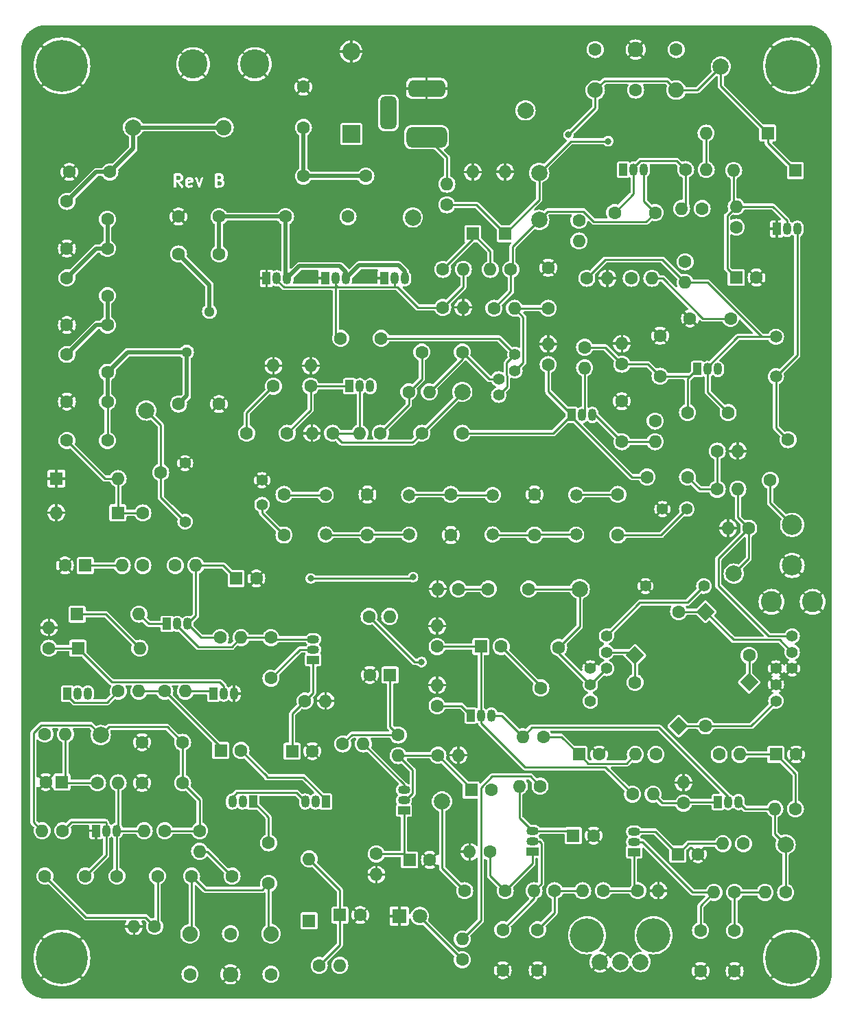
<source format=gtl>
%TF.GenerationSoftware,KiCad,Pcbnew,8.0.2-8.0.2-0~ubuntu22.04.1*%
%TF.CreationDate,2024-05-24T18:10:12-07:00*%
%TF.ProjectId,PartyLine80,50617274-794c-4696-9e65-38302e6b6963,B*%
%TF.SameCoordinates,Original*%
%TF.FileFunction,Copper,L1,Top*%
%TF.FilePolarity,Positive*%
%FSLAX46Y46*%
G04 Gerber Fmt 4.6, Leading zero omitted, Abs format (unit mm)*
G04 Created by KiCad (PCBNEW 8.0.2-8.0.2-0~ubuntu22.04.1) date 2024-05-24 18:10:12*
%MOMM*%
%LPD*%
G01*
G04 APERTURE LIST*
G04 Aperture macros list*
%AMRoundRect*
0 Rectangle with rounded corners*
0 $1 Rounding radius*
0 $2 $3 $4 $5 $6 $7 $8 $9 X,Y pos of 4 corners*
0 Add a 4 corners polygon primitive as box body*
4,1,4,$2,$3,$4,$5,$6,$7,$8,$9,$2,$3,0*
0 Add four circle primitives for the rounded corners*
1,1,$1+$1,$2,$3*
1,1,$1+$1,$4,$5*
1,1,$1+$1,$6,$7*
1,1,$1+$1,$8,$9*
0 Add four rect primitives between the rounded corners*
20,1,$1+$1,$2,$3,$4,$5,0*
20,1,$1+$1,$4,$5,$6,$7,0*
20,1,$1+$1,$6,$7,$8,$9,0*
20,1,$1+$1,$8,$9,$2,$3,0*%
%AMHorizOval*
0 Thick line with rounded ends*
0 $1 width*
0 $2 $3 position (X,Y) of the first rounded end (center of the circle)*
0 $4 $5 position (X,Y) of the second rounded end (center of the circle)*
0 Add line between two ends*
20,1,$1,$2,$3,$4,$5,0*
0 Add two circle primitives to create the rounded ends*
1,1,$1,$2,$3*
1,1,$1,$4,$5*%
%AMRotRect*
0 Rectangle, with rotation*
0 The origin of the aperture is its center*
0 $1 length*
0 $2 width*
0 $3 Rotation angle, in degrees counterclockwise*
0 Add horizontal line*
21,1,$1,$2,0,0,$3*%
G04 Aperture macros list end*
%ADD10C,0.300000*%
%TA.AperFunction,ComponentPad*%
%ADD11O,1.600000X1.600000*%
%TD*%
%TA.AperFunction,ComponentPad*%
%ADD12R,1.600000X1.600000*%
%TD*%
%TA.AperFunction,ComponentPad*%
%ADD13C,2.000000*%
%TD*%
%TA.AperFunction,ComponentPad*%
%ADD14C,1.600000*%
%TD*%
%TA.AperFunction,ComponentPad*%
%ADD15C,3.600000*%
%TD*%
%TA.AperFunction,ComponentPad*%
%ADD16C,1.900000*%
%TD*%
%TA.AperFunction,ComponentPad*%
%ADD17R,1.050000X1.500000*%
%TD*%
%TA.AperFunction,ComponentPad*%
%ADD18O,1.050000X1.500000*%
%TD*%
%TA.AperFunction,ComponentPad*%
%ADD19C,1.300480*%
%TD*%
%TA.AperFunction,ComponentPad*%
%ADD20C,1.500000*%
%TD*%
%TA.AperFunction,ComponentPad*%
%ADD21R,1.500000X1.050000*%
%TD*%
%TA.AperFunction,ComponentPad*%
%ADD22O,1.500000X1.050000*%
%TD*%
%TA.AperFunction,WasherPad*%
%ADD23C,1.600000*%
%TD*%
%TA.AperFunction,ComponentPad*%
%ADD24C,4.200000*%
%TD*%
%TA.AperFunction,ComponentPad*%
%ADD25RotRect,1.600000X1.600000X135.000000*%
%TD*%
%TA.AperFunction,ComponentPad*%
%ADD26HorizOval,1.600000X0.000000X0.000000X0.000000X0.000000X0*%
%TD*%
%TA.AperFunction,ComponentPad*%
%ADD27C,1.400000*%
%TD*%
%TA.AperFunction,ComponentPad*%
%ADD28RotRect,1.600000X1.600000X45.000000*%
%TD*%
%TA.AperFunction,ComponentPad*%
%ADD29HorizOval,1.600000X0.000000X0.000000X0.000000X0.000000X0*%
%TD*%
%TA.AperFunction,ComponentPad*%
%ADD30RoundRect,0.625000X1.875000X0.625000X-1.875000X0.625000X-1.875000X-0.625000X1.875000X-0.625000X0*%
%TD*%
%TA.AperFunction,ComponentPad*%
%ADD31RoundRect,0.500000X1.750000X0.500000X-1.750000X0.500000X-1.750000X-0.500000X1.750000X-0.500000X0*%
%TD*%
%TA.AperFunction,ComponentPad*%
%ADD32RoundRect,0.500000X0.500000X1.500000X-0.500000X1.500000X-0.500000X-1.500000X0.500000X-1.500000X0*%
%TD*%
%TA.AperFunction,ComponentPad*%
%ADD33C,0.800000*%
%TD*%
%TA.AperFunction,ComponentPad*%
%ADD34C,6.400000*%
%TD*%
%TA.AperFunction,ComponentPad*%
%ADD35RotRect,1.600000X1.600000X225.000000*%
%TD*%
%TA.AperFunction,ComponentPad*%
%ADD36HorizOval,1.600000X0.000000X0.000000X0.000000X0.000000X0*%
%TD*%
%TA.AperFunction,ComponentPad*%
%ADD37RotRect,1.600000X1.600000X315.000000*%
%TD*%
%TA.AperFunction,ComponentPad*%
%ADD38HorizOval,1.600000X0.000000X0.000000X0.000000X0.000000X0*%
%TD*%
%TA.AperFunction,ComponentPad*%
%ADD39R,2.200000X2.200000*%
%TD*%
%TA.AperFunction,ComponentPad*%
%ADD40O,2.200000X2.200000*%
%TD*%
%TA.AperFunction,ComponentPad*%
%ADD41C,2.500000*%
%TD*%
%TA.AperFunction,ComponentPad*%
%ADD42R,1.800000X1.800000*%
%TD*%
%TA.AperFunction,ComponentPad*%
%ADD43C,1.800000*%
%TD*%
%TA.AperFunction,ComponentPad*%
%ADD44C,2.600000*%
%TD*%
%TA.AperFunction,ViaPad*%
%ADD45C,0.800000*%
%TD*%
%TA.AperFunction,Conductor*%
%ADD46C,0.250000*%
%TD*%
%TA.AperFunction,Conductor*%
%ADD47C,0.500000*%
%TD*%
G04 APERTURE END LIST*
D10*
G36*
X70913995Y-39082136D02*
G01*
X70942234Y-39136524D01*
X70530845Y-39220431D01*
X70530529Y-39154583D01*
X70564389Y-39084199D01*
X70629226Y-39050536D01*
X70844222Y-39048569D01*
X70913995Y-39082136D01*
G37*
G36*
X74657349Y-39314795D02*
G01*
X74686784Y-39342956D01*
X74733459Y-39432854D01*
X74735161Y-39576625D01*
X74692228Y-39665867D01*
X74655237Y-39704532D01*
X74565779Y-39750979D01*
X74175659Y-39752851D01*
X74174738Y-39264303D01*
X74494541Y-39262562D01*
X74657349Y-39314795D01*
G37*
G36*
X74576692Y-38591681D02*
G01*
X74615356Y-38628671D01*
X74662194Y-38718882D01*
X74663411Y-38791579D01*
X74620800Y-38880152D01*
X74583810Y-38918816D01*
X74494309Y-38965286D01*
X74174178Y-38967029D01*
X74173392Y-38550025D01*
X74486559Y-38548319D01*
X74576692Y-38591681D01*
G37*
G36*
X69576691Y-38591680D02*
G01*
X69615357Y-38628671D01*
X69662031Y-38718568D01*
X69663733Y-38862339D01*
X69620800Y-38951581D01*
X69583809Y-38990246D01*
X69494351Y-39036693D01*
X69313966Y-39037558D01*
X69308402Y-39036577D01*
X69303748Y-39037608D01*
X69102885Y-39038571D01*
X69101964Y-38550120D01*
X69486469Y-38548275D01*
X69576691Y-38591680D01*
G37*
G36*
X75199748Y-40217495D02*
G01*
X68637843Y-40217495D01*
X68637843Y-38400828D01*
X68804510Y-38400828D01*
X68807392Y-39930092D01*
X68829790Y-39984164D01*
X68871174Y-40025548D01*
X68925246Y-40047946D01*
X68983774Y-40047946D01*
X69037846Y-40025548D01*
X69079230Y-39984164D01*
X69101628Y-39930092D01*
X69104510Y-39900828D01*
X69103445Y-39335827D01*
X69232918Y-39335206D01*
X69707911Y-40009169D01*
X69757268Y-40040622D01*
X69814904Y-40050793D01*
X69872046Y-40038134D01*
X69919994Y-40004570D01*
X69951447Y-39955213D01*
X69961618Y-39897577D01*
X69948959Y-39840435D01*
X69934538Y-39814809D01*
X69587732Y-39322729D01*
X69593021Y-39320706D01*
X69735562Y-39246697D01*
X69752131Y-39239835D01*
X69757901Y-39235099D01*
X69760764Y-39233613D01*
X69763360Y-39230619D01*
X69774862Y-39221180D01*
X69846763Y-39146024D01*
X69858724Y-39135652D01*
X69862641Y-39129428D01*
X69864946Y-39127020D01*
X69866462Y-39123358D01*
X69871652Y-39115114D01*
X70233082Y-39115114D01*
X70234421Y-39394215D01*
X70233082Y-39400984D01*
X70234487Y-39408010D01*
X70235712Y-39663422D01*
X70234260Y-39667780D01*
X70235840Y-39690021D01*
X70235964Y-39715806D01*
X70238026Y-39720784D01*
X70238408Y-39726160D01*
X70248918Y-39753623D01*
X70319471Y-39889510D01*
X70324196Y-39903685D01*
X70330760Y-39911253D01*
X70336011Y-39921367D01*
X70350217Y-39933688D01*
X70362543Y-39947900D01*
X70377347Y-39957218D01*
X70380225Y-39959714D01*
X70382536Y-39960484D01*
X70387429Y-39963564D01*
X70511954Y-40023470D01*
X70514032Y-40025548D01*
X70530154Y-40032226D01*
X70557750Y-40045502D01*
X70563125Y-40045883D01*
X70568104Y-40047946D01*
X70597368Y-40050828D01*
X70860627Y-40048419D01*
X70864320Y-40049650D01*
X70884748Y-40048198D01*
X70912346Y-40047946D01*
X70917324Y-40045883D01*
X70922700Y-40045502D01*
X70950164Y-40034992D01*
X71117907Y-39947899D01*
X71156253Y-39903684D01*
X71174761Y-39848162D01*
X71170613Y-39789782D01*
X71144439Y-39737433D01*
X71100224Y-39699086D01*
X71044701Y-39680578D01*
X70986321Y-39684726D01*
X70958858Y-39695236D01*
X70851225Y-39751119D01*
X70636227Y-39753086D01*
X70566453Y-39719520D01*
X70532930Y-39654953D01*
X70532299Y-39523480D01*
X71112770Y-39405089D01*
X71126632Y-39405089D01*
X71140077Y-39399519D01*
X71154916Y-39396493D01*
X71167127Y-39388314D01*
X71180704Y-39382691D01*
X71191205Y-39372189D01*
X71203546Y-39363925D01*
X71211698Y-39351697D01*
X71222088Y-39341307D01*
X71227770Y-39327587D01*
X71236010Y-39315229D01*
X71238862Y-39300811D01*
X71244486Y-39287235D01*
X71247368Y-39257971D01*
X71247365Y-39257830D01*
X71247369Y-39257814D01*
X71247365Y-39257794D01*
X71245333Y-39136445D01*
X71246190Y-39133875D01*
X71245012Y-39117310D01*
X71244486Y-39085850D01*
X71242422Y-39080869D01*
X71242041Y-39075495D01*
X71231532Y-39048031D01*
X71166484Y-38922750D01*
X71448977Y-38922750D01*
X71456106Y-38951278D01*
X71808676Y-39930303D01*
X71809027Y-39937361D01*
X71818164Y-39956650D01*
X71825805Y-39977868D01*
X71830858Y-39983450D01*
X71834081Y-39990253D01*
X71850353Y-40004984D01*
X71865085Y-40021257D01*
X71871887Y-40024479D01*
X71877470Y-40029533D01*
X71898144Y-40036916D01*
X71917977Y-40046311D01*
X71925495Y-40046684D01*
X71932588Y-40049218D01*
X71954510Y-40048127D01*
X71976432Y-40049218D01*
X71983524Y-40046684D01*
X71991043Y-40046311D01*
X72010875Y-40036916D01*
X72031550Y-40029533D01*
X72037132Y-40024479D01*
X72043935Y-40021257D01*
X72058666Y-40004984D01*
X72074939Y-39990253D01*
X72078161Y-39983450D01*
X72083215Y-39977868D01*
X72095771Y-39951278D01*
X72460043Y-38922750D01*
X72457136Y-38864295D01*
X72432082Y-38811403D01*
X72388693Y-38772123D01*
X72333575Y-38752438D01*
X72275120Y-38755345D01*
X72222228Y-38780399D01*
X72182948Y-38823788D01*
X72170392Y-38850378D01*
X71954832Y-39459014D01*
X71726072Y-38823788D01*
X71686792Y-38780399D01*
X71633900Y-38755345D01*
X71575445Y-38752438D01*
X71520327Y-38772123D01*
X71476938Y-38811403D01*
X71451884Y-38864295D01*
X71448977Y-38922750D01*
X71166484Y-38922750D01*
X71160975Y-38912139D01*
X71156253Y-38897973D01*
X71149691Y-38890407D01*
X71144438Y-38880289D01*
X71130228Y-38867965D01*
X71117907Y-38853758D01*
X71103101Y-38844438D01*
X71100223Y-38841942D01*
X71097911Y-38841171D01*
X71093021Y-38838093D01*
X70968496Y-38778186D01*
X70966418Y-38776108D01*
X70950286Y-38769426D01*
X70922701Y-38756155D01*
X70917326Y-38755773D01*
X70912346Y-38753710D01*
X70883082Y-38750828D01*
X70619821Y-38753236D01*
X70616129Y-38752006D01*
X70595700Y-38753457D01*
X70568104Y-38753710D01*
X70563126Y-38755771D01*
X70557749Y-38756154D01*
X70530286Y-38766664D01*
X70394394Y-38837220D01*
X70380226Y-38841943D01*
X70372660Y-38848504D01*
X70362542Y-38853758D01*
X70350219Y-38867966D01*
X70336011Y-38880289D01*
X70326688Y-38895098D01*
X70324196Y-38897973D01*
X70323426Y-38900280D01*
X70320346Y-38905175D01*
X70260439Y-39029700D01*
X70258362Y-39031778D01*
X70251683Y-39047900D01*
X70238408Y-39075496D01*
X70238026Y-39080871D01*
X70235964Y-39085850D01*
X70233082Y-39115114D01*
X69871652Y-39115114D01*
X69874389Y-39110767D01*
X69934295Y-38986241D01*
X69936373Y-38984164D01*
X69943051Y-38968041D01*
X69956327Y-38940446D01*
X69956708Y-38935070D01*
X69958771Y-38930092D01*
X69961653Y-38900828D01*
X69959378Y-38708594D01*
X69960475Y-38705304D01*
X69959112Y-38686125D01*
X69958771Y-38657278D01*
X69956708Y-38652299D01*
X69956327Y-38646924D01*
X69945817Y-38619461D01*
X69871808Y-38476918D01*
X69864945Y-38460349D01*
X69860209Y-38454578D01*
X69858724Y-38451718D01*
X69855732Y-38449123D01*
X69846290Y-38437618D01*
X69807835Y-38400828D01*
X73875938Y-38400828D01*
X73878820Y-39930092D01*
X73901218Y-39984164D01*
X73942602Y-40025548D01*
X73996674Y-40047946D01*
X74025938Y-40050828D01*
X74574247Y-40048197D01*
X74578605Y-40049650D01*
X74600846Y-40048069D01*
X74626631Y-40047946D01*
X74631609Y-40045883D01*
X74636985Y-40045502D01*
X74664449Y-40034992D01*
X74806990Y-39960983D01*
X74823559Y-39954121D01*
X74829329Y-39949385D01*
X74832192Y-39947899D01*
X74834788Y-39944905D01*
X74846290Y-39935466D01*
X74918191Y-39860310D01*
X74930152Y-39849938D01*
X74934069Y-39843714D01*
X74936374Y-39841306D01*
X74937890Y-39837644D01*
X74945817Y-39825053D01*
X75005723Y-39700527D01*
X75007801Y-39698450D01*
X75014479Y-39682327D01*
X75027755Y-39654732D01*
X75028136Y-39649356D01*
X75030199Y-39644378D01*
X75033081Y-39615114D01*
X75030806Y-39422880D01*
X75031903Y-39419590D01*
X75030540Y-39400411D01*
X75030199Y-39371564D01*
X75028136Y-39366585D01*
X75027755Y-39361210D01*
X75017245Y-39333747D01*
X74943239Y-39191209D01*
X74936374Y-39174636D01*
X74931636Y-39168863D01*
X74930152Y-39166004D01*
X74927160Y-39163409D01*
X74917719Y-39151905D01*
X74859574Y-39096276D01*
X74858723Y-39094575D01*
X74848790Y-39085960D01*
X74842056Y-39079517D01*
X74846761Y-39074598D01*
X74858723Y-39064225D01*
X74862640Y-39058002D01*
X74864945Y-39055593D01*
X74866461Y-39051930D01*
X74874388Y-39039339D01*
X74934294Y-38914814D01*
X74936373Y-38912736D01*
X74943054Y-38896604D01*
X74956326Y-38869019D01*
X74956707Y-38863644D01*
X74958771Y-38858664D01*
X74961653Y-38829400D01*
X74959618Y-38707873D01*
X74960475Y-38705303D01*
X74959297Y-38688738D01*
X74958771Y-38657278D01*
X74956707Y-38652297D01*
X74956326Y-38646923D01*
X74945817Y-38619459D01*
X74871806Y-38476916D01*
X74864945Y-38460349D01*
X74860208Y-38454577D01*
X74858723Y-38451717D01*
X74855730Y-38449121D01*
X74846290Y-38437619D01*
X74771140Y-38365722D01*
X74760764Y-38353758D01*
X74754538Y-38349839D01*
X74752131Y-38347536D01*
X74748471Y-38346020D01*
X74735878Y-38338093D01*
X74611350Y-38278184D01*
X74609274Y-38276108D01*
X74593156Y-38269431D01*
X74565557Y-38256154D01*
X74560179Y-38255771D01*
X74555202Y-38253710D01*
X74525938Y-38250828D01*
X73996674Y-38253710D01*
X73942602Y-38276108D01*
X73901218Y-38317492D01*
X73878820Y-38371564D01*
X73875938Y-38400828D01*
X69807835Y-38400828D01*
X69771143Y-38365725D01*
X69760764Y-38353758D01*
X69754535Y-38349837D01*
X69752130Y-38347536D01*
X69748473Y-38346021D01*
X69735878Y-38338093D01*
X69611353Y-38278186D01*
X69609275Y-38276108D01*
X69593143Y-38269426D01*
X69565558Y-38256155D01*
X69560183Y-38255773D01*
X69555203Y-38253710D01*
X69525939Y-38250828D01*
X68925246Y-38253710D01*
X68871174Y-38276108D01*
X68829790Y-38317492D01*
X68807392Y-38371564D01*
X68804510Y-38400828D01*
X68637843Y-38400828D01*
X68637843Y-38084161D01*
X75199748Y-38084161D01*
X75199748Y-40217495D01*
G37*
D11*
%TO.P,D15,1,A*%
%TO.N,GND*%
X109700000Y-38080000D03*
D12*
%TO.P,D15,2,K*%
%TO.N,+3.3V*%
X109700000Y-45700000D03*
%TD*%
D11*
%TO.P,D10,1,A*%
%TO.N,GND*%
X105700000Y-38090000D03*
D12*
%TO.P,D10,2,K*%
%TO.N,Net-(D10-K)*%
X105700000Y-45710000D03*
%TD*%
D13*
%TO.P,TP14,1,1*%
%TO.N,+3.3V*%
X113900000Y-38200000D03*
%TD*%
D14*
%TO.P,R62,1*%
%TO.N,+3.3V*%
X102500000Y-42145000D03*
D11*
%TO.P,R62,2*%
%TO.N,+12V*%
X102500000Y-39605000D03*
%TD*%
D14*
%TO.P,L2,1,1*%
%TO.N,Net-(C30-Pad1)*%
X142400000Y-76100000D03*
%TO.P,L2,2,2*%
%TO.N,Net-(Q13-D)*%
X144600000Y-71100000D03*
%TD*%
D12*
%TO.P,C28,1*%
%TO.N,Net-(D8-A)*%
X138200000Y-51100000D03*
D14*
%TO.P,C28,2*%
%TO.N,GND*%
X140700000Y-51100000D03*
%TD*%
%TO.P,C26,1*%
%TO.N,Net-(C26-Pad1)*%
X80500000Y-125800000D03*
%TO.P,C26,2*%
%TO.N,Net-(Q11-S)*%
X80500000Y-120800000D03*
%TD*%
D15*
%TO.P,J3,2,Ext*%
%TO.N,GND*%
X71200000Y-24800000D03*
X78800000Y-24800000D03*
D16*
%TO.P,J3,1,In*%
%TO.N,Net-(J3-In)*%
X75000000Y-32600000D03*
%TD*%
D12*
%TO.P,C17,1*%
%TO.N,Net-(C17-Pad1)*%
X95500000Y-100100000D03*
D14*
%TO.P,C17,2*%
%TO.N,GND*%
X93000000Y-100100000D03*
%TD*%
%TO.P,C34,1*%
%TO.N,Net-(Q15-E)*%
X132200000Y-67745000D03*
%TO.P,C34,2*%
%TO.N,Net-(Q15-B)*%
X137200000Y-67745000D03*
%TD*%
%TO.P,R57,1*%
%TO.N,Net-(Q20-B)*%
X55100000Y-119300000D03*
D11*
%TO.P,R57,2*%
%TO.N,Sidetone*%
X52560000Y-119300000D03*
%TD*%
D13*
%TO.P,TP12,1,1*%
%TO.N,+12V*%
X112200000Y-30500000D03*
%TD*%
D14*
%TO.P,R45,1*%
%TO.N,Net-(R40-Pad1)*%
X125255000Y-51200000D03*
D11*
%TO.P,R45,2*%
%TO.N,Net-(Q15-C)*%
X127795000Y-51200000D03*
%TD*%
D14*
%TO.P,C44,1*%
%TO.N,GND*%
X74400000Y-66700000D03*
%TO.P,C44,2*%
%TO.N,Net-(C44-Pad2)*%
X69400000Y-66700000D03*
%TD*%
D17*
%TO.P,Q7,1,E*%
%TO.N,Net-(D5-A)*%
X67960000Y-93800000D03*
D18*
%TO.P,Q7,2,B*%
%TO.N,Net-(Q6-C)*%
X69230000Y-93800000D03*
%TO.P,Q7,3,C*%
%TO.N,Net-(Q7-C)*%
X70500000Y-93800000D03*
%TD*%
D19*
%TO.P,L5,1,1*%
%TO.N,Net-(C43-Pad1)*%
X73199080Y-55300000D03*
%TO.P,L5,2,2*%
%TO.N,Net-(C44-Pad2)*%
X70400000Y-60300000D03*
%TD*%
D14*
%TO.P,R43,1*%
%TO.N,Net-(C32-Pad1)*%
X81100000Y-64500000D03*
D11*
%TO.P,R43,2*%
%TO.N,GND*%
X81100000Y-61960000D03*
%TD*%
D14*
%TO.P,C8,1*%
%TO.N,GND*%
X92700000Y-77850000D03*
%TO.P,C8,2*%
%TO.N,Net-(C8-Pad2)*%
X92700000Y-82850000D03*
%TD*%
D12*
%TO.P,C23,1*%
%TO.N,Net-(Q8-C)*%
X57882380Y-86600000D03*
D14*
%TO.P,C23,2*%
%TO.N,GND*%
X55382380Y-86600000D03*
%TD*%
%TO.P,R50,1*%
%TO.N,+12V*%
X118800000Y-44055000D03*
D11*
%TO.P,R50,2*%
%TO.N,Net-(R40-Pad1)*%
X118800000Y-46595000D03*
%TD*%
D14*
%TO.P,R55,1*%
%TO.N,RX LO*%
X139740000Y-82000000D03*
D11*
%TO.P,R55,2*%
%TO.N,GND*%
X137200000Y-82000000D03*
%TD*%
D14*
%TO.P,R41,1*%
%TO.N,Net-(Q15-B)*%
X119760000Y-51200000D03*
D11*
%TO.P,R41,2*%
%TO.N,GND*%
X122300000Y-51200000D03*
%TD*%
D14*
%TO.P,R26,1*%
%TO.N,+12V*%
X69000000Y-86600000D03*
D11*
%TO.P,R26,2*%
%TO.N,Net-(Q7-C)*%
X71540000Y-86600000D03*
%TD*%
D12*
%TO.P,D7,1,K*%
%TO.N,~{KEY}*%
X85500000Y-130400000D03*
D11*
%TO.P,D7,2,A*%
%TO.N,Net-(D7-A)*%
X85500000Y-122780000D03*
%TD*%
D17*
%TO.P,Q1,1,E*%
%TO.N,Net-(Q1-E)*%
X105460000Y-105100000D03*
D18*
%TO.P,Q1,2,B*%
%TO.N,Net-(Q1-B)*%
X106730000Y-105100000D03*
%TO.P,Q1,3,C*%
%TO.N,Net-(Q1-C)*%
X108000000Y-105100000D03*
%TD*%
D14*
%TO.P,R32,1*%
%TO.N,Sidetone*%
X72000000Y-119300000D03*
D11*
%TO.P,R32,2*%
%TO.N,Net-(C27-Pad2)*%
X72000000Y-121840000D03*
%TD*%
D20*
%TO.P,X1,1,1*%
%TO.N,Net-(C6-Pad2)*%
X87550000Y-77900000D03*
%TO.P,X1,2,2*%
%TO.N,Net-(C8-Pad2)*%
X87550000Y-82780000D03*
%TD*%
D21*
%TO.P,Q6,1,E*%
%TO.N,Net-(Q6-E)*%
X86000000Y-98240000D03*
D22*
%TO.P,Q6,2,B*%
%TO.N,Net-(Q5-C)*%
X86000000Y-96970000D03*
%TO.P,Q6,3,C*%
%TO.N,Net-(Q6-C)*%
X86000000Y-95700000D03*
%TD*%
D12*
%TO.P,C22,1*%
%TO.N,Net-(Q7-C)*%
X76500000Y-88200000D03*
D14*
%TO.P,C22,2*%
%TO.N,GND*%
X79000000Y-88200000D03*
%TD*%
%TO.P,C42,1*%
%TO.N,GND*%
X69400000Y-43600000D03*
%TO.P,C42,2*%
%TO.N,Net-(Q17-D)*%
X74400000Y-43600000D03*
%TD*%
%TO.P,R3,1*%
%TO.N,+12V*%
X128300000Y-109900000D03*
D11*
%TO.P,R3,2*%
%TO.N,Net-(C3-Pad1)*%
X125760000Y-109900000D03*
%TD*%
D14*
%TO.P,C32,1*%
%TO.N,Net-(C32-Pad1)*%
X77800000Y-70300000D03*
%TO.P,C32,2*%
%TO.N,Net-(Q14-E)*%
X82800000Y-70300000D03*
%TD*%
%TO.P,R54,1*%
%TO.N,Net-(C40-Pad1)*%
X135860000Y-77200000D03*
D11*
%TO.P,R54,2*%
%TO.N,RX LO*%
X138400000Y-77200000D03*
%TD*%
D13*
%TO.P,TP4,1,1*%
%TO.N,Net-(C16-Pad1)*%
X101900000Y-115700000D03*
%TD*%
D12*
%TO.P,C4,1*%
%TO.N,Net-(C4-Pad1)*%
X143100000Y-109900000D03*
D14*
%TO.P,C4,2*%
%TO.N,GND*%
X145600000Y-109900000D03*
%TD*%
%TO.P,C38,1*%
%TO.N,GND*%
X124100000Y-66345000D03*
%TO.P,C38,2*%
%TO.N,Net-(Q16-C)*%
X124100000Y-71345000D03*
%TD*%
D17*
%TO.P,Q19,1,S*%
%TO.N,GND*%
X94760000Y-51200000D03*
D18*
%TO.P,Q19,2,G*%
%TO.N,Net-(Q17-G)*%
X96030000Y-51200000D03*
%TO.P,Q19,3,D*%
%TO.N,Net-(Q17-D)*%
X97300000Y-51200000D03*
%TD*%
D23*
%TO.P,J2,*%
%TO.N,*%
X130800000Y-23000000D03*
X125790000Y-28000000D03*
X120800000Y-23000000D03*
D16*
%TO.P,J2,R*%
%TO.N,~{KEY}*%
X130800000Y-28000000D03*
%TO.P,J2,S*%
%TO.N,GND*%
X125800000Y-23000000D03*
%TO.P,J2,T*%
%TO.N,~{KEY}*%
X120800000Y-28000000D03*
%TD*%
D14*
%TO.P,C14,1*%
%TO.N,GND*%
X109400000Y-136500000D03*
%TO.P,C14,2*%
%TO.N,Net-(Q4-B)*%
X109400000Y-131500000D03*
%TD*%
%TO.P,R31,1*%
%TO.N,Net-(D7-A)*%
X86755000Y-135900000D03*
D11*
%TO.P,R31,2*%
%TO.N,+3.3V*%
X89295000Y-135900000D03*
%TD*%
D12*
%TO.P,C2,1*%
%TO.N,Net-(Q1-B)*%
X106700000Y-96600000D03*
D14*
%TO.P,C2,2*%
%TO.N,Net-(C2-Pad2)*%
X109200000Y-96600000D03*
%TD*%
%TO.P,C16,1*%
%TO.N,Net-(C16-Pad1)*%
X104700000Y-126700000D03*
%TO.P,C16,2*%
%TO.N,Net-(Q4-E)*%
X109700000Y-126700000D03*
%TD*%
D17*
%TO.P,Q17,1,S*%
%TO.N,GND*%
X80260000Y-51200000D03*
D18*
%TO.P,Q17,2,G*%
%TO.N,Net-(Q17-G)*%
X81530000Y-51200000D03*
%TO.P,Q17,3,D*%
%TO.N,Net-(Q17-D)*%
X82800000Y-51200000D03*
%TD*%
D14*
%TO.P,R22,1*%
%TO.N,Net-(C17-Pad1)*%
X89655000Y-108600000D03*
D11*
%TO.P,R22,2*%
%TO.N,Net-(Q5-C)*%
X92195000Y-108600000D03*
%TD*%
D14*
%TO.P,R28,1*%
%TO.N,+12V*%
X65000000Y-86600000D03*
D11*
%TO.P,R28,2*%
%TO.N,Net-(Q8-C)*%
X62460000Y-86600000D03*
%TD*%
D14*
%TO.P,R37,1*%
%TO.N,TX LO*%
X88400000Y-70300000D03*
D11*
%TO.P,R37,2*%
%TO.N,GND*%
X85860000Y-70300000D03*
%TD*%
D14*
%TO.P,R56,1*%
%TO.N,+12V K*%
X52900000Y-107400000D03*
D11*
%TO.P,R56,2*%
%TO.N,Net-(C45-Pad1)*%
X55440000Y-107400000D03*
%TD*%
D14*
%TO.P,R53,1*%
%TO.N,Net-(C40-Pad1)*%
X135860000Y-72500000D03*
D11*
%TO.P,R53,2*%
%TO.N,GND*%
X138400000Y-72500000D03*
%TD*%
D13*
%TO.P,TP10,1,1*%
%TO.N,Sidetone*%
X59800000Y-107500000D03*
%TD*%
D14*
%TO.P,R27,1*%
%TO.N,Net-(D6-K)*%
X53410000Y-96800000D03*
D11*
%TO.P,R27,2*%
%TO.N,GND*%
X53410000Y-94260000D03*
%TD*%
D14*
%TO.P,R47,1*%
%TO.N,Net-(D10-K)*%
X102000000Y-50100000D03*
D11*
%TO.P,R47,2*%
%TO.N,Net-(Q17-G)*%
X104540000Y-50100000D03*
%TD*%
D24*
%TO.P,R18,*%
%TO.N,*%
X119800000Y-132200000D03*
X128000000Y-132200000D03*
D13*
%TO.P,R18,1,1*%
%TO.N,Net-(C16-Pad1)*%
X126400000Y-135500000D03*
%TO.P,R18,2,2*%
%TO.N,Net-(C18-Pad2)*%
X123900000Y-135500000D03*
%TO.P,R18,3,3*%
%TO.N,GND*%
X121400000Y-135500000D03*
%TD*%
D17*
%TO.P,Q20,1,E*%
%TO.N,GND*%
X59200000Y-119300000D03*
D18*
%TO.P,Q20,2,B*%
%TO.N,Net-(Q20-B)*%
X60470000Y-119300000D03*
%TO.P,Q20,3,C*%
%TO.N,Net-(Q20-C)*%
X61740000Y-119300000D03*
%TD*%
D20*
%TO.P,X3,1,1*%
%TO.N,Net-(C10-Pad2)*%
X108150000Y-77900000D03*
%TO.P,X3,2,2*%
%TO.N,Net-(C12-Pad2)*%
X108150000Y-82780000D03*
%TD*%
D14*
%TO.P,C35,1*%
%TO.N,GND*%
X128800000Y-58285000D03*
%TO.P,C35,2*%
%TO.N,Net-(Q15-E)*%
X128800000Y-63285000D03*
%TD*%
D25*
%TO.P,D2,1*%
%TO.N,Net-(D2-Pad1)*%
X131100000Y-106400000D03*
D26*
%TO.P,D2,2*%
%TO.N,Net-(D1-Pad1)*%
X125711846Y-101011846D03*
%TD*%
D14*
%TO.P,C37,1*%
%TO.N,GND*%
X132500000Y-56145000D03*
%TO.P,C37,2*%
%TO.N,Net-(Q15-C)*%
X137500000Y-56145000D03*
%TD*%
%TO.P,R15,1*%
%TO.N,Net-(C11-Pad2)*%
X115800000Y-126700000D03*
D11*
%TO.P,R15,2*%
%TO.N,Net-(Q4-B)*%
X113260000Y-126700000D03*
%TD*%
D13*
%TO.P,TP7,1,1*%
%TO.N,Net-(Q17-G)*%
X98300000Y-43700000D03*
%TD*%
D14*
%TO.P,R49,1*%
%TO.N,Net-(Q15-E)*%
X119500000Y-59705000D03*
D11*
%TO.P,R49,2*%
%TO.N,Net-(Q16-B)*%
X119500000Y-62245000D03*
%TD*%
D14*
%TO.P,R6,1*%
%TO.N,Net-(Q1-B)*%
X125400000Y-114800000D03*
D11*
%TO.P,R6,2*%
%TO.N,Net-(Q2-E)*%
X127940000Y-114800000D03*
%TD*%
D14*
%TO.P,R17,1*%
%TO.N,Net-(Q4-E)*%
X107845000Y-121900000D03*
D11*
%TO.P,R17,2*%
%TO.N,GND*%
X105305000Y-121900000D03*
%TD*%
D27*
%TO.P,T5,1,1*%
%TO.N,Net-(C36-Pad2)*%
X110900000Y-60600000D03*
%TO.P,T5,2,2*%
%TO.N,Net-(Q14-C)*%
X108900000Y-63600000D03*
%TO.P,T5,3,3*%
%TO.N,Net-(C33-Pad2)*%
X110900000Y-62600000D03*
%TO.P,T5,4,4*%
%TO.N,Net-(C36-Pad2)*%
X108900000Y-65600000D03*
%TD*%
D13*
%TO.P,TP2,1,1*%
%TO.N,RX*%
X65400000Y-67500000D03*
%TD*%
D14*
%TO.P,L9,1,1*%
%TO.N,Net-(C53-Pad2)*%
X60620000Y-43916666D03*
%TO.P,L9,2,2*%
%TO.N,Net-(J3-In)*%
X55620000Y-41716666D03*
%TD*%
D13*
%TO.P,TP8,1,1*%
%TO.N,TX LO*%
X104400000Y-65200000D03*
%TD*%
D12*
%TO.P,D11,1,K*%
%TO.N,GND*%
X54320000Y-75900000D03*
D11*
%TO.P,D11,2,A*%
%TO.N,Net-(D11-A)*%
X61940000Y-75900000D03*
%TD*%
D14*
%TO.P,L4,1,1*%
%TO.N,Net-(C41-Pad2)*%
X84800000Y-38600000D03*
%TO.P,L4,2,2*%
%TO.N,Net-(Q17-D)*%
X82600000Y-43600000D03*
%TD*%
%TO.P,R60,1*%
%TO.N,Sidetone*%
X67700000Y-119300000D03*
D11*
%TO.P,R60,2*%
%TO.N,Net-(Q20-C)*%
X65160000Y-119300000D03*
%TD*%
D14*
%TO.P,C40,1*%
%TO.N,Net-(C40-Pad1)*%
X132200000Y-75700000D03*
%TO.P,C40,2*%
%TO.N,Net-(Q16-E)*%
X127200000Y-75700000D03*
%TD*%
%TO.P,R13,1*%
%TO.N,Net-(Q3-E)*%
X126055000Y-126700000D03*
D11*
%TO.P,R13,2*%
%TO.N,GND*%
X128595000Y-126700000D03*
%TD*%
D17*
%TO.P,Q2,1,E*%
%TO.N,Net-(Q2-E)*%
X135930000Y-115760000D03*
D18*
%TO.P,Q2,2,B*%
%TO.N,Net-(Q1-C)*%
X137200000Y-115760000D03*
%TO.P,Q2,3,C*%
%TO.N,Net-(Q2-C)*%
X138470000Y-115760000D03*
%TD*%
D13*
%TO.P,TP11,1,1*%
%TO.N,Net-(J3-In)*%
X63800000Y-32600000D03*
%TD*%
D14*
%TO.P,R1,1*%
%TO.N,Net-(C1-Pad1)*%
X103900000Y-89500000D03*
D11*
%TO.P,R1,2*%
%TO.N,GND*%
X101360000Y-89500000D03*
%TD*%
D28*
%TO.P,D1,1*%
%TO.N,Net-(D1-Pad1)*%
X125705924Y-97694077D03*
D29*
%TO.P,D1,2*%
%TO.N,Net-(D1-Pad2)*%
X131094078Y-92305923D03*
%TD*%
D14*
%TO.P,C29,1*%
%TO.N,Net-(Q12-B)*%
X123200000Y-43100000D03*
%TO.P,C29,2*%
%TO.N,+12V K*%
X128200000Y-43100000D03*
%TD*%
%TO.P,C49,1*%
%TO.N,GND*%
X64900000Y-108400000D03*
%TO.P,C49,2*%
%TO.N,Sidetone*%
X69900000Y-108400000D03*
%TD*%
%TO.P,R35,1*%
%TO.N,Net-(Q12-B)*%
X131960000Y-37800000D03*
D11*
%TO.P,R35,2*%
%TO.N,Net-(D9-A)*%
X134500000Y-37800000D03*
%TD*%
D27*
%TO.P,T2,1,1*%
%TO.N,Net-(C15-Pad2)*%
X132100000Y-79650000D03*
%TO.P,T2,2,2*%
%TO.N,GND*%
X129100000Y-79650000D03*
%TO.P,T2,3,3*%
%TO.N,Net-(T2-Pad3)*%
X134200000Y-89150000D03*
%TO.P,T2,4,4*%
%TO.N,GND*%
X127000000Y-89150000D03*
%TD*%
D14*
%TO.P,C47,1*%
%TO.N,Net-(D11-A)*%
X55620000Y-71200000D03*
%TO.P,C47,2*%
%TO.N,Net-(C44-Pad2)*%
X60620000Y-71200000D03*
%TD*%
%TO.P,L1,1,1*%
%TO.N,Net-(C1-Pad2)*%
X116300000Y-96700000D03*
%TO.P,L1,2,2*%
%TO.N,Net-(C2-Pad2)*%
X114100000Y-101700000D03*
%TD*%
%TO.P,C11,1*%
%TO.N,GND*%
X113700000Y-136500000D03*
%TO.P,C11,2*%
%TO.N,Net-(C11-Pad2)*%
X113700000Y-131500000D03*
%TD*%
%TO.P,C27,1*%
%TO.N,Net-(C26-Pad1)*%
X71000000Y-124900000D03*
%TO.P,C27,2*%
%TO.N,Net-(C27-Pad2)*%
X76000000Y-124900000D03*
%TD*%
%TO.P,R58,1*%
%TO.N,Net-(C46-Pad1)*%
X66445000Y-131100000D03*
D11*
%TO.P,R58,2*%
%TO.N,GND*%
X63905000Y-131100000D03*
%TD*%
D30*
%TO.P,J4,1*%
%TO.N,+12V*%
X100000000Y-33800000D03*
D31*
%TO.P,J4,2*%
%TO.N,GND*%
X100000000Y-27800000D03*
D32*
%TO.P,J4,3*%
%TO.N,unconnected-(J4-Pad3)*%
X95300000Y-30800000D03*
%TD*%
D14*
%TO.P,R25,1*%
%TO.N,Net-(Q6-E)*%
X85000000Y-103300000D03*
D11*
%TO.P,R25,2*%
%TO.N,GND*%
X87540000Y-103300000D03*
%TD*%
D27*
%TO.P,T1,1,1*%
%TO.N,Net-(C6-Pad1)*%
X79700000Y-79100000D03*
%TO.P,T1,2,2*%
%TO.N,GND*%
X79700000Y-76100000D03*
%TO.P,T1,3,3*%
%TO.N,RX*%
X70200000Y-81200000D03*
%TO.P,T1,4,4*%
%TO.N,GND*%
X70200000Y-74000000D03*
%TD*%
D12*
%TO.P,D6,1,K*%
%TO.N,Net-(D6-K)*%
X56990000Y-96800000D03*
D11*
%TO.P,D6,2,A*%
%TO.N,Net-(D5-K)*%
X64610000Y-96800000D03*
%TD*%
D14*
%TO.P,R46,1*%
%TO.N,Net-(Q15-E)*%
X124100000Y-61785000D03*
D11*
%TO.P,R46,2*%
%TO.N,GND*%
X124100000Y-59245000D03*
%TD*%
D14*
%TO.P,R61,1*%
%TO.N,Net-(D13-A)*%
X104400000Y-135200000D03*
D11*
%TO.P,R61,2*%
%TO.N,+12V*%
X104400000Y-132660000D03*
%TD*%
D21*
%TO.P,Q5,1,E*%
%TO.N,Net-(Q5-E)*%
X97200000Y-116800000D03*
D22*
%TO.P,Q5,2,B*%
%TO.N,Net-(Q5-B)*%
X97200000Y-115530000D03*
%TO.P,Q5,3,C*%
%TO.N,Net-(Q5-C)*%
X97200000Y-114260000D03*
%TD*%
D27*
%TO.P,T3,1,1*%
%TO.N,Net-(T2-Pad3)*%
X122200000Y-95300000D03*
%TO.P,T3,2,2*%
%TO.N,GND*%
X120200000Y-99300000D03*
%TO.P,T3,3,3*%
%TO.N,Net-(D1-Pad1)*%
X122200000Y-97300000D03*
%TO.P,T3,4,4*%
%TO.N,Net-(C1-Pad2)*%
X120200000Y-101300000D03*
%TO.P,T3,5,3*%
X122200000Y-99300000D03*
%TO.P,T3,6,4*%
%TO.N,Net-(D3-Pad2)*%
X120200000Y-103300000D03*
%TD*%
D12*
%TO.P,C24,1*%
%TO.N,Net-(C24-Pad1)*%
X74600000Y-109400000D03*
D14*
%TO.P,C24,2*%
%TO.N,Net-(Q10-S)*%
X77100000Y-109400000D03*
%TD*%
%TO.P,R40,1*%
%TO.N,Net-(R40-Pad1)*%
X131900000Y-49160000D03*
D11*
%TO.P,R40,2*%
%TO.N,Net-(Q15-B)*%
X131900000Y-51700000D03*
%TD*%
D14*
%TO.P,C5,1*%
%TO.N,GND*%
X138000000Y-136600000D03*
%TO.P,C5,2*%
%TO.N,Net-(C5-Pad2)*%
X138000000Y-131600000D03*
%TD*%
%TO.P,R8,1*%
%TO.N,Net-(C4-Pad1)*%
X145500000Y-116600000D03*
D11*
%TO.P,R8,2*%
%TO.N,Net-(Q2-C)*%
X142960000Y-116600000D03*
%TD*%
D17*
%TO.P,Q11,1,S*%
%TO.N,Net-(Q11-S)*%
X78570000Y-115700000D03*
D18*
%TO.P,Q11,2,G*%
%TO.N,Net-(D7-A)*%
X77300000Y-115700000D03*
%TO.P,Q11,3,D*%
%TO.N,Net-(Q10-D)*%
X76030000Y-115700000D03*
%TD*%
D14*
%TO.P,R11,1*%
%TO.N,Net-(C5-Pad2)*%
X138000000Y-126900000D03*
D11*
%TO.P,R11,2*%
%TO.N,Net-(Q3-B)*%
X135460000Y-126900000D03*
%TD*%
D14*
%TO.P,C48,1*%
%TO.N,GND*%
X64900000Y-113400000D03*
%TO.P,C48,2*%
%TO.N,Sidetone*%
X69900000Y-113400000D03*
%TD*%
%TO.P,R39,1*%
%TO.N,Net-(Q14-E)*%
X85700000Y-64500000D03*
D11*
%TO.P,R39,2*%
%TO.N,GND*%
X85700000Y-61960000D03*
%TD*%
D17*
%TO.P,Q8,1,E*%
%TO.N,Net-(Q8-E)*%
X55660000Y-102400000D03*
D18*
%TO.P,Q8,2,B*%
%TO.N,Net-(D5-A)*%
X56930000Y-102400000D03*
%TO.P,Q8,3,C*%
%TO.N,Net-(Q8-C)*%
X58200000Y-102400000D03*
%TD*%
D14*
%TO.P,C54,1*%
%TO.N,GND*%
X55920000Y-38100000D03*
%TO.P,C54,2*%
%TO.N,Net-(J3-In)*%
X60920000Y-38100000D03*
%TD*%
%TO.P,C46,1*%
%TO.N,Net-(C46-Pad1)*%
X52900000Y-124900000D03*
%TO.P,C46,2*%
%TO.N,Net-(Q20-B)*%
X57900000Y-124900000D03*
%TD*%
D21*
%TO.P,Q4,1,E*%
%TO.N,Net-(Q4-E)*%
X113060000Y-121870000D03*
D22*
%TO.P,Q4,2,B*%
%TO.N,Net-(Q4-B)*%
X113060000Y-120600000D03*
%TO.P,Q4,3,C*%
%TO.N,Net-(Q4-C)*%
X113060000Y-119330000D03*
%TD*%
D20*
%TO.P,X4,1,1*%
%TO.N,Net-(C12-Pad2)*%
X118450000Y-82800000D03*
%TO.P,X4,2,2*%
%TO.N,Net-(C15-Pad1)*%
X118450000Y-77920000D03*
%TD*%
D14*
%TO.P,R4,1*%
%TO.N,Net-(C3-Pad1)*%
X114400000Y-107700000D03*
D11*
%TO.P,R4,2*%
%TO.N,Net-(Q1-C)*%
X111860000Y-107700000D03*
%TD*%
D17*
%TO.P,Q12,1,E*%
%TO.N,+12V*%
X124260000Y-37800000D03*
D18*
%TO.P,Q12,2,B*%
%TO.N,Net-(Q12-B)*%
X125530000Y-37800000D03*
%TO.P,Q12,3,C*%
%TO.N,+12V K*%
X126800000Y-37800000D03*
%TD*%
D14*
%TO.P,C52,1*%
%TO.N,GND*%
X55620000Y-56966664D03*
%TO.P,C52,2*%
%TO.N,Net-(C52-Pad2)*%
X60620000Y-56966664D03*
%TD*%
%TO.P,R51,1*%
%TO.N,Net-(R40-Pad1)*%
X128200000Y-68800000D03*
D11*
%TO.P,R51,2*%
%TO.N,Net-(Q16-C)*%
X128200000Y-71340000D03*
%TD*%
D14*
%TO.P,C31,1*%
%TO.N,Net-(Q14-C)*%
X104400000Y-60300000D03*
%TO.P,C31,2*%
%TO.N,Net-(C31-Pad2)*%
X99400000Y-60300000D03*
%TD*%
D17*
%TO.P,Q15,1,E*%
%TO.N,Net-(Q15-E)*%
X133400000Y-62385000D03*
D18*
%TO.P,Q15,2,B*%
%TO.N,Net-(Q15-B)*%
X134670000Y-62385000D03*
%TO.P,Q15,3,C*%
%TO.N,Net-(Q15-C)*%
X135940000Y-62385000D03*
%TD*%
D14*
%TO.P,R12,1*%
%TO.N,+12V*%
X139100000Y-120900000D03*
D11*
%TO.P,R12,2*%
%TO.N,Net-(Q3-C)*%
X136560000Y-120900000D03*
%TD*%
D14*
%TO.P,C33,1*%
%TO.N,GND*%
X115000000Y-49900000D03*
%TO.P,C33,2*%
%TO.N,Net-(C33-Pad2)*%
X115000000Y-54900000D03*
%TD*%
%TO.P,C20,1*%
%TO.N,Net-(Q6-C)*%
X80800000Y-95500000D03*
%TO.P,C20,2*%
%TO.N,Net-(Q5-C)*%
X80800000Y-100500000D03*
%TD*%
D33*
%TO.P,H3,1,1*%
%TO.N,GND*%
X52600000Y-135000000D03*
X53302944Y-133302944D03*
X53302944Y-136697056D03*
X55000000Y-132600000D03*
D34*
X55000000Y-135000000D03*
D33*
X55000000Y-137400000D03*
X56697056Y-133302944D03*
X56697056Y-136697056D03*
X57400000Y-135000000D03*
%TD*%
D13*
%TO.P,TP5,1,1*%
%TO.N,~{KEY}*%
X136300000Y-25100000D03*
%TD*%
D14*
%TO.P,L8,1,1*%
%TO.N,Net-(C52-Pad2)*%
X60620000Y-53349998D03*
%TO.P,L8,2,2*%
%TO.N,Net-(C53-Pad2)*%
X55620000Y-51149998D03*
%TD*%
D20*
%TO.P,X5,1,1*%
%TO.N,Net-(Q13-D)*%
X143100000Y-63300000D03*
%TO.P,X5,2,2*%
%TO.N,Net-(Q15-B)*%
X143100000Y-58420000D03*
%TD*%
D14*
%TO.P,R44,1*%
%TO.N,+12V K*%
X110400000Y-50100000D03*
D11*
%TO.P,R44,2*%
%TO.N,Net-(D10-K)*%
X107860000Y-50100000D03*
%TD*%
D14*
%TO.P,R9,1*%
%TO.N,Net-(Q2-E)*%
X131700000Y-115900000D03*
D11*
%TO.P,R9,2*%
%TO.N,GND*%
X131700000Y-113360000D03*
%TD*%
D14*
%TO.P,C50,1*%
%TO.N,GND*%
X55620000Y-66400000D03*
%TO.P,C50,2*%
%TO.N,Net-(C44-Pad2)*%
X60620000Y-66400000D03*
%TD*%
D12*
%TO.P,C45,1*%
%TO.N,Net-(C45-Pad1)*%
X55000000Y-113300000D03*
D14*
%TO.P,C45,2*%
%TO.N,GND*%
X53000000Y-113300000D03*
%TD*%
%TO.P,R5,1*%
%TO.N,Net-(Q1-E)*%
X101300000Y-103900000D03*
D11*
%TO.P,R5,2*%
%TO.N,GND*%
X101300000Y-101360000D03*
%TD*%
D14*
%TO.P,R29,1*%
%TO.N,Net-(Q8-E)*%
X61955000Y-102100000D03*
D11*
%TO.P,R29,2*%
%TO.N,Net-(C24-Pad1)*%
X64495000Y-102100000D03*
%TD*%
D12*
%TO.P,D8,1,K*%
%TO.N,~{KEY}*%
X145500000Y-37900000D03*
D11*
%TO.P,D8,2,A*%
%TO.N,Net-(D8-A)*%
X137880000Y-37900000D03*
%TD*%
D12*
%TO.P,C25,1*%
%TO.N,Net-(D7-A)*%
X89300000Y-129700000D03*
D14*
%TO.P,C25,2*%
%TO.N,GND*%
X91800000Y-129700000D03*
%TD*%
D12*
%TO.P,C9,1*%
%TO.N,Net-(Q3-C)*%
X131000000Y-122200000D03*
D14*
%TO.P,C9,2*%
%TO.N,GND*%
X133500000Y-122200000D03*
%TD*%
D35*
%TO.P,D4,1*%
%TO.N,Net-(D3-Pad2)*%
X139800000Y-101000000D03*
D36*
%TO.P,D4,2*%
%TO.N,Net-(D2-Pad1)*%
X134411846Y-106388154D03*
%TD*%
D33*
%TO.P,H1,1,1*%
%TO.N,GND*%
X52600000Y-25000000D03*
X53302944Y-23302944D03*
X53302944Y-26697056D03*
X55000000Y-22600000D03*
D34*
X55000000Y-25000000D03*
D33*
X55000000Y-27400000D03*
X56697056Y-23302944D03*
X56697056Y-26697056D03*
X57400000Y-25000000D03*
%TD*%
D14*
%TO.P,L6,1,1*%
%TO.N,Net-(D11-A)*%
X65000000Y-80124990D03*
%TO.P,L6,2,2*%
%TO.N,RX*%
X67200000Y-75124990D03*
%TD*%
%TO.P,R33,1*%
%TO.N,+12V*%
X134000000Y-42600000D03*
D11*
%TO.P,R33,2*%
%TO.N,Net-(Q12-B)*%
X131460000Y-42600000D03*
%TD*%
D14*
%TO.P,R48,1*%
%TO.N,Net-(Q17-G)*%
X102000000Y-54800000D03*
D11*
%TO.P,R48,2*%
%TO.N,GND*%
X104540000Y-54800000D03*
%TD*%
D37*
%TO.P,D3,1*%
%TO.N,Net-(D1-Pad2)*%
X134400000Y-92300000D03*
D38*
%TO.P,D3,2*%
%TO.N,Net-(D3-Pad2)*%
X139788154Y-97688154D03*
%TD*%
D12*
%TO.P,D12,1,K*%
%TO.N,Net-(D11-A)*%
X61920000Y-80100000D03*
D11*
%TO.P,D12,2,A*%
%TO.N,GND*%
X54300000Y-80100000D03*
%TD*%
D17*
%TO.P,Q18,1,S*%
%TO.N,GND*%
X87510000Y-51200000D03*
D18*
%TO.P,Q18,2,G*%
%TO.N,Net-(Q17-G)*%
X88780000Y-51200000D03*
%TO.P,Q18,3,D*%
%TO.N,Net-(Q17-D)*%
X90050000Y-51200000D03*
%TD*%
D13*
%TO.P,TP3,1,1*%
%TO.N,Net-(Q2-C)*%
X144300000Y-121000000D03*
%TD*%
D14*
%TO.P,R38,1*%
%TO.N,Net-(C31-Pad2)*%
X97800000Y-65200000D03*
D11*
%TO.P,R38,2*%
%TO.N,Net-(Q14-C)*%
X100340000Y-65200000D03*
%TD*%
D39*
%TO.P,D14,1,K*%
%TO.N,+12V*%
X90700000Y-33400000D03*
D40*
%TO.P,D14,2,A*%
%TO.N,GND*%
X90700000Y-23240000D03*
%TD*%
D12*
%TO.P,D5,1,K*%
%TO.N,Net-(D5-K)*%
X56890000Y-92600000D03*
D11*
%TO.P,D5,2,A*%
%TO.N,Net-(D5-A)*%
X64510000Y-92600000D03*
%TD*%
D17*
%TO.P,Q13,1,S*%
%TO.N,GND*%
X143200000Y-45100000D03*
D18*
%TO.P,Q13,2,G*%
%TO.N,Net-(D8-A)*%
X144470000Y-45100000D03*
%TO.P,Q13,3,D*%
%TO.N,Net-(Q13-D)*%
X145740000Y-45100000D03*
%TD*%
D14*
%TO.P,R42,1*%
%TO.N,+12V K*%
X108300000Y-54900000D03*
D11*
%TO.P,R42,2*%
%TO.N,Net-(C33-Pad2)*%
X110840000Y-54900000D03*
%TD*%
D27*
%TO.P,T4,1,1*%
%TO.N,RX LO*%
X145100000Y-95300000D03*
%TO.P,T4,2,2*%
%TO.N,GND*%
X143100000Y-99300000D03*
%TO.P,T4,3,3*%
%TO.N,Net-(D1-Pad2)*%
X145100000Y-97300000D03*
%TO.P,T4,4,4*%
%TO.N,GND*%
X143100000Y-101300000D03*
%TO.P,T4,5,3*%
X145100000Y-99300000D03*
%TO.P,T4,6,4*%
%TO.N,Net-(D2-Pad1)*%
X143100000Y-103300000D03*
%TD*%
D14*
%TO.P,C53,1*%
%TO.N,GND*%
X55620000Y-47533332D03*
%TO.P,C53,2*%
%TO.N,Net-(C53-Pad2)*%
X60620000Y-47533332D03*
%TD*%
%TO.P,R52,1*%
%TO.N,Net-(Q16-E)*%
X115000000Y-61845000D03*
D11*
%TO.P,R52,2*%
%TO.N,GND*%
X115000000Y-59305000D03*
%TD*%
D14*
%TO.P,R36,1*%
%TO.N,Net-(C31-Pad2)*%
X94300000Y-70300000D03*
D11*
%TO.P,R36,2*%
%TO.N,TX LO*%
X91760000Y-70300000D03*
%TD*%
D33*
%TO.P,H2,1,1*%
%TO.N,GND*%
X142600000Y-25000000D03*
X143302944Y-23302944D03*
X143302944Y-26697056D03*
X145000000Y-22600000D03*
D34*
X145000000Y-25000000D03*
D33*
X145000000Y-27400000D03*
X146697056Y-23302944D03*
X146697056Y-26697056D03*
X147400000Y-25000000D03*
%TD*%
D14*
%TO.P,C12,1*%
%TO.N,GND*%
X113300000Y-77850000D03*
%TO.P,C12,2*%
%TO.N,Net-(C12-Pad2)*%
X113300000Y-82850000D03*
%TD*%
D41*
%TO.P,C30,1*%
%TO.N,Net-(C30-Pad1)*%
X145100000Y-81600000D03*
%TO.P,C30,2*%
%TO.N,GND*%
X145100000Y-86600000D03*
%TD*%
D12*
%TO.P,C18,1*%
%TO.N,Net-(Q5-B)*%
X105500000Y-114300000D03*
D14*
%TO.P,C18,2*%
%TO.N,Net-(C18-Pad2)*%
X108000000Y-114300000D03*
%TD*%
%TO.P,R10,1*%
%TO.N,Net-(Q2-C)*%
X144300000Y-126900000D03*
D11*
%TO.P,R10,2*%
%TO.N,Net-(C5-Pad2)*%
X141760000Y-126900000D03*
%TD*%
D42*
%TO.P,D13,1,K*%
%TO.N,GND*%
X96625000Y-129825000D03*
D43*
%TO.P,D13,2,A*%
%TO.N,Net-(D13-A)*%
X99165000Y-129825000D03*
%TD*%
D44*
%TO.P,TP13,1,1*%
%TO.N,GND*%
X142560000Y-91100000D03*
X147640000Y-91100000D03*
%TD*%
D14*
%TO.P,C1,1*%
%TO.N,Net-(C1-Pad1)*%
X107600000Y-89500000D03*
%TO.P,C1,2*%
%TO.N,Net-(C1-Pad2)*%
X112600000Y-89500000D03*
%TD*%
%TO.P,C6,1*%
%TO.N,Net-(C6-Pad1)*%
X82400000Y-82850000D03*
%TO.P,C6,2*%
%TO.N,Net-(C6-Pad2)*%
X82400000Y-77850000D03*
%TD*%
D20*
%TO.P,X2,1,1*%
%TO.N,Net-(C8-Pad2)*%
X97850000Y-82800000D03*
%TO.P,X2,2,2*%
%TO.N,Net-(C10-Pad2)*%
X97850000Y-77920000D03*
%TD*%
D14*
%TO.P,L7,1,1*%
%TO.N,Net-(C44-Pad2)*%
X60620000Y-62783330D03*
%TO.P,L7,2,2*%
%TO.N,Net-(C52-Pad2)*%
X55620000Y-60583330D03*
%TD*%
%TO.P,C43,1*%
%TO.N,Net-(C43-Pad1)*%
X69400000Y-48200000D03*
%TO.P,C43,2*%
%TO.N,Net-(Q17-D)*%
X74400000Y-48200000D03*
%TD*%
D21*
%TO.P,Q3,1,E*%
%TO.N,Net-(Q3-E)*%
X125600000Y-121940000D03*
D22*
%TO.P,Q3,2,B*%
%TO.N,Net-(Q3-B)*%
X125600000Y-120670000D03*
%TO.P,Q3,3,C*%
%TO.N,Net-(Q3-C)*%
X125600000Y-119400000D03*
%TD*%
D14*
%TO.P,C15,1*%
%TO.N,Net-(C15-Pad1)*%
X123600000Y-77850000D03*
%TO.P,C15,2*%
%TO.N,Net-(C15-Pad2)*%
X123600000Y-82850000D03*
%TD*%
%TO.P,R2,1*%
%TO.N,Net-(Q1-B)*%
X101300000Y-96600000D03*
D11*
%TO.P,R2,2*%
%TO.N,GND*%
X101300000Y-94060000D03*
%TD*%
D12*
%TO.P,C21,1*%
%TO.N,Net-(Q6-E)*%
X83400000Y-109500000D03*
D14*
%TO.P,C21,2*%
%TO.N,GND*%
X85900000Y-109500000D03*
%TD*%
%TO.P,R19,1*%
%TO.N,Net-(C17-Pad1)*%
X96500000Y-107500000D03*
D11*
%TO.P,R19,2*%
%TO.N,Net-(Q5-B)*%
X96500000Y-110040000D03*
%TD*%
D14*
%TO.P,C39,1*%
%TO.N,TX LO*%
X99400000Y-70300000D03*
%TO.P,C39,2*%
%TO.N,Net-(Q16-E)*%
X104400000Y-70300000D03*
%TD*%
%TO.P,R59,1*%
%TO.N,Net-(C45-Pad1)*%
X59400000Y-113400000D03*
D11*
%TO.P,R59,2*%
%TO.N,Net-(Q20-C)*%
X61940000Y-113400000D03*
%TD*%
D14*
%TO.P,C51,1*%
%TO.N,Net-(Q20-C)*%
X61800000Y-124900000D03*
%TO.P,C51,2*%
%TO.N,Net-(C46-Pad1)*%
X66800000Y-124900000D03*
%TD*%
D17*
%TO.P,Q10,1,S*%
%TO.N,Net-(Q10-S)*%
X87570000Y-115700000D03*
D18*
%TO.P,Q10,2,G*%
%TO.N,Net-(D7-A)*%
X86300000Y-115700000D03*
%TO.P,Q10,3,D*%
%TO.N,Net-(Q10-D)*%
X85030000Y-115700000D03*
%TD*%
D17*
%TO.P,Q9,1,E*%
%TO.N,Net-(Q9-E)*%
X73700000Y-102400000D03*
D18*
%TO.P,Q9,2,B*%
%TO.N,Net-(D6-K)*%
X74970000Y-102400000D03*
%TO.P,Q9,3,C*%
%TO.N,GND*%
X76240000Y-102400000D03*
%TD*%
D14*
%TO.P,L3,1,1*%
%TO.N,+12V*%
X90300000Y-43600000D03*
%TO.P,L3,2,2*%
%TO.N,Net-(C41-Pad2)*%
X92500000Y-38600000D03*
%TD*%
%TO.P,R20,1*%
%TO.N,Net-(Q5-B)*%
X101400000Y-110000000D03*
D11*
%TO.P,R20,2*%
%TO.N,GND*%
X103940000Y-110000000D03*
%TD*%
D17*
%TO.P,Q16,1,E*%
%TO.N,Net-(Q16-E)*%
X117900000Y-68045000D03*
D18*
%TO.P,Q16,2,B*%
%TO.N,Net-(Q16-B)*%
X119170000Y-68045000D03*
%TO.P,Q16,3,C*%
%TO.N,Net-(Q16-C)*%
X120440000Y-68045000D03*
%TD*%
D14*
%TO.P,R34,1*%
%TO.N,+3.3V*%
X138200000Y-44900000D03*
D11*
%TO.P,R34,2*%
%TO.N,Net-(D8-A)*%
X138200000Y-42360000D03*
%TD*%
D14*
%TO.P,R14,1*%
%TO.N,Net-(Q3-E)*%
X121800000Y-126700000D03*
D11*
%TO.P,R14,2*%
%TO.N,Net-(C11-Pad2)*%
X119260000Y-126700000D03*
%TD*%
D14*
%TO.P,R23,1*%
%TO.N,Net-(Q5-E)*%
X93800000Y-122160000D03*
D11*
%TO.P,R23,2*%
%TO.N,GND*%
X93800000Y-124700000D03*
%TD*%
D12*
%TO.P,C13,1*%
%TO.N,Net-(Q4-C)*%
X118100000Y-119900000D03*
D14*
%TO.P,C13,2*%
%TO.N,GND*%
X120600000Y-119900000D03*
%TD*%
%TO.P,R21,1*%
%TO.N,+12V*%
X92900000Y-92900000D03*
D11*
%TO.P,R21,2*%
%TO.N,Net-(C17-Pad1)*%
X95440000Y-92900000D03*
%TD*%
D14*
%TO.P,C36,1*%
%TO.N,Net-(Q17-G)*%
X89400000Y-58600000D03*
%TO.P,C36,2*%
%TO.N,Net-(C36-Pad2)*%
X94400000Y-58600000D03*
%TD*%
%TO.P,R7,1*%
%TO.N,+12V*%
X136100000Y-109900000D03*
D11*
%TO.P,R7,2*%
%TO.N,Net-(C4-Pad1)*%
X138640000Y-109900000D03*
%TD*%
D14*
%TO.P,R16,1*%
%TO.N,+12V*%
X114000000Y-113800000D03*
D11*
%TO.P,R16,2*%
%TO.N,Net-(Q4-C)*%
X111460000Y-113800000D03*
%TD*%
D13*
%TO.P,TP1,1,1*%
%TO.N,Net-(C1-Pad2)*%
X118900000Y-89500000D03*
%TD*%
D14*
%TO.P,C10,1*%
%TO.N,GND*%
X103000000Y-82850000D03*
%TO.P,C10,2*%
%TO.N,Net-(C10-Pad2)*%
X103000000Y-77850000D03*
%TD*%
D13*
%TO.P,TP9,1,1*%
%TO.N,RX LO*%
X137900000Y-87600000D03*
%TD*%
D14*
%TO.P,R30,1*%
%TO.N,Net-(C24-Pad1)*%
X67700000Y-102100000D03*
D11*
%TO.P,R30,2*%
%TO.N,Net-(Q9-E)*%
X70240000Y-102100000D03*
%TD*%
D12*
%TO.P,C3,1*%
%TO.N,Net-(C3-Pad1)*%
X118800000Y-109900000D03*
D14*
%TO.P,C3,2*%
%TO.N,GND*%
X121300000Y-109900000D03*
%TD*%
%TO.P,C41,1*%
%TO.N,GND*%
X84800000Y-27600000D03*
%TO.P,C41,2*%
%TO.N,Net-(C41-Pad2)*%
X84800000Y-32600000D03*
%TD*%
D23*
%TO.P,J1,*%
%TO.N,*%
X70800000Y-137000000D03*
X75810000Y-132000000D03*
X80800000Y-137000000D03*
D16*
%TO.P,J1,R*%
%TO.N,Net-(C26-Pad1)*%
X70800000Y-132000000D03*
%TO.P,J1,S*%
%TO.N,GND*%
X75800000Y-137000000D03*
%TO.P,J1,T*%
%TO.N,Net-(C26-Pad1)*%
X80800000Y-132000000D03*
%TD*%
D14*
%TO.P,C7,1*%
%TO.N,GND*%
X133800000Y-136600000D03*
%TO.P,C7,2*%
%TO.N,Net-(Q3-B)*%
X133800000Y-131600000D03*
%TD*%
%TO.P,R24,1*%
%TO.N,Net-(Q7-C)*%
X74560000Y-95500000D03*
D11*
%TO.P,R24,2*%
%TO.N,Net-(Q6-C)*%
X77100000Y-95500000D03*
%TD*%
D13*
%TO.P,TP6,1,1*%
%TO.N,+12V K*%
X113900000Y-44000000D03*
%TD*%
D12*
%TO.P,D9,1,K*%
%TO.N,~{KEY}*%
X142100000Y-33300000D03*
D11*
%TO.P,D9,2,A*%
%TO.N,Net-(D9-A)*%
X134480000Y-33300000D03*
%TD*%
D33*
%TO.P,H4,1,1*%
%TO.N,GND*%
X142600000Y-135000000D03*
X143302944Y-133302944D03*
X143302944Y-136697056D03*
X145000000Y-132600000D03*
D34*
X145000000Y-135000000D03*
D33*
X145000000Y-137400000D03*
X146697056Y-133302944D03*
X146697056Y-136697056D03*
X147400000Y-135000000D03*
%TD*%
D12*
%TO.P,C19,1*%
%TO.N,Net-(Q5-E)*%
X97900000Y-122900000D03*
D14*
%TO.P,C19,2*%
%TO.N,GND*%
X100400000Y-122900000D03*
%TD*%
D17*
%TO.P,Q14,1,E*%
%TO.N,Net-(Q14-E)*%
X90500000Y-64500000D03*
D18*
%TO.P,Q14,2,B*%
%TO.N,TX LO*%
X91770000Y-64500000D03*
%TO.P,Q14,3,C*%
%TO.N,Net-(Q14-C)*%
X93040000Y-64500000D03*
%TD*%
D45*
%TO.N,GND*%
X85100000Y-51200000D03*
X92400000Y-51200000D03*
%TO.N,+12V K*%
X85700000Y-88200000D03*
X98333794Y-88033794D03*
%TO.N,+3.3V*%
X122400000Y-34300000D03*
%TO.N,~{KEY}*%
X117501992Y-33498008D03*
%TO.N,+12V*%
X99375000Y-98500000D03*
%TD*%
D46*
%TO.N,Net-(Q15-B)*%
X131900000Y-51700000D02*
X134645991Y-51700000D01*
X134645991Y-51700000D02*
X141365991Y-58420000D01*
X141365991Y-58420000D02*
X143100000Y-58420000D01*
%TO.N,Net-(Q10-D)*%
X76030000Y-115700000D02*
X76030000Y-115150000D01*
X76030000Y-115150000D02*
X76555000Y-114625000D01*
X76555000Y-114625000D02*
X83955000Y-114625000D01*
X83955000Y-114625000D02*
X85030000Y-115700000D01*
%TO.N,Net-(Q10-S)*%
X87570000Y-115700000D02*
X87570000Y-115475000D01*
X87570000Y-115475000D02*
X84795000Y-112700000D01*
X84795000Y-112700000D02*
X80300000Y-112700000D01*
X80300000Y-112700000D02*
X80300000Y-112600000D01*
X80300000Y-112600000D02*
X77100000Y-109400000D01*
%TO.N,Net-(Q11-S)*%
X80500000Y-120800000D02*
X80500000Y-117630000D01*
X80500000Y-117630000D02*
X78570000Y-115700000D01*
%TO.N,Net-(C26-Pad1)*%
X80500000Y-125800000D02*
X79700001Y-126599999D01*
X79700001Y-126599999D02*
X72699999Y-126599999D01*
X72699999Y-126599999D02*
X71000000Y-124900000D01*
X80500000Y-125800000D02*
X80500000Y-131700000D01*
X80500000Y-131700000D02*
X80800000Y-132000000D01*
X71000000Y-124900000D02*
X71000000Y-131800000D01*
X71000000Y-131800000D02*
X70800000Y-132000000D01*
%TO.N,Net-(Q16-E)*%
X104400000Y-70300000D02*
X115645000Y-70300000D01*
X115645000Y-70300000D02*
X117900000Y-68045000D01*
%TO.N,TX LO*%
X99400000Y-70300000D02*
X104400000Y-65300000D01*
X104400000Y-65300000D02*
X104400000Y-65200000D01*
%TO.N,~{KEY}*%
X120800000Y-28000000D02*
X120800000Y-30200000D01*
%TO.N,+12V*%
X92900000Y-92900000D02*
X98500000Y-98500000D01*
%TO.N,+12V K*%
X98167588Y-88200000D02*
X98333794Y-88033794D01*
%TO.N,~{KEY}*%
X120800000Y-30200000D02*
X117501992Y-33498008D01*
%TO.N,+12V K*%
X85700000Y-88200000D02*
X98167588Y-88200000D01*
%TO.N,+12V*%
X98500000Y-98500000D02*
X99375000Y-98500000D01*
%TO.N,Net-(D7-A)*%
X89300000Y-129700000D02*
X89300000Y-133355000D01*
X89300000Y-133355000D02*
X86755000Y-135900000D01*
%TO.N,Net-(Q15-B)*%
X119760000Y-51200000D02*
X122060000Y-48900000D01*
X122060000Y-48900000D02*
X129100000Y-48900000D01*
X129100000Y-48900000D02*
X131900000Y-51700000D01*
%TO.N,Net-(Q15-C)*%
X127795000Y-51200000D02*
X129145991Y-51200000D01*
X129145991Y-51200000D02*
X134090991Y-56145000D01*
X134090991Y-56145000D02*
X137500000Y-56145000D01*
%TO.N,+3.3V*%
X117800000Y-34300000D02*
X113900000Y-38200000D01*
X122400000Y-34300000D02*
X117800000Y-34300000D01*
X113900000Y-38200000D02*
X113900000Y-41500000D01*
X113900000Y-41500000D02*
X109700000Y-45700000D01*
%TO.N,+12V*%
X102500000Y-39605000D02*
X102500000Y-36300000D01*
X102500000Y-36300000D02*
X100000000Y-33800000D01*
%TO.N,+3.3V*%
X102500000Y-42145000D02*
X106145000Y-42145000D01*
X106145000Y-42145000D02*
X109700000Y-45700000D01*
%TO.N,+12V K*%
X113900000Y-44000000D02*
X114970000Y-42930000D01*
X114970000Y-42930000D02*
X119330000Y-42930000D01*
X110400000Y-50100000D02*
X110600000Y-49900000D01*
X110600000Y-49900000D02*
X110600000Y-47300000D01*
X110600000Y-47300000D02*
X113900000Y-44000000D01*
%TO.N,Net-(Q13-D)*%
X145740000Y-45100000D02*
X145740000Y-60660000D01*
X145740000Y-60660000D02*
X143100000Y-63300000D01*
%TO.N,Net-(D8-A)*%
X138200000Y-51100000D02*
X137075000Y-49975000D01*
X137075000Y-49975000D02*
X137075000Y-43485000D01*
X137075000Y-43485000D02*
X138200000Y-42360000D01*
%TO.N,Net-(D10-K)*%
X107860000Y-50100000D02*
X107860000Y-47870000D01*
X107860000Y-47870000D02*
X105700000Y-45710000D01*
X105700000Y-45710000D02*
X105700000Y-46400000D01*
X105700000Y-46400000D02*
X102000000Y-50100000D01*
%TO.N,+12V K*%
X128200000Y-43100000D02*
X127075000Y-44225000D01*
X127075000Y-44225000D02*
X120625000Y-44225000D01*
X120625000Y-44225000D02*
X119330000Y-42930000D01*
%TO.N,Net-(C30-Pad1)*%
X142400000Y-76100000D02*
X142400000Y-78900000D01*
X142400000Y-78900000D02*
X145100000Y-81600000D01*
%TO.N,Net-(Q13-D)*%
X143100000Y-63300000D02*
X143100000Y-69600000D01*
X143100000Y-69600000D02*
X144600000Y-71100000D01*
%TO.N,RX LO*%
X137900000Y-87600000D02*
X139740000Y-85760000D01*
X139740000Y-85760000D02*
X139740000Y-82000000D01*
X139740000Y-82000000D02*
X136000000Y-85740000D01*
X136000000Y-85740000D02*
X136000000Y-89100000D01*
X136000000Y-89100000D02*
X142200000Y-95300000D01*
X142200000Y-95300000D02*
X145100000Y-95300000D01*
D47*
%TO.N,Net-(J3-In)*%
X75000000Y-32600000D02*
X63800000Y-32600000D01*
D46*
%TO.N,Net-(C1-Pad1)*%
X107600000Y-89500000D02*
X103900000Y-89500000D01*
%TO.N,Net-(C1-Pad2)*%
X118900000Y-94100000D02*
X116300000Y-96700000D01*
X118900000Y-89500000D02*
X118900000Y-94100000D01*
X118900000Y-89500000D02*
X112600000Y-89500000D01*
X116300000Y-96700000D02*
X116300000Y-97400000D01*
X120200000Y-101300000D02*
X122200000Y-99300000D01*
X116300000Y-97400000D02*
X120200000Y-101300000D01*
%TO.N,Net-(Q1-B)*%
X106730000Y-106030000D02*
X106730000Y-105100000D01*
X112175000Y-111475000D02*
X106730000Y-106030000D01*
X101300000Y-96600000D02*
X106700000Y-96600000D01*
X125400000Y-114800000D02*
X122075000Y-111475000D01*
X106700000Y-96600000D02*
X106700000Y-105070000D01*
X122075000Y-111475000D02*
X112175000Y-111475000D01*
X106700000Y-105070000D02*
X106730000Y-105100000D01*
%TO.N,Net-(C2-Pad2)*%
X114100000Y-101500000D02*
X114100000Y-101700000D01*
X109200000Y-96600000D02*
X114100000Y-101500000D01*
%TO.N,Net-(C3-Pad1)*%
X116600000Y-107700000D02*
X118800000Y-109900000D01*
X124635000Y-111025000D02*
X119925000Y-111025000D01*
X119925000Y-111025000D02*
X118800000Y-109900000D01*
X125760000Y-109900000D02*
X124635000Y-111025000D01*
X114400000Y-107700000D02*
X116600000Y-107700000D01*
%TO.N,Net-(C4-Pad1)*%
X143100000Y-109900000D02*
X138640000Y-109900000D01*
X145500000Y-116600000D02*
X145500000Y-112300000D01*
X145500000Y-112300000D02*
X143100000Y-109900000D01*
%TO.N,Net-(C5-Pad2)*%
X138000000Y-126900000D02*
X141760000Y-126900000D01*
X138000000Y-126900000D02*
X138000000Y-131600000D01*
%TO.N,Net-(C6-Pad1)*%
X79700000Y-80150000D02*
X79700000Y-79100000D01*
X82400000Y-82850000D02*
X79700000Y-80150000D01*
%TO.N,Net-(C6-Pad2)*%
X82450000Y-77900000D02*
X82400000Y-77850000D01*
X87550000Y-77900000D02*
X82450000Y-77900000D01*
%TO.N,Net-(Q3-B)*%
X133800000Y-128560000D02*
X135460000Y-126900000D01*
X133800000Y-131600000D02*
X133800000Y-128560000D01*
X126600000Y-120670000D02*
X132830000Y-126900000D01*
X125600000Y-120670000D02*
X126600000Y-120670000D01*
X132830000Y-126900000D02*
X135460000Y-126900000D01*
%TO.N,Net-(C8-Pad2)*%
X92750000Y-82800000D02*
X92700000Y-82850000D01*
X87620000Y-82850000D02*
X87550000Y-82780000D01*
X92700000Y-82850000D02*
X87620000Y-82850000D01*
X97850000Y-82800000D02*
X92750000Y-82800000D01*
%TO.N,Net-(Q3-C)*%
X128200000Y-119400000D02*
X125600000Y-119400000D01*
X136560000Y-120900000D02*
X132300000Y-120900000D01*
X131000000Y-122200000D02*
X128200000Y-119400000D01*
X132300000Y-120900000D02*
X131000000Y-122200000D01*
%TO.N,Net-(C10-Pad2)*%
X97920000Y-77850000D02*
X97850000Y-77920000D01*
X103050000Y-77900000D02*
X103000000Y-77850000D01*
X103000000Y-77850000D02*
X97920000Y-77850000D01*
X108150000Y-77900000D02*
X103050000Y-77900000D01*
%TO.N,Net-(C11-Pad2)*%
X115800000Y-129400000D02*
X113700000Y-131500000D01*
X115800000Y-126700000D02*
X115800000Y-129400000D01*
X119260000Y-126700000D02*
X115800000Y-126700000D01*
%TO.N,Net-(C12-Pad2)*%
X113350000Y-82800000D02*
X113300000Y-82850000D01*
X118450000Y-82800000D02*
X113350000Y-82800000D01*
X113300000Y-82850000D02*
X108220000Y-82850000D01*
X108220000Y-82850000D02*
X108150000Y-82780000D01*
%TO.N,Net-(Q4-B)*%
X113260000Y-126700000D02*
X114135000Y-125825000D01*
X114135000Y-120835000D02*
X113900000Y-120600000D01*
X113260000Y-127640000D02*
X113260000Y-126700000D01*
X114135000Y-125825000D02*
X114135000Y-120835000D01*
X109400000Y-131500000D02*
X113260000Y-127640000D01*
X113900000Y-120600000D02*
X113060000Y-120600000D01*
%TO.N,Net-(C15-Pad1)*%
X123600000Y-77850000D02*
X118520000Y-77850000D01*
X118520000Y-77850000D02*
X118450000Y-77920000D01*
%TO.N,Net-(C15-Pad2)*%
X128900000Y-82850000D02*
X123600000Y-82850000D01*
X132100000Y-79650000D02*
X128900000Y-82850000D01*
%TO.N,Net-(Q4-C)*%
X111460000Y-113800000D02*
X111460000Y-117730000D01*
X113060000Y-119330000D02*
X117530000Y-119330000D01*
X117530000Y-119330000D02*
X118100000Y-119900000D01*
X111460000Y-117730000D02*
X113060000Y-119330000D01*
%TO.N,Net-(C16-Pad1)*%
X101900000Y-123900000D02*
X104700000Y-126700000D01*
X101900000Y-115700000D02*
X101900000Y-123900000D01*
%TO.N,Net-(Q4-E)*%
X107845000Y-124845000D02*
X109700000Y-126700000D01*
X113060000Y-121870000D02*
X113060000Y-123340000D01*
X107845000Y-121900000D02*
X107845000Y-124845000D01*
X113060000Y-123340000D02*
X109700000Y-126700000D01*
%TO.N,Net-(C17-Pad1)*%
X96475000Y-107475000D02*
X96500000Y-107500000D01*
X89655000Y-108600000D02*
X90780000Y-107475000D01*
X95500000Y-100100000D02*
X95500000Y-106500000D01*
X90780000Y-107475000D02*
X96475000Y-107475000D01*
X95500000Y-106500000D02*
X96500000Y-107500000D01*
%TO.N,Net-(Q5-B)*%
X101400000Y-110000000D02*
X96540000Y-110000000D01*
X105500000Y-114100000D02*
X105500000Y-114300000D01*
X96500000Y-110040000D02*
X98275000Y-111815000D01*
X98275000Y-114680000D02*
X97425000Y-115530000D01*
X98275000Y-111815000D02*
X98275000Y-114680000D01*
X101400000Y-110000000D02*
X105500000Y-114100000D01*
X97425000Y-115530000D02*
X97200000Y-115530000D01*
X96540000Y-110000000D02*
X96500000Y-110040000D01*
%TO.N,Net-(Q5-E)*%
X97200000Y-116800000D02*
X97200000Y-122200000D01*
X97160000Y-122160000D02*
X97900000Y-122900000D01*
X93800000Y-122160000D02*
X97160000Y-122160000D01*
X97200000Y-122200000D02*
X97900000Y-122900000D01*
%TO.N,Net-(Q6-C)*%
X77100000Y-95500000D02*
X80800000Y-95500000D01*
X81000000Y-95700000D02*
X80800000Y-95500000D01*
X77100000Y-95500000D02*
X75975000Y-96625000D01*
X69230000Y-94025000D02*
X69230000Y-93800000D01*
X71830000Y-96625000D02*
X69230000Y-94025000D01*
X75975000Y-96625000D02*
X71830000Y-96625000D01*
X86000000Y-95700000D02*
X81000000Y-95700000D01*
%TO.N,Net-(Q5-C)*%
X84330000Y-96970000D02*
X80800000Y-100500000D01*
X97200000Y-113605000D02*
X92195000Y-108600000D01*
X97200000Y-114260000D02*
X97200000Y-113605000D01*
X86000000Y-96970000D02*
X84330000Y-96970000D01*
%TO.N,Net-(Q6-E)*%
X86000000Y-102300000D02*
X85000000Y-103300000D01*
X83400000Y-104900000D02*
X85000000Y-103300000D01*
X86000000Y-98240000D02*
X86000000Y-102300000D01*
X83400000Y-109500000D02*
X83400000Y-104900000D01*
%TO.N,Net-(Q7-C)*%
X71540000Y-86600000D02*
X71540000Y-92760000D01*
X74560000Y-95500000D02*
X72200000Y-95500000D01*
X72200000Y-95500000D02*
X70500000Y-93800000D01*
X71540000Y-86600000D02*
X74900000Y-86600000D01*
X71540000Y-92760000D02*
X70500000Y-93800000D01*
X74900000Y-86600000D02*
X76500000Y-88200000D01*
%TO.N,Net-(Q8-C)*%
X57882380Y-86600000D02*
X62460000Y-86600000D01*
%TO.N,Net-(C24-Pad1)*%
X74600000Y-109000000D02*
X67700000Y-102100000D01*
X74600000Y-109400000D02*
X74600000Y-109000000D01*
X64495000Y-102100000D02*
X67700000Y-102100000D01*
%TO.N,Net-(D7-A)*%
X89300000Y-129700000D02*
X89300000Y-126580000D01*
X89300000Y-126580000D02*
X85500000Y-122780000D01*
%TO.N,Net-(C27-Pad2)*%
X72940000Y-121840000D02*
X72000000Y-121840000D01*
X76000000Y-124900000D02*
X72940000Y-121840000D01*
%TO.N,TX LO*%
X88400000Y-70300000D02*
X89525000Y-71425000D01*
X89525000Y-71425000D02*
X98275000Y-71425000D01*
X91760000Y-70300000D02*
X88400000Y-70300000D01*
X91770000Y-70290000D02*
X91760000Y-70300000D01*
X98275000Y-71425000D02*
X99400000Y-70300000D01*
X91770000Y-64500000D02*
X91770000Y-70290000D01*
%TO.N,Net-(Q12-B)*%
X131960000Y-42100000D02*
X131460000Y-42600000D01*
X125530000Y-37575000D02*
X125530000Y-37800000D01*
X125530000Y-37800000D02*
X125530000Y-40770000D01*
X130885000Y-36725000D02*
X126380000Y-36725000D01*
X131960000Y-37800000D02*
X130885000Y-36725000D01*
X125530000Y-40770000D02*
X123200000Y-43100000D01*
X131960000Y-37800000D02*
X131960000Y-42100000D01*
X126380000Y-36725000D02*
X125530000Y-37575000D01*
%TO.N,+12V K*%
X126800000Y-41700000D02*
X128200000Y-43100000D01*
X110400000Y-50100000D02*
X110400000Y-52800000D01*
X126800000Y-37800000D02*
X126800000Y-41700000D01*
X110400000Y-52800000D02*
X108300000Y-54900000D01*
%TO.N,Net-(Q14-C)*%
X108900000Y-63600000D02*
X107700000Y-63600000D01*
X107700000Y-63600000D02*
X104400000Y-60300000D01*
X100340000Y-65200000D02*
X104400000Y-61140000D01*
X104400000Y-61140000D02*
X104400000Y-60300000D01*
%TO.N,Net-(C31-Pad2)*%
X99400000Y-60300000D02*
X99400000Y-63600000D01*
X97800000Y-66800000D02*
X94300000Y-70300000D01*
X99400000Y-63600000D02*
X97800000Y-65200000D01*
X97800000Y-65200000D02*
X97800000Y-66800000D01*
%TO.N,Net-(C32-Pad1)*%
X77800000Y-67800000D02*
X81100000Y-64500000D01*
X77800000Y-70300000D02*
X77800000Y-67800000D01*
%TO.N,Net-(Q14-E)*%
X85700000Y-64500000D02*
X85700000Y-67400000D01*
X90500000Y-64500000D02*
X85700000Y-64500000D01*
X85700000Y-67400000D02*
X82800000Y-70300000D01*
%TO.N,Net-(C33-Pad2)*%
X110840000Y-54900000D02*
X111925000Y-55985000D01*
X111925000Y-61575000D02*
X110900000Y-62600000D01*
X111925000Y-55985000D02*
X111925000Y-61575000D01*
X115000000Y-54900000D02*
X110840000Y-54900000D01*
%TO.N,Net-(Q15-E)*%
X128800000Y-63285000D02*
X132500000Y-63285000D01*
X122020000Y-59705000D02*
X124100000Y-61785000D01*
X132200000Y-63585000D02*
X133400000Y-62385000D01*
X124100000Y-61785000D02*
X127300000Y-61785000D01*
X132200000Y-67745000D02*
X132200000Y-63585000D01*
X119500000Y-59705000D02*
X122020000Y-59705000D01*
X132500000Y-63285000D02*
X133400000Y-62385000D01*
X127300000Y-61785000D02*
X128800000Y-63285000D01*
%TO.N,Net-(Q15-B)*%
X138410000Y-58420000D02*
X143100000Y-58420000D01*
X134670000Y-62385000D02*
X134670000Y-65215000D01*
X134670000Y-62385000D02*
X134670000Y-62160000D01*
X134670000Y-62160000D02*
X138410000Y-58420000D01*
X134670000Y-65215000D02*
X137200000Y-67745000D01*
%TO.N,Net-(Q17-G)*%
X89055000Y-52275000D02*
X88780000Y-52000000D01*
X96405000Y-52275000D02*
X95955000Y-52275000D01*
X96030000Y-52200000D02*
X95955000Y-52275000D01*
X95955000Y-52275000D02*
X89055000Y-52275000D01*
X104540000Y-50100000D02*
X104540000Y-52260000D01*
X88780000Y-57980000D02*
X89400000Y-58600000D01*
X88780000Y-52200000D02*
X88780000Y-51200000D01*
X81530000Y-51425000D02*
X82380000Y-52275000D01*
X102000000Y-54800000D02*
X98930000Y-54800000D01*
X98930000Y-54800000D02*
X96405000Y-52275000D01*
X88705000Y-52275000D02*
X88780000Y-52200000D01*
X88780000Y-51200000D02*
X88780000Y-57980000D01*
X96030000Y-51200000D02*
X96030000Y-52200000D01*
X81530000Y-51200000D02*
X81530000Y-51425000D01*
X82380000Y-52275000D02*
X88705000Y-52275000D01*
X104540000Y-52260000D02*
X102000000Y-54800000D01*
X88780000Y-52000000D02*
X88780000Y-51200000D01*
%TO.N,Net-(C36-Pad2)*%
X108900000Y-58600000D02*
X110900000Y-60600000D01*
X110900000Y-60600000D02*
X109875000Y-61625000D01*
X109925000Y-64575000D02*
X108900000Y-65600000D01*
X109875000Y-61625000D02*
X109875000Y-63125431D01*
X94400000Y-58600000D02*
X108900000Y-58600000D01*
X109875000Y-63125431D02*
X109925000Y-63175431D01*
X109925000Y-63175431D02*
X109925000Y-64575000D01*
%TO.N,Net-(Q16-C)*%
X120800000Y-68045000D02*
X124100000Y-71345000D01*
X124100000Y-71345000D02*
X128195000Y-71345000D01*
X120440000Y-68045000D02*
X120800000Y-68045000D01*
X128195000Y-71345000D02*
X128200000Y-71340000D01*
%TO.N,Net-(Q16-E)*%
X115000000Y-65145000D02*
X117900000Y-68045000D01*
X125330000Y-75700000D02*
X117900000Y-68270000D01*
X117900000Y-68270000D02*
X117900000Y-68045000D01*
X127200000Y-75700000D02*
X125330000Y-75700000D01*
X115000000Y-61845000D02*
X115000000Y-65145000D01*
%TO.N,Net-(C40-Pad1)*%
X135860000Y-77200000D02*
X133700000Y-77200000D01*
X135860000Y-72500000D02*
X135860000Y-77200000D01*
X133700000Y-77200000D02*
X132200000Y-75700000D01*
D47*
%TO.N,Net-(C41-Pad2)*%
X84800000Y-32600000D02*
X84800000Y-38600000D01*
X84800000Y-38600000D02*
X92500000Y-38600000D01*
%TO.N,Net-(Q17-D)*%
X89300000Y-49700000D02*
X90050000Y-50450000D01*
X74400000Y-48200000D02*
X74400000Y-43600000D01*
X84300000Y-49700000D02*
X82800000Y-51200000D01*
X91650000Y-49600000D02*
X90050000Y-51200000D01*
X82600000Y-43600000D02*
X82600000Y-51000000D01*
X96600000Y-49600000D02*
X97300000Y-50300000D01*
X74400000Y-43600000D02*
X82600000Y-43600000D01*
X96600000Y-49600000D02*
X91650000Y-49600000D01*
D46*
X82600000Y-51000000D02*
X82800000Y-51200000D01*
D47*
X97300000Y-50300000D02*
X97300000Y-51200000D01*
X89300000Y-49700000D02*
X84300000Y-49700000D01*
X90050000Y-50450000D02*
X90050000Y-51200000D01*
%TO.N,Net-(C43-Pad1)*%
X73199080Y-55300000D02*
X73199080Y-51999080D01*
X73199080Y-51999080D02*
X69400000Y-48200000D01*
%TO.N,Net-(C44-Pad2)*%
X63103330Y-60300000D02*
X60620000Y-62783330D01*
X69400000Y-66700000D02*
X70400000Y-65700000D01*
X70400000Y-60300000D02*
X63103330Y-60300000D01*
X70400000Y-65700000D02*
X70400000Y-60300000D01*
X60620000Y-62783330D02*
X60620000Y-66400000D01*
D46*
X60620000Y-66400000D02*
X60620000Y-71200000D01*
%TO.N,Net-(C45-Pad1)*%
X55100000Y-113400000D02*
X55000000Y-113300000D01*
X59400000Y-113400000D02*
X55100000Y-113400000D01*
X55440000Y-112860000D02*
X55000000Y-113300000D01*
X55440000Y-107400000D02*
X55440000Y-112860000D01*
%TO.N,Net-(C46-Pad1)*%
X57975000Y-129975000D02*
X65320000Y-129975000D01*
X66800000Y-124900000D02*
X66800000Y-130745000D01*
X52900000Y-124900000D02*
X57975000Y-129975000D01*
X65320000Y-129975000D02*
X66445000Y-131100000D01*
X66800000Y-130745000D02*
X66445000Y-131100000D01*
%TO.N,Net-(Q20-B)*%
X60470000Y-119300000D02*
X60470000Y-118300000D01*
X60470000Y-119300000D02*
X60470000Y-122330000D01*
X60395000Y-118225000D02*
X56175000Y-118225000D01*
X60470000Y-118300000D02*
X60395000Y-118225000D01*
X56175000Y-118225000D02*
X55100000Y-119300000D01*
X60470000Y-122330000D02*
X57900000Y-124900000D01*
%TO.N,Net-(D11-A)*%
X61940000Y-80080000D02*
X61920000Y-80100000D01*
X61944990Y-80124990D02*
X61920000Y-80100000D01*
X65000000Y-80124990D02*
X61944990Y-80124990D01*
X60320000Y-75900000D02*
X55620000Y-71200000D01*
X61940000Y-75900000D02*
X61940000Y-80080000D01*
X61940000Y-75900000D02*
X60320000Y-75900000D01*
%TO.N,Sidetone*%
X59800000Y-107500000D02*
X58575000Y-106275000D01*
X72000000Y-119300000D02*
X72000000Y-115500000D01*
X58575000Y-106275000D02*
X52425000Y-106275000D01*
X68000000Y-106500000D02*
X60800000Y-106500000D01*
X69900000Y-108400000D02*
X68000000Y-106500000D01*
X69900000Y-113400000D02*
X69900000Y-108400000D01*
X67700000Y-119300000D02*
X72000000Y-119300000D01*
X60800000Y-106500000D02*
X59800000Y-107500000D01*
X51500000Y-107200000D02*
X51500000Y-118240000D01*
X51500000Y-118240000D02*
X52560000Y-119300000D01*
X72000000Y-115500000D02*
X69900000Y-113400000D01*
X52425000Y-106275000D02*
X51500000Y-107200000D01*
%TO.N,Net-(Q20-C)*%
X61740000Y-119300000D02*
X61740000Y-124840000D01*
X65160000Y-119300000D02*
X61740000Y-119300000D01*
X61740000Y-124840000D02*
X61800000Y-124900000D01*
X61940000Y-119100000D02*
X61740000Y-119300000D01*
X61940000Y-113400000D02*
X61940000Y-119100000D01*
D47*
%TO.N,Net-(C52-Pad2)*%
X60620000Y-53349998D02*
X60620000Y-56966664D01*
X59236666Y-56966664D02*
X55620000Y-60583330D01*
X60620000Y-56966664D02*
X59236666Y-56966664D01*
%TO.N,Net-(C53-Pad2)*%
X59236666Y-47533332D02*
X55620000Y-51149998D01*
X60620000Y-47533332D02*
X59236666Y-47533332D01*
X60620000Y-43916666D02*
X60620000Y-47533332D01*
%TO.N,Net-(J3-In)*%
X63800000Y-32600000D02*
X63800000Y-35220000D01*
X60920000Y-38100000D02*
X59236666Y-38100000D01*
X59236666Y-38100000D02*
X55620000Y-41716666D01*
X63800000Y-35220000D02*
X60920000Y-38100000D01*
D46*
%TO.N,Net-(D1-Pad1)*%
X125705924Y-97694077D02*
X125705924Y-101005924D01*
X125311847Y-97300000D02*
X125705924Y-97694077D01*
X125705924Y-101005924D02*
X125711846Y-101011846D01*
X122200000Y-97300000D02*
X125311847Y-97300000D01*
%TO.N,Net-(D1-Pad2)*%
X131094078Y-92305923D02*
X134394077Y-92305923D01*
X143550000Y-95750000D02*
X145100000Y-97300000D01*
X134394077Y-92305923D02*
X134400000Y-92300000D01*
X137850000Y-95750000D02*
X143550000Y-95750000D01*
X134400000Y-92300000D02*
X137850000Y-95750000D01*
%TO.N,Net-(D2-Pad1)*%
X143100000Y-103300000D02*
X140011846Y-106388154D01*
X131111846Y-106388154D02*
X131100000Y-106400000D01*
X134411846Y-106388154D02*
X131111846Y-106388154D01*
X140011846Y-106388154D02*
X134411846Y-106388154D01*
%TO.N,Net-(D3-Pad2)*%
X139788154Y-100988154D02*
X139800000Y-101000000D01*
X139788154Y-97688154D02*
X139788154Y-100988154D01*
%TO.N,Net-(D5-K)*%
X56890000Y-92600000D02*
X60410000Y-92600000D01*
X60410000Y-92600000D02*
X64610000Y-96800000D01*
%TO.N,Net-(D5-A)*%
X65710000Y-93800000D02*
X64510000Y-92600000D01*
X67960000Y-93800000D02*
X65710000Y-93800000D01*
%TO.N,Net-(D6-K)*%
X56990000Y-96800000D02*
X61165000Y-100975000D01*
X56990000Y-96800000D02*
X53410000Y-96800000D01*
X74970000Y-101470000D02*
X74970000Y-102400000D01*
X61165000Y-100975000D02*
X74475000Y-100975000D01*
X74475000Y-100975000D02*
X74970000Y-101470000D01*
%TO.N,~{KEY}*%
X129675000Y-26875000D02*
X130800000Y-28000000D01*
X136300000Y-25100000D02*
X136300000Y-27500000D01*
X130800000Y-28000000D02*
X133400000Y-28000000D01*
X121925000Y-26875000D02*
X129675000Y-26875000D01*
X136300000Y-27500000D02*
X142100000Y-33300000D01*
X133400000Y-28000000D02*
X136300000Y-25100000D01*
X142100000Y-33300000D02*
X142100000Y-34500000D01*
X142100000Y-34500000D02*
X145500000Y-37900000D01*
X120800000Y-28000000D02*
X121925000Y-26875000D01*
%TO.N,Net-(D8-A)*%
X138200000Y-42360000D02*
X142730000Y-42360000D01*
X142730000Y-42360000D02*
X144470000Y-44100000D01*
X137880000Y-42040000D02*
X138200000Y-42360000D01*
X137880000Y-37900000D02*
X137880000Y-42040000D01*
X144470000Y-44100000D02*
X144470000Y-45100000D01*
%TO.N,Net-(D13-A)*%
X104400000Y-135200000D02*
X99165000Y-129965000D01*
X99165000Y-129965000D02*
X99165000Y-129825000D01*
%TO.N,+12V*%
X108109009Y-112600000D02*
X112800000Y-112600000D01*
X106700000Y-130360000D02*
X106700000Y-114009009D01*
X104400000Y-132660000D02*
X106700000Y-130360000D01*
X112800000Y-112600000D02*
X114000000Y-113800000D01*
X106700000Y-114009009D02*
X108109009Y-112600000D01*
%TO.N,RX*%
X70200000Y-81200000D02*
X67200000Y-78200000D01*
X67200000Y-69300000D02*
X65400000Y-67500000D01*
X67200000Y-78200000D02*
X67200000Y-75124990D01*
X67200000Y-75124990D02*
X67200000Y-69300000D01*
%TO.N,Net-(Q1-E)*%
X101300000Y-103900000D02*
X104260000Y-103900000D01*
X104260000Y-103900000D02*
X105460000Y-105100000D01*
%TO.N,Net-(Q1-C)*%
X109260000Y-105100000D02*
X111860000Y-107700000D01*
X137200000Y-115105000D02*
X128670000Y-106575000D01*
X137200000Y-115760000D02*
X137200000Y-115105000D01*
X108000000Y-105100000D02*
X109260000Y-105100000D01*
X112985000Y-106575000D02*
X111860000Y-107700000D01*
X128670000Y-106575000D02*
X112985000Y-106575000D01*
%TO.N,Net-(Q2-E)*%
X135930000Y-115760000D02*
X131840000Y-115760000D01*
X131840000Y-115760000D02*
X131700000Y-115900000D01*
X129040000Y-115900000D02*
X127940000Y-114800000D01*
X131700000Y-115900000D02*
X129040000Y-115900000D01*
%TO.N,Net-(Q2-C)*%
X142960000Y-119660000D02*
X142960000Y-116600000D01*
X144300000Y-126900000D02*
X144300000Y-121000000D01*
X144300000Y-121000000D02*
X142960000Y-119660000D01*
X142960000Y-116600000D02*
X139310000Y-116600000D01*
X139310000Y-116600000D02*
X138470000Y-115760000D01*
%TO.N,Net-(Q3-E)*%
X121800000Y-126700000D02*
X126055000Y-126700000D01*
X125600000Y-126245000D02*
X126055000Y-126700000D01*
X125600000Y-121940000D02*
X125600000Y-126245000D01*
%TO.N,Net-(Q8-E)*%
X55660000Y-102400000D02*
X55660000Y-102625000D01*
X55660000Y-102625000D02*
X56535000Y-103500000D01*
X56535000Y-103500000D02*
X60555000Y-103500000D01*
X60555000Y-103500000D02*
X61955000Y-102100000D01*
%TO.N,Net-(Q9-E)*%
X73400000Y-102100000D02*
X73700000Y-102400000D01*
X70240000Y-102100000D02*
X73400000Y-102100000D01*
%TO.N,Net-(Q16-B)*%
X119500000Y-67715000D02*
X119170000Y-68045000D01*
X119500000Y-62245000D02*
X119500000Y-67715000D01*
%TO.N,RX LO*%
X138400000Y-77200000D02*
X138400000Y-80660000D01*
X138400000Y-80660000D02*
X139740000Y-82000000D01*
%TO.N,Net-(T2-Pad3)*%
X122200000Y-95300000D02*
X126319077Y-91180923D01*
X132169077Y-91180923D02*
X134200000Y-89150000D01*
X126319077Y-91180923D02*
X132169077Y-91180923D01*
%TO.N,Net-(D9-A)*%
X134480000Y-37780000D02*
X134500000Y-37800000D01*
X134480000Y-33300000D02*
X134480000Y-37780000D01*
%TD*%
%TA.AperFunction,Conductor*%
%TO.N,GND*%
G36*
X56659188Y-136447056D02*
G01*
X56647328Y-136447056D01*
X56555442Y-136485116D01*
X56485116Y-136555442D01*
X56447056Y-136647328D01*
X56447056Y-136659188D01*
X56022608Y-136234740D01*
X56042330Y-136220412D01*
X56220412Y-136042330D01*
X56234740Y-136022608D01*
X56659188Y-136447056D01*
G37*
%TD.AperFunction*%
%TA.AperFunction,Conductor*%
G36*
X53779588Y-136042330D02*
G01*
X53957670Y-136220412D01*
X53977391Y-136234740D01*
X53552944Y-136659187D01*
X53552944Y-136647328D01*
X53514884Y-136555442D01*
X53444558Y-136485116D01*
X53352672Y-136447056D01*
X53340811Y-136447056D01*
X53765259Y-136022608D01*
X53779588Y-136042330D01*
G37*
%TD.AperFunction*%
%TA.AperFunction,Conductor*%
G36*
X53977391Y-133765259D02*
G01*
X53957670Y-133779588D01*
X53779588Y-133957670D01*
X53765259Y-133977390D01*
X53340813Y-133552944D01*
X53352672Y-133552944D01*
X53444558Y-133514884D01*
X53514884Y-133444558D01*
X53552944Y-133352672D01*
X53552944Y-133340812D01*
X53977391Y-133765259D01*
G37*
%TD.AperFunction*%
%TA.AperFunction,Conductor*%
G36*
X56447056Y-133352672D02*
G01*
X56485116Y-133444558D01*
X56555442Y-133514884D01*
X56647328Y-133552944D01*
X56659186Y-133552944D01*
X56234739Y-133977390D01*
X56220412Y-133957670D01*
X56042330Y-133779588D01*
X56022608Y-133765259D01*
X56447056Y-133340811D01*
X56447056Y-133352672D01*
G37*
%TD.AperFunction*%
%TA.AperFunction,Conductor*%
G36*
X146659188Y-136447056D02*
G01*
X146647328Y-136447056D01*
X146555442Y-136485116D01*
X146485116Y-136555442D01*
X146447056Y-136647328D01*
X146447056Y-136659188D01*
X146022608Y-136234740D01*
X146042330Y-136220412D01*
X146220412Y-136042330D01*
X146234740Y-136022608D01*
X146659188Y-136447056D01*
G37*
%TD.AperFunction*%
%TA.AperFunction,Conductor*%
G36*
X143779588Y-136042330D02*
G01*
X143957670Y-136220412D01*
X143977391Y-136234740D01*
X143552944Y-136659187D01*
X143552944Y-136647328D01*
X143514884Y-136555442D01*
X143444558Y-136485116D01*
X143352672Y-136447056D01*
X143340811Y-136447056D01*
X143765259Y-136022608D01*
X143779588Y-136042330D01*
G37*
%TD.AperFunction*%
%TA.AperFunction,Conductor*%
G36*
X143977391Y-133765259D02*
G01*
X143957670Y-133779588D01*
X143779588Y-133957670D01*
X143765259Y-133977390D01*
X143340813Y-133552944D01*
X143352672Y-133552944D01*
X143444558Y-133514884D01*
X143514884Y-133444558D01*
X143552944Y-133352672D01*
X143552944Y-133340812D01*
X143977391Y-133765259D01*
G37*
%TD.AperFunction*%
%TA.AperFunction,Conductor*%
G36*
X146447056Y-133352672D02*
G01*
X146485116Y-133444558D01*
X146555442Y-133514884D01*
X146647328Y-133552944D01*
X146659186Y-133552944D01*
X146234739Y-133977390D01*
X146220412Y-133957670D01*
X146042330Y-133779588D01*
X146022608Y-133765259D01*
X146447056Y-133340811D01*
X146447056Y-133352672D01*
G37*
%TD.AperFunction*%
%TA.AperFunction,Conductor*%
G36*
X54509625Y-106670185D02*
G01*
X54555380Y-106722989D01*
X54565324Y-106792147D01*
X54551945Y-106832950D01*
X54522617Y-106887819D01*
X54464769Y-106996043D01*
X54464768Y-106996045D01*
X54464768Y-106996046D01*
X54463610Y-106999863D01*
X54404699Y-107194067D01*
X54384417Y-107400000D01*
X54404699Y-107605932D01*
X54410413Y-107624768D01*
X54464768Y-107803954D01*
X54562315Y-107986450D01*
X54584553Y-108013547D01*
X54693589Y-108146410D01*
X54790209Y-108225702D01*
X54853550Y-108277685D01*
X54998955Y-108355406D01*
X55048798Y-108404367D01*
X55064500Y-108464763D01*
X55064500Y-112125500D01*
X55044815Y-112192539D01*
X54992011Y-112238294D01*
X54940500Y-112249500D01*
X54175323Y-112249500D01*
X54102264Y-112264032D01*
X54102260Y-112264033D01*
X54019399Y-112319399D01*
X53964033Y-112402260D01*
X53964032Y-112402264D01*
X53949500Y-112475321D01*
X53949500Y-112511268D01*
X53929815Y-112578307D01*
X53913181Y-112598949D01*
X53370465Y-113141665D01*
X53320080Y-113054394D01*
X53245606Y-112979920D01*
X53158334Y-112929534D01*
X53667678Y-112420190D01*
X53667677Y-112420189D01*
X53665737Y-112418420D01*
X53492415Y-112311102D01*
X53302321Y-112237460D01*
X53101928Y-112200000D01*
X52898072Y-112200000D01*
X52697678Y-112237460D01*
X52507584Y-112311102D01*
X52334261Y-112418420D01*
X52332321Y-112420188D01*
X52332321Y-112420189D01*
X52841665Y-112929533D01*
X52754394Y-112979920D01*
X52679920Y-113054394D01*
X52629534Y-113141665D01*
X52123380Y-112635511D01*
X52123379Y-112635511D01*
X52098454Y-112668519D01*
X52042345Y-112710155D01*
X51972633Y-112714846D01*
X51911451Y-112681104D01*
X51878224Y-112619641D01*
X51875500Y-112593792D01*
X51875500Y-108154113D01*
X51895185Y-108087074D01*
X51947989Y-108041319D01*
X52017147Y-108031375D01*
X52080703Y-108060400D01*
X52095354Y-108075449D01*
X52153589Y-108146410D01*
X52250209Y-108225702D01*
X52313550Y-108277685D01*
X52496046Y-108375232D01*
X52694066Y-108435300D01*
X52694065Y-108435300D01*
X52712529Y-108437118D01*
X52900000Y-108455583D01*
X53105934Y-108435300D01*
X53303954Y-108375232D01*
X53486450Y-108277685D01*
X53646410Y-108146410D01*
X53777685Y-107986450D01*
X53875232Y-107803954D01*
X53935300Y-107605934D01*
X53955583Y-107400000D01*
X53935300Y-107194066D01*
X53875232Y-106996046D01*
X53788055Y-106832951D01*
X53773814Y-106764551D01*
X53798814Y-106699307D01*
X53855118Y-106657936D01*
X53897414Y-106650500D01*
X54442586Y-106650500D01*
X54509625Y-106670185D01*
G37*
%TD.AperFunction*%
%TA.AperFunction,Conductor*%
G36*
X86643960Y-50220185D02*
G01*
X86689715Y-50272989D01*
X86699659Y-50342147D01*
X86690355Y-50374587D01*
X86687910Y-50380122D01*
X86687910Y-50380124D01*
X86685000Y-50405205D01*
X86685000Y-51050000D01*
X87163590Y-51050000D01*
X87160556Y-51055255D01*
X87135000Y-51150630D01*
X87135000Y-51249370D01*
X87160556Y-51344745D01*
X87163590Y-51350000D01*
X86685001Y-51350000D01*
X86685001Y-51775500D01*
X86665316Y-51842539D01*
X86612512Y-51888294D01*
X86561001Y-51899500D01*
X83628430Y-51899500D01*
X83561391Y-51879815D01*
X83515636Y-51827011D01*
X83505692Y-51757853D01*
X83513869Y-51728047D01*
X83525486Y-51700000D01*
X83545698Y-51651205D01*
X83575500Y-51501380D01*
X83575500Y-51183676D01*
X83595185Y-51116637D01*
X83611819Y-51095995D01*
X84470995Y-50236819D01*
X84532318Y-50203334D01*
X84558676Y-50200500D01*
X86576921Y-50200500D01*
X86643960Y-50220185D01*
G37*
%TD.AperFunction*%
%TA.AperFunction,Conductor*%
G36*
X93938113Y-50120185D02*
G01*
X93983868Y-50172989D01*
X93993812Y-50242147D01*
X93984509Y-50274585D01*
X93937910Y-50380122D01*
X93937910Y-50380124D01*
X93935000Y-50405205D01*
X93935000Y-51050000D01*
X94413590Y-51050000D01*
X94410556Y-51055255D01*
X94385000Y-51150630D01*
X94385000Y-51249370D01*
X94410556Y-51344745D01*
X94413590Y-51350000D01*
X93935001Y-51350000D01*
X93935001Y-51775500D01*
X93915316Y-51842539D01*
X93862512Y-51888294D01*
X93811001Y-51899500D01*
X90878430Y-51899500D01*
X90811391Y-51879815D01*
X90765636Y-51827011D01*
X90755692Y-51757853D01*
X90763869Y-51728047D01*
X90775486Y-51700000D01*
X90795698Y-51651205D01*
X90825500Y-51501380D01*
X90825500Y-51183676D01*
X90845185Y-51116637D01*
X90861819Y-51095995D01*
X91820995Y-50136819D01*
X91882318Y-50103334D01*
X91908676Y-50100500D01*
X93871074Y-50100500D01*
X93938113Y-50120185D01*
G37*
%TD.AperFunction*%
%TA.AperFunction,Conductor*%
G36*
X56659188Y-26447056D02*
G01*
X56647328Y-26447056D01*
X56555442Y-26485116D01*
X56485116Y-26555442D01*
X56447056Y-26647328D01*
X56447056Y-26659188D01*
X56022608Y-26234740D01*
X56042330Y-26220412D01*
X56220412Y-26042330D01*
X56234740Y-26022608D01*
X56659188Y-26447056D01*
G37*
%TD.AperFunction*%
%TA.AperFunction,Conductor*%
G36*
X53779588Y-26042330D02*
G01*
X53957670Y-26220412D01*
X53977391Y-26234740D01*
X53552944Y-26659187D01*
X53552944Y-26647328D01*
X53514884Y-26555442D01*
X53444558Y-26485116D01*
X53352672Y-26447056D01*
X53340811Y-26447056D01*
X53765259Y-26022608D01*
X53779588Y-26042330D01*
G37*
%TD.AperFunction*%
%TA.AperFunction,Conductor*%
G36*
X53977391Y-23765259D02*
G01*
X53957670Y-23779588D01*
X53779588Y-23957670D01*
X53765259Y-23977390D01*
X53340813Y-23552944D01*
X53352672Y-23552944D01*
X53444558Y-23514884D01*
X53514884Y-23444558D01*
X53552944Y-23352672D01*
X53552944Y-23340812D01*
X53977391Y-23765259D01*
G37*
%TD.AperFunction*%
%TA.AperFunction,Conductor*%
G36*
X56447056Y-23352672D02*
G01*
X56485116Y-23444558D01*
X56555442Y-23514884D01*
X56647328Y-23552944D01*
X56659186Y-23552944D01*
X56234739Y-23977390D01*
X56220412Y-23957670D01*
X56042330Y-23779588D01*
X56022608Y-23765259D01*
X56447056Y-23340811D01*
X56447056Y-23352672D01*
G37*
%TD.AperFunction*%
%TA.AperFunction,Conductor*%
G36*
X146659188Y-26447056D02*
G01*
X146647328Y-26447056D01*
X146555442Y-26485116D01*
X146485116Y-26555442D01*
X146447056Y-26647328D01*
X146447056Y-26659188D01*
X146022608Y-26234740D01*
X146042330Y-26220412D01*
X146220412Y-26042330D01*
X146234740Y-26022608D01*
X146659188Y-26447056D01*
G37*
%TD.AperFunction*%
%TA.AperFunction,Conductor*%
G36*
X143779588Y-26042330D02*
G01*
X143957670Y-26220412D01*
X143977391Y-26234740D01*
X143552944Y-26659187D01*
X143552944Y-26647328D01*
X143514884Y-26555442D01*
X143444558Y-26485116D01*
X143352672Y-26447056D01*
X143340811Y-26447056D01*
X143765259Y-26022608D01*
X143779588Y-26042330D01*
G37*
%TD.AperFunction*%
%TA.AperFunction,Conductor*%
G36*
X143977391Y-23765259D02*
G01*
X143957670Y-23779588D01*
X143779588Y-23957670D01*
X143765259Y-23977390D01*
X143340813Y-23552944D01*
X143352672Y-23552944D01*
X143444558Y-23514884D01*
X143514884Y-23444558D01*
X143552944Y-23352672D01*
X143552944Y-23340812D01*
X143977391Y-23765259D01*
G37*
%TD.AperFunction*%
%TA.AperFunction,Conductor*%
G36*
X146447056Y-23352672D02*
G01*
X146485116Y-23444558D01*
X146555442Y-23514884D01*
X146647328Y-23552944D01*
X146659186Y-23552944D01*
X146234739Y-23977390D01*
X146220412Y-23957670D01*
X146042330Y-23779588D01*
X146022608Y-23765259D01*
X146447056Y-23340811D01*
X146447056Y-23352672D01*
G37*
%TD.AperFunction*%
%TA.AperFunction,Conductor*%
G36*
X146916248Y-20000003D02*
G01*
X147080718Y-20001155D01*
X147087624Y-20001398D01*
X147248965Y-20011593D01*
X147255019Y-20012125D01*
X147400088Y-20028471D01*
X147406966Y-20029442D01*
X147596992Y-20061728D01*
X147603779Y-20063078D01*
X147730284Y-20091952D01*
X147736992Y-20093682D01*
X147922223Y-20147046D01*
X147928819Y-20149149D01*
X148051315Y-20192012D01*
X148057756Y-20194470D01*
X148235846Y-20268238D01*
X148242178Y-20271071D01*
X148359074Y-20327366D01*
X148365245Y-20330554D01*
X148533927Y-20423781D01*
X148539918Y-20427315D01*
X148649775Y-20496343D01*
X148655539Y-20500194D01*
X148812757Y-20611747D01*
X148818284Y-20615907D01*
X148919700Y-20696783D01*
X148925015Y-20701271D01*
X149068740Y-20829712D01*
X149073794Y-20834490D01*
X149165509Y-20926205D01*
X149170287Y-20931259D01*
X149298728Y-21074984D01*
X149303216Y-21080299D01*
X149384092Y-21181715D01*
X149388256Y-21187247D01*
X149499792Y-21344441D01*
X149503656Y-21350224D01*
X149572684Y-21460081D01*
X149576218Y-21466072D01*
X149669445Y-21634754D01*
X149672637Y-21640933D01*
X149728924Y-21757813D01*
X149731765Y-21764162D01*
X149793553Y-21913332D01*
X149805517Y-21942214D01*
X149807994Y-21948703D01*
X149813611Y-21964754D01*
X149850845Y-22071165D01*
X149852957Y-22077791D01*
X149906313Y-22262994D01*
X149908050Y-22269729D01*
X149936917Y-22396202D01*
X149938274Y-22403025D01*
X149970556Y-22593029D01*
X149971528Y-22599915D01*
X149987873Y-22744977D01*
X149988406Y-22751040D01*
X149998600Y-22912351D01*
X149998844Y-22919303D01*
X149999997Y-23083751D01*
X150000000Y-23084620D01*
X150000000Y-136915379D01*
X149999997Y-136916248D01*
X149998844Y-137080696D01*
X149998600Y-137087648D01*
X149988406Y-137248959D01*
X149987873Y-137255022D01*
X149971528Y-137400084D01*
X149970556Y-137406970D01*
X149938274Y-137596974D01*
X149936917Y-137603797D01*
X149908050Y-137730270D01*
X149906313Y-137737005D01*
X149852957Y-137922208D01*
X149850845Y-137928834D01*
X149807998Y-138051286D01*
X149805517Y-138057785D01*
X149731765Y-138235837D01*
X149728924Y-138242186D01*
X149672637Y-138359066D01*
X149669445Y-138365245D01*
X149576218Y-138533927D01*
X149572684Y-138539918D01*
X149503656Y-138649775D01*
X149499792Y-138655558D01*
X149388275Y-138812727D01*
X149384092Y-138818284D01*
X149303216Y-138919700D01*
X149298728Y-138925015D01*
X149170287Y-139068740D01*
X149165509Y-139073794D01*
X149073794Y-139165509D01*
X149068740Y-139170287D01*
X148925015Y-139298728D01*
X148919700Y-139303216D01*
X148818284Y-139384092D01*
X148812727Y-139388275D01*
X148655558Y-139499792D01*
X148649775Y-139503656D01*
X148539918Y-139572684D01*
X148533927Y-139576218D01*
X148365245Y-139669445D01*
X148359066Y-139672637D01*
X148242186Y-139728924D01*
X148235837Y-139731765D01*
X148057785Y-139805517D01*
X148051286Y-139807998D01*
X147928834Y-139850845D01*
X147922208Y-139852957D01*
X147737005Y-139906313D01*
X147730270Y-139908050D01*
X147603797Y-139936917D01*
X147596974Y-139938274D01*
X147406970Y-139970556D01*
X147400084Y-139971528D01*
X147255022Y-139987873D01*
X147248959Y-139988406D01*
X147087648Y-139998600D01*
X147080696Y-139998844D01*
X146916248Y-139999997D01*
X146915379Y-140000000D01*
X53084621Y-140000000D01*
X53083752Y-139999997D01*
X52919303Y-139998844D01*
X52912351Y-139998600D01*
X52751040Y-139988406D01*
X52744977Y-139987873D01*
X52599915Y-139971528D01*
X52593029Y-139970556D01*
X52403025Y-139938274D01*
X52396202Y-139936917D01*
X52269729Y-139908050D01*
X52262994Y-139906313D01*
X52077791Y-139852957D01*
X52071165Y-139850845D01*
X52022758Y-139833907D01*
X51948703Y-139807994D01*
X51942224Y-139805521D01*
X51843134Y-139764476D01*
X51764162Y-139731765D01*
X51757813Y-139728924D01*
X51640933Y-139672637D01*
X51634754Y-139669445D01*
X51466072Y-139576218D01*
X51460081Y-139572684D01*
X51350224Y-139503656D01*
X51344452Y-139499799D01*
X51187247Y-139388256D01*
X51181715Y-139384092D01*
X51080299Y-139303216D01*
X51074984Y-139298728D01*
X50931259Y-139170287D01*
X50926205Y-139165509D01*
X50834490Y-139073794D01*
X50829712Y-139068740D01*
X50701271Y-138925015D01*
X50696783Y-138919700D01*
X50615907Y-138818284D01*
X50611747Y-138812757D01*
X50500194Y-138655539D01*
X50496343Y-138649775D01*
X50427315Y-138539918D01*
X50423781Y-138533927D01*
X50330554Y-138365245D01*
X50327362Y-138359066D01*
X50271075Y-138242186D01*
X50268234Y-138235837D01*
X50194470Y-138057756D01*
X50192012Y-138051315D01*
X50149149Y-137928819D01*
X50147042Y-137922208D01*
X50134214Y-137877682D01*
X50093682Y-137736992D01*
X50091949Y-137730270D01*
X50076490Y-137662539D01*
X50063078Y-137603779D01*
X50061728Y-137596992D01*
X50029442Y-137406966D01*
X50028471Y-137400084D01*
X50026186Y-137379809D01*
X50012125Y-137255019D01*
X50011593Y-137248959D01*
X50008874Y-137205932D01*
X50001398Y-137087624D01*
X50001155Y-137080718D01*
X50000003Y-136916248D01*
X50000000Y-136915379D01*
X50000000Y-134999999D01*
X51495197Y-134999999D01*
X51495197Y-135000000D01*
X51514397Y-135366353D01*
X51571784Y-135728684D01*
X51571784Y-135728686D01*
X51666736Y-136083051D01*
X51798204Y-136425535D01*
X51964754Y-136752406D01*
X52164553Y-137060070D01*
X52395420Y-137345166D01*
X52395427Y-137345174D01*
X52419060Y-137368807D01*
X53052944Y-136734923D01*
X53052944Y-136746784D01*
X53091004Y-136838670D01*
X53161330Y-136908996D01*
X53253216Y-136947056D01*
X53265075Y-136947056D01*
X52631192Y-137580939D01*
X52654825Y-137604572D01*
X52654833Y-137604579D01*
X52939929Y-137835446D01*
X53247593Y-138035245D01*
X53574464Y-138201795D01*
X53916948Y-138333263D01*
X54271314Y-138428215D01*
X54633646Y-138485602D01*
X54999999Y-138504803D01*
X55000001Y-138504803D01*
X55366353Y-138485602D01*
X55728684Y-138428215D01*
X55728686Y-138428215D01*
X56083051Y-138333263D01*
X56425535Y-138201795D01*
X56752406Y-138035245D01*
X57060070Y-137835446D01*
X57345173Y-137604573D01*
X57345178Y-137604569D01*
X57368807Y-137580939D01*
X56734924Y-136947056D01*
X56746784Y-136947056D01*
X56838670Y-136908996D01*
X56908996Y-136838670D01*
X56947056Y-136746784D01*
X56947056Y-136734924D01*
X57580939Y-137368807D01*
X57604569Y-137345178D01*
X57604573Y-137345173D01*
X57835446Y-137060070D01*
X57874456Y-137000000D01*
X69744417Y-137000000D01*
X69764699Y-137205932D01*
X69794734Y-137304944D01*
X69824768Y-137403954D01*
X69922315Y-137586450D01*
X69936551Y-137603797D01*
X70053589Y-137746410D01*
X70150209Y-137825702D01*
X70213550Y-137877685D01*
X70396046Y-137975232D01*
X70594066Y-138035300D01*
X70594065Y-138035300D01*
X70612529Y-138037118D01*
X70800000Y-138055583D01*
X71005934Y-138035300D01*
X71203954Y-137975232D01*
X71386450Y-137877685D01*
X71546410Y-137746410D01*
X71677685Y-137586450D01*
X71775232Y-137403954D01*
X71835300Y-137205934D01*
X71855583Y-137000000D01*
X71855583Y-136999999D01*
X74545225Y-136999999D01*
X74545225Y-137000000D01*
X74564287Y-137217884D01*
X74564289Y-137217894D01*
X74620894Y-137429150D01*
X74620898Y-137429159D01*
X74713333Y-137627387D01*
X74815117Y-137772750D01*
X75246408Y-137341459D01*
X75295112Y-137414351D01*
X75385649Y-137504888D01*
X75458539Y-137553591D01*
X75027248Y-137984881D01*
X75172612Y-138086666D01*
X75370840Y-138179101D01*
X75370849Y-138179105D01*
X75582105Y-138235710D01*
X75582115Y-138235712D01*
X75799999Y-138254775D01*
X75800001Y-138254775D01*
X76017884Y-138235712D01*
X76017894Y-138235710D01*
X76229150Y-138179105D01*
X76229164Y-138179100D01*
X76427383Y-138086669D01*
X76427391Y-138086665D01*
X76572750Y-137984882D01*
X76141459Y-137553591D01*
X76214351Y-137504888D01*
X76304888Y-137414351D01*
X76353591Y-137341459D01*
X76784882Y-137772750D01*
X76886665Y-137627391D01*
X76886669Y-137627383D01*
X76979100Y-137429164D01*
X76979105Y-137429150D01*
X77035710Y-137217894D01*
X77035712Y-137217884D01*
X77054775Y-137000000D01*
X79744417Y-137000000D01*
X79764699Y-137205932D01*
X79794734Y-137304944D01*
X79824768Y-137403954D01*
X79922315Y-137586450D01*
X79936551Y-137603797D01*
X80053589Y-137746410D01*
X80150209Y-137825702D01*
X80213550Y-137877685D01*
X80396046Y-137975232D01*
X80594066Y-138035300D01*
X80594065Y-138035300D01*
X80612529Y-138037118D01*
X80800000Y-138055583D01*
X81005934Y-138035300D01*
X81203954Y-137975232D01*
X81386450Y-137877685D01*
X81546410Y-137746410D01*
X81677685Y-137586450D01*
X81775232Y-137403954D01*
X81835300Y-137205934D01*
X81855583Y-137000000D01*
X81835300Y-136794066D01*
X81775232Y-136596046D01*
X81677685Y-136413550D01*
X81591597Y-136308651D01*
X81546410Y-136253589D01*
X81386452Y-136122317D01*
X81386453Y-136122317D01*
X81386450Y-136122315D01*
X81203954Y-136024768D01*
X81005934Y-135964700D01*
X81005932Y-135964699D01*
X81005934Y-135964699D01*
X80800000Y-135944417D01*
X80594067Y-135964699D01*
X80396043Y-136024769D01*
X80297052Y-136077682D01*
X80213550Y-136122315D01*
X80213548Y-136122316D01*
X80213547Y-136122317D01*
X80053589Y-136253589D01*
X79922317Y-136413547D01*
X79824769Y-136596043D01*
X79764699Y-136794067D01*
X79744417Y-137000000D01*
X77054775Y-137000000D01*
X77054775Y-136999999D01*
X77035712Y-136782115D01*
X77035710Y-136782105D01*
X76979105Y-136570849D01*
X76979101Y-136570840D01*
X76886666Y-136372613D01*
X76784880Y-136227248D01*
X76353590Y-136658538D01*
X76304888Y-136585649D01*
X76214351Y-136495112D01*
X76141459Y-136446408D01*
X76572750Y-136015117D01*
X76427387Y-135913333D01*
X76229159Y-135820898D01*
X76229150Y-135820894D01*
X76017894Y-135764289D01*
X76017884Y-135764287D01*
X75800001Y-135745225D01*
X75799999Y-135745225D01*
X75582115Y-135764287D01*
X75582105Y-135764289D01*
X75370849Y-135820894D01*
X75370840Y-135820898D01*
X75172614Y-135913332D01*
X75172612Y-135913333D01*
X75027249Y-136015117D01*
X75027248Y-136015117D01*
X75458540Y-136446408D01*
X75385649Y-136495112D01*
X75295112Y-136585649D01*
X75246408Y-136658539D01*
X74815117Y-136227248D01*
X74815117Y-136227249D01*
X74713333Y-136372612D01*
X74713332Y-136372614D01*
X74620898Y-136570840D01*
X74620894Y-136570849D01*
X74564289Y-136782105D01*
X74564287Y-136782115D01*
X74545225Y-136999999D01*
X71855583Y-136999999D01*
X71835300Y-136794066D01*
X71775232Y-136596046D01*
X71677685Y-136413550D01*
X71591597Y-136308651D01*
X71546410Y-136253589D01*
X71386452Y-136122317D01*
X71386453Y-136122317D01*
X71386450Y-136122315D01*
X71203954Y-136024768D01*
X71005934Y-135964700D01*
X71005932Y-135964699D01*
X71005934Y-135964699D01*
X70800000Y-135944417D01*
X70594067Y-135964699D01*
X70396043Y-136024769D01*
X70297052Y-136077682D01*
X70213550Y-136122315D01*
X70213548Y-136122316D01*
X70213547Y-136122317D01*
X70053589Y-136253589D01*
X69922317Y-136413547D01*
X69824769Y-136596043D01*
X69764699Y-136794067D01*
X69744417Y-137000000D01*
X57874456Y-137000000D01*
X58035245Y-136752406D01*
X58201795Y-136425535D01*
X58333263Y-136083051D01*
X58428215Y-135728686D01*
X58428215Y-135728684D01*
X58485602Y-135366353D01*
X58504803Y-135000000D01*
X58504803Y-134999999D01*
X58485602Y-134633646D01*
X58428215Y-134271315D01*
X58428215Y-134271313D01*
X58333263Y-133916948D01*
X58201795Y-133574464D01*
X58035245Y-133247594D01*
X57835446Y-132939929D01*
X57604579Y-132654833D01*
X57604572Y-132654825D01*
X57580939Y-132631192D01*
X57580938Y-132631192D01*
X56947056Y-133265074D01*
X56947056Y-133253216D01*
X56908996Y-133161330D01*
X56838670Y-133091004D01*
X56746784Y-133052944D01*
X56734924Y-133052944D01*
X57368807Y-132419060D01*
X57345174Y-132395427D01*
X57345166Y-132395420D01*
X57060070Y-132164553D01*
X56752406Y-131964754D01*
X56425535Y-131798204D01*
X56083051Y-131666736D01*
X55728685Y-131571784D01*
X55366353Y-131514397D01*
X55000001Y-131495197D01*
X54999999Y-131495197D01*
X54633646Y-131514397D01*
X54271315Y-131571784D01*
X54271313Y-131571784D01*
X53916948Y-131666736D01*
X53574464Y-131798204D01*
X53247594Y-131964754D01*
X52939929Y-132164553D01*
X52654829Y-132395423D01*
X52631192Y-132419060D01*
X52631191Y-132419060D01*
X53265075Y-133052944D01*
X53253216Y-133052944D01*
X53161330Y-133091004D01*
X53091004Y-133161330D01*
X53052944Y-133253216D01*
X53052944Y-133265075D01*
X52419060Y-132631191D01*
X52419060Y-132631192D01*
X52395423Y-132654829D01*
X52164553Y-132939929D01*
X51964754Y-133247594D01*
X51798204Y-133574464D01*
X51666736Y-133916948D01*
X51571784Y-134271313D01*
X51571784Y-134271315D01*
X51514397Y-134633646D01*
X51495197Y-134999999D01*
X50000000Y-134999999D01*
X50000000Y-124900000D01*
X51844417Y-124900000D01*
X51864699Y-125105932D01*
X51864700Y-125105934D01*
X51924768Y-125303954D01*
X52022315Y-125486450D01*
X52022317Y-125486452D01*
X52153589Y-125646410D01*
X52237246Y-125715064D01*
X52313550Y-125777685D01*
X52496046Y-125875232D01*
X52694066Y-125935300D01*
X52694065Y-125935300D01*
X52712529Y-125937118D01*
X52900000Y-125955583D01*
X53105934Y-125935300D01*
X53263709Y-125887439D01*
X53333574Y-125886817D01*
X53387383Y-125918420D01*
X57744432Y-130275471D01*
X57744436Y-130275474D01*
X57744437Y-130275475D01*
X57787247Y-130300190D01*
X57787249Y-130300192D01*
X57787250Y-130300192D01*
X57830062Y-130324910D01*
X57853619Y-130331222D01*
X57925564Y-130350500D01*
X57925565Y-130350500D01*
X62849113Y-130350500D01*
X62916152Y-130370185D01*
X62961907Y-130422989D01*
X62971851Y-130492147D01*
X62960113Y-130529772D01*
X62874886Y-130700930D01*
X62874883Y-130700936D01*
X62819097Y-130897008D01*
X62814186Y-130949999D01*
X62814187Y-130950000D01*
X63531082Y-130950000D01*
X63505000Y-131047339D01*
X63505000Y-131152661D01*
X63531082Y-131250000D01*
X62814187Y-131250000D01*
X62819097Y-131302991D01*
X62874883Y-131499063D01*
X62874886Y-131499069D01*
X62965754Y-131681556D01*
X63088608Y-131844242D01*
X63239260Y-131981578D01*
X63412584Y-132088897D01*
X63602678Y-132162539D01*
X63755000Y-132191013D01*
X63755000Y-131473918D01*
X63852339Y-131500000D01*
X63957661Y-131500000D01*
X64055000Y-131473918D01*
X64055000Y-132191013D01*
X64207321Y-132162539D01*
X64397415Y-132088897D01*
X64570739Y-131981578D01*
X64721391Y-131844242D01*
X64844245Y-131681556D01*
X64935113Y-131499069D01*
X64935116Y-131499063D01*
X64990902Y-131302991D01*
X64995813Y-131250000D01*
X64278918Y-131250000D01*
X64305000Y-131152661D01*
X64305000Y-131047339D01*
X64278918Y-130950000D01*
X64995813Y-130950000D01*
X64995813Y-130949999D01*
X64990902Y-130897008D01*
X64935116Y-130700936D01*
X64935113Y-130700930D01*
X64849887Y-130529772D01*
X64837626Y-130460986D01*
X64864499Y-130396491D01*
X64921975Y-130356764D01*
X64960887Y-130350500D01*
X65113101Y-130350500D01*
X65180140Y-130370185D01*
X65200782Y-130386819D01*
X65426580Y-130612617D01*
X65460065Y-130673940D01*
X65457560Y-130736290D01*
X65444280Y-130780070D01*
X65409699Y-130894067D01*
X65389417Y-131100000D01*
X65409699Y-131305932D01*
X65439734Y-131404944D01*
X65469768Y-131503954D01*
X65567315Y-131686450D01*
X65583305Y-131705934D01*
X65698589Y-131846410D01*
X65795209Y-131925702D01*
X65858550Y-131977685D01*
X66041046Y-132075232D01*
X66239066Y-132135300D01*
X66239065Y-132135300D01*
X66257529Y-132137118D01*
X66445000Y-132155583D01*
X66650934Y-132135300D01*
X66848954Y-132075232D01*
X66989704Y-131999999D01*
X69594357Y-131999999D01*
X69594357Y-132000000D01*
X69614884Y-132221535D01*
X69614885Y-132221537D01*
X69675769Y-132435523D01*
X69675775Y-132435538D01*
X69774938Y-132634683D01*
X69774943Y-132634691D01*
X69909020Y-132812238D01*
X70073437Y-132962123D01*
X70073439Y-132962125D01*
X70262595Y-133079245D01*
X70262596Y-133079245D01*
X70262599Y-133079247D01*
X70470060Y-133159618D01*
X70688757Y-133200500D01*
X70688759Y-133200500D01*
X70911241Y-133200500D01*
X70911243Y-133200500D01*
X71129940Y-133159618D01*
X71337401Y-133079247D01*
X71526562Y-132962124D01*
X71690981Y-132812236D01*
X71825058Y-132634689D01*
X71924229Y-132435528D01*
X71985115Y-132221536D01*
X72005643Y-132000000D01*
X74754417Y-132000000D01*
X74774699Y-132205932D01*
X74779433Y-132221537D01*
X74834768Y-132403954D01*
X74932315Y-132586450D01*
X74932317Y-132586452D01*
X75063589Y-132746410D01*
X75140674Y-132809671D01*
X75223550Y-132877685D01*
X75406046Y-132975232D01*
X75604066Y-133035300D01*
X75604065Y-133035300D01*
X75622529Y-133037118D01*
X75810000Y-133055583D01*
X76015934Y-133035300D01*
X76213954Y-132975232D01*
X76396450Y-132877685D01*
X76556410Y-132746410D01*
X76687685Y-132586450D01*
X76785232Y-132403954D01*
X76845300Y-132205934D01*
X76865583Y-132000000D01*
X76845300Y-131794066D01*
X76785232Y-131596046D01*
X76687685Y-131413550D01*
X76631925Y-131345606D01*
X76556410Y-131253589D01*
X76396452Y-131122317D01*
X76396453Y-131122317D01*
X76396450Y-131122315D01*
X76214384Y-131024998D01*
X76213956Y-131024769D01*
X76213955Y-131024768D01*
X76213954Y-131024768D01*
X76015934Y-130964700D01*
X76015932Y-130964699D01*
X76015934Y-130964699D01*
X75810000Y-130944417D01*
X75604067Y-130964699D01*
X75446106Y-131012616D01*
X75414387Y-131022238D01*
X75406043Y-131024769D01*
X75295898Y-131083643D01*
X75223550Y-131122315D01*
X75223548Y-131122316D01*
X75223547Y-131122317D01*
X75063589Y-131253589D01*
X74948304Y-131394067D01*
X74932315Y-131413550D01*
X74893643Y-131485898D01*
X74834769Y-131596043D01*
X74774699Y-131794067D01*
X74754417Y-132000000D01*
X72005643Y-132000000D01*
X71985115Y-131778464D01*
X71924229Y-131564472D01*
X71924224Y-131564461D01*
X71825061Y-131365316D01*
X71825056Y-131365308D01*
X71690979Y-131187761D01*
X71526563Y-131037877D01*
X71526562Y-131037876D01*
X71434222Y-130980701D01*
X71387587Y-130928673D01*
X71375500Y-130875274D01*
X71375500Y-126105900D01*
X71395185Y-126038861D01*
X71447989Y-125993106D01*
X71517147Y-125983162D01*
X71580703Y-126012187D01*
X71587181Y-126018219D01*
X72469436Y-126900474D01*
X72469437Y-126900475D01*
X72469439Y-126900476D01*
X72478893Y-126905934D01*
X72555062Y-126949910D01*
X72650563Y-126975499D01*
X72650564Y-126975499D01*
X72650565Y-126975499D01*
X79749436Y-126975499D01*
X79749437Y-126975499D01*
X79824073Y-126955500D01*
X79844939Y-126949909D01*
X79930563Y-126900474D01*
X79930564Y-126900472D01*
X79937601Y-126896410D01*
X79939232Y-126899236D01*
X79990168Y-126879538D01*
X80058614Y-126893568D01*
X80108610Y-126942376D01*
X80124500Y-127003107D01*
X80124500Y-130937571D01*
X80104815Y-131004610D01*
X80077614Y-131033949D01*
X80077674Y-131034014D01*
X80076905Y-131034714D01*
X80075228Y-131036524D01*
X80073437Y-131037876D01*
X79909020Y-131187761D01*
X79774943Y-131365308D01*
X79774938Y-131365316D01*
X79675775Y-131564461D01*
X79675769Y-131564476D01*
X79614885Y-131778462D01*
X79614884Y-131778464D01*
X79594357Y-131999999D01*
X79594357Y-132000000D01*
X79614884Y-132221535D01*
X79614885Y-132221537D01*
X79675769Y-132435523D01*
X79675775Y-132435538D01*
X79774938Y-132634683D01*
X79774943Y-132634691D01*
X79909020Y-132812238D01*
X80073437Y-132962123D01*
X80073439Y-132962125D01*
X80262595Y-133079245D01*
X80262596Y-133079245D01*
X80262599Y-133079247D01*
X80470060Y-133159618D01*
X80688757Y-133200500D01*
X80688759Y-133200500D01*
X80911241Y-133200500D01*
X80911243Y-133200500D01*
X81129940Y-133159618D01*
X81337401Y-133079247D01*
X81526562Y-132962124D01*
X81690981Y-132812236D01*
X81825058Y-132634689D01*
X81924229Y-132435528D01*
X81985115Y-132221536D01*
X82005643Y-132000000D01*
X81985115Y-131778464D01*
X81924229Y-131564472D01*
X81924224Y-131564461D01*
X81825061Y-131365316D01*
X81825056Y-131365308D01*
X81690979Y-131187761D01*
X81526562Y-131037876D01*
X81526560Y-131037874D01*
X81337404Y-130920754D01*
X81337398Y-130920752D01*
X81129940Y-130840382D01*
X80976713Y-130811738D01*
X80914434Y-130780070D01*
X80879161Y-130719758D01*
X80875500Y-130689850D01*
X80875500Y-129575321D01*
X84449500Y-129575321D01*
X84449500Y-131224678D01*
X84464032Y-131297735D01*
X84464033Y-131297739D01*
X84469509Y-131305934D01*
X84519399Y-131380601D01*
X84568712Y-131413550D01*
X84602260Y-131435966D01*
X84602264Y-131435967D01*
X84675321Y-131450499D01*
X84675324Y-131450500D01*
X84675326Y-131450500D01*
X86324676Y-131450500D01*
X86324677Y-131450499D01*
X86397740Y-131435966D01*
X86480601Y-131380601D01*
X86535966Y-131297740D01*
X86550500Y-131224674D01*
X86550500Y-129575326D01*
X86550500Y-129575323D01*
X86550499Y-129575321D01*
X86535967Y-129502264D01*
X86535966Y-129502260D01*
X86511010Y-129464910D01*
X86480601Y-129419399D01*
X86425235Y-129382405D01*
X86397739Y-129364033D01*
X86397735Y-129364032D01*
X86324677Y-129349500D01*
X86324674Y-129349500D01*
X84675326Y-129349500D01*
X84675323Y-129349500D01*
X84602264Y-129364032D01*
X84602260Y-129364033D01*
X84519399Y-129419399D01*
X84464033Y-129502260D01*
X84464032Y-129502264D01*
X84449500Y-129575321D01*
X80875500Y-129575321D01*
X80875500Y-126864763D01*
X80895185Y-126797724D01*
X80941044Y-126755406D01*
X81086450Y-126677685D01*
X81246410Y-126546410D01*
X81377685Y-126386450D01*
X81475232Y-126203954D01*
X81535300Y-126005934D01*
X81555583Y-125800000D01*
X81535300Y-125594066D01*
X81475232Y-125396046D01*
X81377685Y-125213550D01*
X81325702Y-125150209D01*
X81246410Y-125053589D01*
X81086452Y-124922317D01*
X81086453Y-124922317D01*
X81086450Y-124922315D01*
X80903954Y-124824768D01*
X80705934Y-124764700D01*
X80705932Y-124764699D01*
X80705934Y-124764699D01*
X80500000Y-124744417D01*
X80294067Y-124764699D01*
X80096043Y-124824769D01*
X80040620Y-124854394D01*
X79913550Y-124922315D01*
X79913548Y-124922316D01*
X79913547Y-124922317D01*
X79753589Y-125053589D01*
X79622317Y-125213547D01*
X79524769Y-125396043D01*
X79464699Y-125594067D01*
X79444417Y-125800000D01*
X79464699Y-126005932D01*
X79482467Y-126064504D01*
X79483090Y-126134371D01*
X79445842Y-126193484D01*
X79382547Y-126223075D01*
X79363806Y-126224499D01*
X72906899Y-126224499D01*
X72839860Y-126204814D01*
X72819218Y-126188180D01*
X72018420Y-125387382D01*
X71984935Y-125326059D01*
X71987439Y-125263709D01*
X72035300Y-125105934D01*
X72055583Y-124900000D01*
X72035300Y-124694066D01*
X71975232Y-124496046D01*
X71877685Y-124313550D01*
X71825702Y-124250209D01*
X71746410Y-124153589D01*
X71614019Y-124044940D01*
X71586450Y-124022315D01*
X71403954Y-123924768D01*
X71205934Y-123864700D01*
X71205932Y-123864699D01*
X71205934Y-123864699D01*
X71000000Y-123844417D01*
X70794067Y-123864699D01*
X70636297Y-123912558D01*
X70596050Y-123924767D01*
X70596043Y-123924769D01*
X70547905Y-123950500D01*
X70413550Y-124022315D01*
X70413548Y-124022316D01*
X70413547Y-124022317D01*
X70253589Y-124153589D01*
X70122317Y-124313547D01*
X70122315Y-124313550D01*
X70086839Y-124379920D01*
X70024769Y-124496043D01*
X69964699Y-124694067D01*
X69944417Y-124900000D01*
X69964699Y-125105932D01*
X69964700Y-125105934D01*
X70024768Y-125303954D01*
X70122315Y-125486450D01*
X70122317Y-125486452D01*
X70253589Y-125646410D01*
X70337246Y-125715064D01*
X70413550Y-125777685D01*
X70558955Y-125855406D01*
X70608798Y-125904367D01*
X70624500Y-125964763D01*
X70624500Y-130708543D01*
X70604815Y-130775582D01*
X70552011Y-130821337D01*
X70523287Y-130830431D01*
X70470068Y-130840380D01*
X70470060Y-130840382D01*
X70262601Y-130920751D01*
X70262595Y-130920754D01*
X70073439Y-131037874D01*
X70073437Y-131037876D01*
X69909020Y-131187761D01*
X69774943Y-131365308D01*
X69774938Y-131365316D01*
X69675775Y-131564461D01*
X69675769Y-131564476D01*
X69614885Y-131778462D01*
X69614884Y-131778464D01*
X69594357Y-131999999D01*
X66989704Y-131999999D01*
X67031450Y-131977685D01*
X67191410Y-131846410D01*
X67322685Y-131686450D01*
X67420232Y-131503954D01*
X67480300Y-131305934D01*
X67500583Y-131100000D01*
X67480300Y-130894066D01*
X67420232Y-130696046D01*
X67322685Y-130513550D01*
X67248364Y-130422989D01*
X67203646Y-130368499D01*
X67176334Y-130304189D01*
X67175500Y-130289835D01*
X67175500Y-125964763D01*
X67195185Y-125897724D01*
X67241044Y-125855406D01*
X67386450Y-125777685D01*
X67546410Y-125646410D01*
X67677685Y-125486450D01*
X67775232Y-125303954D01*
X67835300Y-125105934D01*
X67855583Y-124900000D01*
X67835300Y-124694066D01*
X67775232Y-124496046D01*
X67677685Y-124313550D01*
X67625702Y-124250209D01*
X67546410Y-124153589D01*
X67414019Y-124044940D01*
X67386450Y-124022315D01*
X67203954Y-123924768D01*
X67005934Y-123864700D01*
X67005932Y-123864699D01*
X67005934Y-123864699D01*
X66800000Y-123844417D01*
X66594067Y-123864699D01*
X66436297Y-123912558D01*
X66396050Y-123924767D01*
X66396043Y-123924769D01*
X66347905Y-123950500D01*
X66213550Y-124022315D01*
X66213548Y-124022316D01*
X66213547Y-124022317D01*
X66053589Y-124153589D01*
X65922317Y-124313547D01*
X65922315Y-124313550D01*
X65886839Y-124379920D01*
X65824769Y-124496043D01*
X65764699Y-124694067D01*
X65744417Y-124900000D01*
X65764699Y-125105932D01*
X65764700Y-125105934D01*
X65824768Y-125303954D01*
X65922315Y-125486450D01*
X65922317Y-125486452D01*
X66053589Y-125646410D01*
X66137246Y-125715064D01*
X66213550Y-125777685D01*
X66358955Y-125855406D01*
X66408798Y-125904367D01*
X66424500Y-125964763D01*
X66424500Y-129934048D01*
X66404815Y-130001087D01*
X66352011Y-130046842D01*
X66312656Y-130057451D01*
X66239067Y-130064699D01*
X66183419Y-130081580D01*
X66081290Y-130112560D01*
X66011426Y-130113183D01*
X65957617Y-130081580D01*
X65550563Y-129674526D01*
X65550562Y-129674525D01*
X65464938Y-129625090D01*
X65417186Y-129612295D01*
X65417184Y-129612294D01*
X65417182Y-129612293D01*
X65369436Y-129599500D01*
X65369435Y-129599500D01*
X58181900Y-129599500D01*
X58114861Y-129579815D01*
X58094219Y-129563181D01*
X53918420Y-125387383D01*
X53884935Y-125326060D01*
X53887439Y-125263709D01*
X53935300Y-125105934D01*
X53955583Y-124900000D01*
X53935300Y-124694066D01*
X53875232Y-124496046D01*
X53777685Y-124313550D01*
X53725702Y-124250209D01*
X53646410Y-124153589D01*
X53514019Y-124044940D01*
X53486450Y-124022315D01*
X53303954Y-123924768D01*
X53105934Y-123864700D01*
X53105932Y-123864699D01*
X53105934Y-123864699D01*
X52900000Y-123844417D01*
X52694067Y-123864699D01*
X52536297Y-123912558D01*
X52496050Y-123924767D01*
X52496043Y-123924769D01*
X52447905Y-123950500D01*
X52313550Y-124022315D01*
X52313548Y-124022316D01*
X52313547Y-124022317D01*
X52153589Y-124153589D01*
X52022317Y-124313547D01*
X52022315Y-124313550D01*
X51986839Y-124379920D01*
X51924769Y-124496043D01*
X51864699Y-124694067D01*
X51844417Y-124900000D01*
X50000000Y-124900000D01*
X50000000Y-107150565D01*
X51124500Y-107150565D01*
X51124500Y-118289435D01*
X51150090Y-118384938D01*
X51150091Y-118384939D01*
X51150091Y-118384940D01*
X51199526Y-118470563D01*
X51541580Y-118812617D01*
X51575065Y-118873940D01*
X51572560Y-118936290D01*
X51553653Y-118998620D01*
X51524699Y-119094067D01*
X51504417Y-119300000D01*
X51524699Y-119505932D01*
X51535271Y-119540782D01*
X51584768Y-119703954D01*
X51682315Y-119886450D01*
X51711750Y-119922317D01*
X51813589Y-120046410D01*
X51885767Y-120105644D01*
X51973550Y-120177685D01*
X52156046Y-120275232D01*
X52354066Y-120335300D01*
X52354065Y-120335300D01*
X52372529Y-120337118D01*
X52560000Y-120355583D01*
X52765934Y-120335300D01*
X52963954Y-120275232D01*
X53146450Y-120177685D01*
X53306410Y-120046410D01*
X53437685Y-119886450D01*
X53535232Y-119703954D01*
X53595300Y-119505934D01*
X53615583Y-119300000D01*
X54044417Y-119300000D01*
X54064699Y-119505932D01*
X54075271Y-119540782D01*
X54124768Y-119703954D01*
X54222315Y-119886450D01*
X54251750Y-119922317D01*
X54353589Y-120046410D01*
X54425767Y-120105644D01*
X54513550Y-120177685D01*
X54696046Y-120275232D01*
X54894066Y-120335300D01*
X54894065Y-120335300D01*
X54912529Y-120337118D01*
X55100000Y-120355583D01*
X55305934Y-120335300D01*
X55503954Y-120275232D01*
X55686450Y-120177685D01*
X55846410Y-120046410D01*
X55977685Y-119886450D01*
X56075232Y-119703954D01*
X56135300Y-119505934D01*
X56155583Y-119300000D01*
X56135300Y-119094066D01*
X56087439Y-118936290D01*
X56086816Y-118866426D01*
X56118415Y-118812620D01*
X56294219Y-118636816D01*
X56355542Y-118603334D01*
X56381899Y-118600500D01*
X58251000Y-118600500D01*
X58318039Y-118620185D01*
X58363794Y-118672989D01*
X58375000Y-118724500D01*
X58375000Y-119150000D01*
X58853590Y-119150000D01*
X58850556Y-119155255D01*
X58825000Y-119250630D01*
X58825000Y-119349370D01*
X58850556Y-119444745D01*
X58853590Y-119450000D01*
X58375001Y-119450000D01*
X58375001Y-120094785D01*
X58375002Y-120094808D01*
X58377908Y-120119869D01*
X58377909Y-120119873D01*
X58423211Y-120222474D01*
X58423214Y-120222479D01*
X58502520Y-120301785D01*
X58502525Y-120301788D01*
X58605123Y-120347089D01*
X58630206Y-120349999D01*
X59049999Y-120349999D01*
X59050000Y-120349998D01*
X59050000Y-119646410D01*
X59055255Y-119649444D01*
X59150630Y-119675000D01*
X59249370Y-119675000D01*
X59344745Y-119649444D01*
X59350000Y-119646410D01*
X59350000Y-120349999D01*
X59769786Y-120349999D01*
X59769808Y-120349997D01*
X59794869Y-120347091D01*
X59794873Y-120347090D01*
X59897475Y-120301788D01*
X59900419Y-120299772D01*
X59906617Y-120297751D01*
X59907990Y-120297146D01*
X59908051Y-120297284D01*
X59966850Y-120278123D01*
X60034440Y-120295826D01*
X60081729Y-120347260D01*
X60094500Y-120402069D01*
X60094500Y-122123099D01*
X60074815Y-122190138D01*
X60058181Y-122210780D01*
X58387382Y-123881578D01*
X58326059Y-123915063D01*
X58263707Y-123912558D01*
X58105933Y-123864699D01*
X58105934Y-123864699D01*
X57900000Y-123844417D01*
X57694067Y-123864699D01*
X57536297Y-123912558D01*
X57496050Y-123924767D01*
X57496043Y-123924769D01*
X57447905Y-123950500D01*
X57313550Y-124022315D01*
X57313548Y-124022316D01*
X57313547Y-124022317D01*
X57153589Y-124153589D01*
X57022317Y-124313547D01*
X57022315Y-124313550D01*
X56986839Y-124379920D01*
X56924769Y-124496043D01*
X56864699Y-124694067D01*
X56844417Y-124900000D01*
X56864699Y-125105932D01*
X56864700Y-125105934D01*
X56924768Y-125303954D01*
X57022315Y-125486450D01*
X57022317Y-125486452D01*
X57153589Y-125646410D01*
X57237246Y-125715064D01*
X57313550Y-125777685D01*
X57496046Y-125875232D01*
X57694066Y-125935300D01*
X57694065Y-125935300D01*
X57712529Y-125937118D01*
X57900000Y-125955583D01*
X58105934Y-125935300D01*
X58303954Y-125875232D01*
X58486450Y-125777685D01*
X58646410Y-125646410D01*
X58777685Y-125486450D01*
X58875232Y-125303954D01*
X58935300Y-125105934D01*
X58955583Y-124900000D01*
X58935300Y-124694066D01*
X58887439Y-124536290D01*
X58886816Y-124466427D01*
X58918417Y-124412619D01*
X60770475Y-122560563D01*
X60793848Y-122520080D01*
X60805168Y-122500473D01*
X60813262Y-122486452D01*
X60819910Y-122474938D01*
X60827770Y-122445606D01*
X60833062Y-122425857D01*
X60839189Y-122402989D01*
X60845500Y-122379436D01*
X60845500Y-122280564D01*
X60845500Y-120273063D01*
X60865185Y-120206024D01*
X60900607Y-120169962D01*
X60964352Y-120127370D01*
X60988733Y-120102989D01*
X61017319Y-120074404D01*
X61078642Y-120040919D01*
X61148334Y-120045903D01*
X61192681Y-120074404D01*
X61245645Y-120127368D01*
X61245648Y-120127370D01*
X61309391Y-120169961D01*
X61354195Y-120223572D01*
X61364500Y-120273063D01*
X61364500Y-123867306D01*
X61344815Y-123934345D01*
X61298955Y-123976663D01*
X61213549Y-124022315D01*
X61053589Y-124153589D01*
X60922317Y-124313547D01*
X60922315Y-124313550D01*
X60886839Y-124379920D01*
X60824769Y-124496043D01*
X60764699Y-124694067D01*
X60744417Y-124900000D01*
X60764699Y-125105932D01*
X60764700Y-125105934D01*
X60824768Y-125303954D01*
X60922315Y-125486450D01*
X60922317Y-125486452D01*
X61053589Y-125646410D01*
X61137246Y-125715064D01*
X61213550Y-125777685D01*
X61396046Y-125875232D01*
X61594066Y-125935300D01*
X61594065Y-125935300D01*
X61612529Y-125937118D01*
X61800000Y-125955583D01*
X62005934Y-125935300D01*
X62203954Y-125875232D01*
X62386450Y-125777685D01*
X62546410Y-125646410D01*
X62677685Y-125486450D01*
X62775232Y-125303954D01*
X62835300Y-125105934D01*
X62855583Y-124900000D01*
X62835300Y-124694066D01*
X62775232Y-124496046D01*
X62677685Y-124313550D01*
X62625702Y-124250209D01*
X62546410Y-124153589D01*
X62414019Y-124044940D01*
X62386450Y-124022315D01*
X62252093Y-123950499D01*
X62203953Y-123924767D01*
X62203500Y-123924630D01*
X62203289Y-123924492D01*
X62198330Y-123922438D01*
X62198719Y-123921496D01*
X62145063Y-123886330D01*
X62116609Y-123822517D01*
X62115500Y-123805971D01*
X62115500Y-121840000D01*
X70944417Y-121840000D01*
X70964699Y-122045932D01*
X70988107Y-122123099D01*
X71024768Y-122243954D01*
X71122315Y-122426450D01*
X71122317Y-122426452D01*
X71253589Y-122586410D01*
X71328978Y-122648279D01*
X71413550Y-122717685D01*
X71596046Y-122815232D01*
X71794066Y-122875300D01*
X71794065Y-122875300D01*
X71812529Y-122877118D01*
X72000000Y-122895583D01*
X72205934Y-122875300D01*
X72403954Y-122815232D01*
X72586450Y-122717685D01*
X72746410Y-122586410D01*
X72755281Y-122575601D01*
X72843958Y-122467547D01*
X72901704Y-122428212D01*
X72971549Y-122426341D01*
X73027493Y-122458530D01*
X74981580Y-124412617D01*
X75015065Y-124473940D01*
X75012560Y-124536290D01*
X74989465Y-124612423D01*
X74964699Y-124694067D01*
X74944417Y-124900000D01*
X74964699Y-125105932D01*
X74964700Y-125105934D01*
X75024768Y-125303954D01*
X75122315Y-125486450D01*
X75122317Y-125486452D01*
X75253589Y-125646410D01*
X75337246Y-125715064D01*
X75413550Y-125777685D01*
X75596046Y-125875232D01*
X75794066Y-125935300D01*
X75794065Y-125935300D01*
X75812529Y-125937118D01*
X76000000Y-125955583D01*
X76205934Y-125935300D01*
X76403954Y-125875232D01*
X76586450Y-125777685D01*
X76746410Y-125646410D01*
X76877685Y-125486450D01*
X76975232Y-125303954D01*
X77035300Y-125105934D01*
X77055583Y-124900000D01*
X77035300Y-124694066D01*
X76975232Y-124496046D01*
X76877685Y-124313550D01*
X76825702Y-124250209D01*
X76746410Y-124153589D01*
X76614019Y-124044940D01*
X76586450Y-124022315D01*
X76403954Y-123924768D01*
X76205934Y-123864700D01*
X76205932Y-123864699D01*
X76205934Y-123864699D01*
X76000000Y-123844417D01*
X75794067Y-123864699D01*
X75714298Y-123888897D01*
X75636290Y-123912560D01*
X75566426Y-123913183D01*
X75512617Y-123881580D01*
X74411037Y-122780000D01*
X84444417Y-122780000D01*
X84464699Y-122985932D01*
X84480397Y-123037682D01*
X84524768Y-123183954D01*
X84622315Y-123366450D01*
X84641178Y-123389435D01*
X84753589Y-123526410D01*
X84850209Y-123605702D01*
X84913550Y-123657685D01*
X85096046Y-123755232D01*
X85294066Y-123815300D01*
X85294065Y-123815300D01*
X85312529Y-123817118D01*
X85500000Y-123835583D01*
X85705934Y-123815300D01*
X85863709Y-123767439D01*
X85933574Y-123766817D01*
X85987383Y-123798420D01*
X88888181Y-126699218D01*
X88921666Y-126760541D01*
X88924500Y-126786899D01*
X88924500Y-128525500D01*
X88904815Y-128592539D01*
X88852011Y-128638294D01*
X88800500Y-128649500D01*
X88475323Y-128649500D01*
X88402264Y-128664032D01*
X88402260Y-128664033D01*
X88319399Y-128719399D01*
X88264033Y-128802260D01*
X88264032Y-128802264D01*
X88249500Y-128875321D01*
X88249500Y-130524678D01*
X88264032Y-130597735D01*
X88264033Y-130597739D01*
X88280454Y-130622315D01*
X88319399Y-130680601D01*
X88389229Y-130727259D01*
X88402260Y-130735966D01*
X88402264Y-130735967D01*
X88475321Y-130750499D01*
X88475324Y-130750500D01*
X88475326Y-130750500D01*
X88800500Y-130750500D01*
X88867539Y-130770185D01*
X88913294Y-130822989D01*
X88924500Y-130874500D01*
X88924500Y-133148100D01*
X88904815Y-133215139D01*
X88888181Y-133235781D01*
X87242382Y-134881579D01*
X87181059Y-134915064D01*
X87118706Y-134912559D01*
X86991846Y-134874077D01*
X86960934Y-134864700D01*
X86960932Y-134864699D01*
X86960934Y-134864699D01*
X86755000Y-134844417D01*
X86549067Y-134864699D01*
X86351043Y-134924769D01*
X86259868Y-134973504D01*
X86168550Y-135022315D01*
X86168548Y-135022316D01*
X86168547Y-135022317D01*
X86008589Y-135153589D01*
X85877317Y-135313547D01*
X85877315Y-135313550D01*
X85838643Y-135385898D01*
X85779769Y-135496043D01*
X85779768Y-135496045D01*
X85779768Y-135496046D01*
X85778569Y-135499999D01*
X85719699Y-135694067D01*
X85699417Y-135900000D01*
X85719699Y-136105932D01*
X85740720Y-136175230D01*
X85774888Y-136287868D01*
X85779769Y-136303956D01*
X85782278Y-136308650D01*
X85877315Y-136486450D01*
X85888435Y-136500000D01*
X86008589Y-136646410D01*
X86088673Y-136712132D01*
X86168550Y-136777685D01*
X86351046Y-136875232D01*
X86549066Y-136935300D01*
X86549065Y-136935300D01*
X86555980Y-136935981D01*
X86755000Y-136955583D01*
X86960934Y-136935300D01*
X87158954Y-136875232D01*
X87341450Y-136777685D01*
X87501410Y-136646410D01*
X87632685Y-136486450D01*
X87730232Y-136303954D01*
X87790300Y-136105934D01*
X87810583Y-135900000D01*
X88239417Y-135900000D01*
X88259699Y-136105932D01*
X88280720Y-136175230D01*
X88314888Y-136287868D01*
X88319769Y-136303956D01*
X88322278Y-136308650D01*
X88417315Y-136486450D01*
X88428435Y-136500000D01*
X88548589Y-136646410D01*
X88628673Y-136712132D01*
X88708550Y-136777685D01*
X88891046Y-136875232D01*
X89089066Y-136935300D01*
X89089065Y-136935300D01*
X89095980Y-136935981D01*
X89295000Y-136955583D01*
X89500934Y-136935300D01*
X89698954Y-136875232D01*
X89881450Y-136777685D01*
X90041410Y-136646410D01*
X90161566Y-136499999D01*
X108295287Y-136499999D01*
X108295287Y-136500000D01*
X108314096Y-136702989D01*
X108314097Y-136702992D01*
X108369883Y-136899063D01*
X108369886Y-136899069D01*
X108460750Y-137081549D01*
X108460755Y-137081556D01*
X108523380Y-137164487D01*
X109029533Y-136658334D01*
X109079920Y-136745606D01*
X109154394Y-136820080D01*
X109241665Y-136870465D01*
X108732321Y-137379809D01*
X108734261Y-137381579D01*
X108907585Y-137488897D01*
X109097678Y-137562539D01*
X109298072Y-137600000D01*
X109501928Y-137600000D01*
X109702321Y-137562539D01*
X109892415Y-137488897D01*
X110065735Y-137381581D01*
X110067677Y-137379808D01*
X109558334Y-136870465D01*
X109645606Y-136820080D01*
X109720080Y-136745606D01*
X109770466Y-136658334D01*
X110276618Y-137164487D01*
X110339245Y-137081556D01*
X110430113Y-136899069D01*
X110430116Y-136899063D01*
X110485902Y-136702992D01*
X110485903Y-136702989D01*
X110504713Y-136500000D01*
X110504713Y-136499999D01*
X112595287Y-136499999D01*
X112595287Y-136500000D01*
X112614096Y-136702989D01*
X112614097Y-136702992D01*
X112669883Y-136899063D01*
X112669886Y-136899069D01*
X112760750Y-137081549D01*
X112760755Y-137081556D01*
X112823380Y-137164487D01*
X113329533Y-136658334D01*
X113379920Y-136745606D01*
X113454394Y-136820080D01*
X113541665Y-136870465D01*
X113032321Y-137379809D01*
X113034261Y-137381579D01*
X113207585Y-137488897D01*
X113397678Y-137562539D01*
X113598072Y-137600000D01*
X113801928Y-137600000D01*
X114002321Y-137562539D01*
X114192415Y-137488897D01*
X114365735Y-137381581D01*
X114367677Y-137379808D01*
X113858334Y-136870465D01*
X113945606Y-136820080D01*
X114020080Y-136745606D01*
X114070465Y-136658334D01*
X114576618Y-137164487D01*
X114639245Y-137081556D01*
X114730113Y-136899069D01*
X114730116Y-136899063D01*
X114785902Y-136702992D01*
X114785903Y-136702989D01*
X114804713Y-136500000D01*
X114804713Y-136499999D01*
X114785903Y-136297010D01*
X114785902Y-136297007D01*
X114730116Y-136100936D01*
X114730113Y-136100930D01*
X114639244Y-135918440D01*
X114576619Y-135835511D01*
X114576618Y-135835511D01*
X114070465Y-136341664D01*
X114020080Y-136254394D01*
X113945606Y-136179920D01*
X113858334Y-136129534D01*
X114367678Y-135620190D01*
X114367677Y-135620189D01*
X114365737Y-135618420D01*
X114192415Y-135511102D01*
X114002321Y-135437460D01*
X113801928Y-135400000D01*
X113598072Y-135400000D01*
X113397678Y-135437460D01*
X113207584Y-135511102D01*
X113034261Y-135618420D01*
X113032321Y-135620188D01*
X113032321Y-135620189D01*
X113541665Y-136129533D01*
X113454394Y-136179920D01*
X113379920Y-136254394D01*
X113329534Y-136341665D01*
X112823380Y-135835511D01*
X112760754Y-135918443D01*
X112669886Y-136100930D01*
X112669883Y-136100936D01*
X112614097Y-136297007D01*
X112614096Y-136297010D01*
X112595287Y-136499999D01*
X110504713Y-136499999D01*
X110485903Y-136297010D01*
X110485902Y-136297007D01*
X110430116Y-136100936D01*
X110430113Y-136100930D01*
X110339244Y-135918440D01*
X110276619Y-135835511D01*
X110276618Y-135835511D01*
X109770465Y-136341664D01*
X109720080Y-136254394D01*
X109645606Y-136179920D01*
X109558334Y-136129534D01*
X110067678Y-135620190D01*
X110067677Y-135620189D01*
X110065737Y-135618420D01*
X109892415Y-135511102D01*
X109702321Y-135437460D01*
X109501928Y-135400000D01*
X109298072Y-135400000D01*
X109097678Y-135437460D01*
X108907584Y-135511102D01*
X108734261Y-135618420D01*
X108732321Y-135620188D01*
X108732321Y-135620189D01*
X109241665Y-136129533D01*
X109154394Y-136179920D01*
X109079920Y-136254394D01*
X109029534Y-136341665D01*
X108523380Y-135835511D01*
X108460754Y-135918443D01*
X108369886Y-136100930D01*
X108369883Y-136100936D01*
X108314097Y-136297007D01*
X108314096Y-136297010D01*
X108295287Y-136499999D01*
X90161566Y-136499999D01*
X90172685Y-136486450D01*
X90270232Y-136303954D01*
X90330300Y-136105934D01*
X90350583Y-135900000D01*
X90330300Y-135694066D01*
X90270232Y-135496046D01*
X90172685Y-135313550D01*
X90089454Y-135212132D01*
X90041410Y-135153589D01*
X89919660Y-135053673D01*
X89881450Y-135022315D01*
X89698954Y-134924768D01*
X89500934Y-134864700D01*
X89500932Y-134864699D01*
X89500934Y-134864699D01*
X89295000Y-134844417D01*
X89089067Y-134864699D01*
X88891043Y-134924769D01*
X88799868Y-134973504D01*
X88708550Y-135022315D01*
X88708548Y-135022316D01*
X88708547Y-135022317D01*
X88548589Y-135153589D01*
X88417317Y-135313547D01*
X88417315Y-135313550D01*
X88378643Y-135385898D01*
X88319769Y-135496043D01*
X88319768Y-135496045D01*
X88319768Y-135496046D01*
X88318569Y-135499999D01*
X88259699Y-135694067D01*
X88239417Y-135900000D01*
X87810583Y-135900000D01*
X87790300Y-135694066D01*
X87742439Y-135536290D01*
X87741816Y-135466426D01*
X87773417Y-135412618D01*
X89600475Y-133585562D01*
X89649911Y-133499937D01*
X89675500Y-133404436D01*
X89675500Y-133305564D01*
X89675500Y-130874500D01*
X89695185Y-130807461D01*
X89747989Y-130761706D01*
X89799500Y-130750500D01*
X90124676Y-130750500D01*
X90124677Y-130750499D01*
X90197740Y-130735966D01*
X90280601Y-130680601D01*
X90335966Y-130597740D01*
X90350500Y-130524674D01*
X90350500Y-129699999D01*
X90695287Y-129699999D01*
X90695287Y-129700000D01*
X90714096Y-129902989D01*
X90714097Y-129902992D01*
X90769883Y-130099063D01*
X90769886Y-130099069D01*
X90860750Y-130281549D01*
X90860755Y-130281556D01*
X90923380Y-130364487D01*
X91429533Y-129858334D01*
X91479920Y-129945606D01*
X91554394Y-130020080D01*
X91641665Y-130070465D01*
X91132321Y-130579809D01*
X91134261Y-130581579D01*
X91307585Y-130688897D01*
X91497678Y-130762539D01*
X91698072Y-130800000D01*
X91901928Y-130800000D01*
X92102321Y-130762539D01*
X92292415Y-130688897D01*
X92465735Y-130581581D01*
X92467677Y-130579808D01*
X91958334Y-130070465D01*
X92045606Y-130020080D01*
X92120080Y-129945606D01*
X92170466Y-129858334D01*
X92676618Y-130364487D01*
X92739245Y-130281556D01*
X92830113Y-130099069D01*
X92830116Y-130099063D01*
X92885902Y-129902992D01*
X92885903Y-129902989D01*
X92904713Y-129700000D01*
X92904713Y-129699999D01*
X92885903Y-129497010D01*
X92885902Y-129497007D01*
X92830116Y-129300936D01*
X92830113Y-129300930D01*
X92739244Y-129118440D01*
X92676619Y-129035511D01*
X92676618Y-129035511D01*
X92170465Y-129541664D01*
X92120080Y-129454394D01*
X92045606Y-129379920D01*
X91958334Y-129329534D01*
X92407663Y-128880205D01*
X95425000Y-128880205D01*
X95425000Y-129675000D01*
X96199318Y-129675000D01*
X96175000Y-129765756D01*
X96175000Y-129884244D01*
X96199318Y-129975000D01*
X95425001Y-129975000D01*
X95425001Y-130769785D01*
X95425002Y-130769808D01*
X95427908Y-130794869D01*
X95427909Y-130794873D01*
X95473211Y-130897474D01*
X95473214Y-130897479D01*
X95552520Y-130976785D01*
X95552525Y-130976788D01*
X95655123Y-131022089D01*
X95680206Y-131024999D01*
X96474999Y-131024999D01*
X96475000Y-131024998D01*
X96475000Y-130250681D01*
X96565756Y-130275000D01*
X96684244Y-130275000D01*
X96775000Y-130250681D01*
X96775000Y-131024999D01*
X97569786Y-131024999D01*
X97569808Y-131024997D01*
X97594869Y-131022091D01*
X97594873Y-131022090D01*
X97697474Y-130976788D01*
X97697479Y-130976785D01*
X97776785Y-130897479D01*
X97776788Y-130897474D01*
X97822089Y-130794877D01*
X97822089Y-130794875D01*
X97824999Y-130769794D01*
X97824999Y-130208388D01*
X97844683Y-130141349D01*
X97897487Y-130095594D01*
X97966646Y-130085650D01*
X98030202Y-130114675D01*
X98067976Y-130173453D01*
X98068260Y-130174436D01*
X98087595Y-130242389D01*
X98087596Y-130242391D01*
X98087597Y-130242394D01*
X98182632Y-130433253D01*
X98306848Y-130597740D01*
X98311128Y-130603407D01*
X98468698Y-130747052D01*
X98649981Y-130859298D01*
X98848802Y-130936321D01*
X99058390Y-130975500D01*
X99058392Y-130975500D01*
X99271608Y-130975500D01*
X99271610Y-130975500D01*
X99481198Y-130936321D01*
X99495292Y-130930860D01*
X99564911Y-130924996D01*
X99626653Y-130957703D01*
X99627768Y-130958805D01*
X103381580Y-134712617D01*
X103415065Y-134773940D01*
X103412560Y-134836290D01*
X103401618Y-134872362D01*
X103364699Y-134994067D01*
X103344417Y-135200000D01*
X103364699Y-135405932D01*
X103364700Y-135405934D01*
X103424768Y-135603954D01*
X103522315Y-135786450D01*
X103522317Y-135786452D01*
X103653589Y-135946410D01*
X103718890Y-136000000D01*
X103813550Y-136077685D01*
X103996046Y-136175232D01*
X104194066Y-136235300D01*
X104194065Y-136235300D01*
X104212529Y-136237118D01*
X104400000Y-136255583D01*
X104605934Y-136235300D01*
X104803954Y-136175232D01*
X104986450Y-136077685D01*
X105146410Y-135946410D01*
X105277685Y-135786450D01*
X105375232Y-135603954D01*
X105435300Y-135405934D01*
X105455583Y-135200000D01*
X105435300Y-134994066D01*
X105375232Y-134796046D01*
X105277685Y-134613550D01*
X105213540Y-134535389D01*
X105146410Y-134453589D01*
X104986452Y-134322317D01*
X104986453Y-134322317D01*
X104986450Y-134322315D01*
X104803954Y-134224768D01*
X104605934Y-134164700D01*
X104605932Y-134164699D01*
X104605934Y-134164699D01*
X104400000Y-134144417D01*
X104194067Y-134164699D01*
X104138419Y-134181580D01*
X104036290Y-134212560D01*
X103966426Y-134213183D01*
X103912617Y-134181580D01*
X100216079Y-130485042D01*
X100182594Y-130423719D01*
X100187578Y-130354027D01*
X100192760Y-130342089D01*
X100198172Y-130331222D01*
X100242405Y-130242389D01*
X100300756Y-130037310D01*
X100320429Y-129825000D01*
X100300756Y-129612690D01*
X100242405Y-129407611D01*
X100242403Y-129407606D01*
X100242403Y-129407605D01*
X100147367Y-129216746D01*
X100018872Y-129046593D01*
X100006716Y-129035511D01*
X99861302Y-128902948D01*
X99680019Y-128790702D01*
X99680017Y-128790701D01*
X99485994Y-128715537D01*
X99481198Y-128713679D01*
X99271610Y-128674500D01*
X99058390Y-128674500D01*
X98848802Y-128713679D01*
X98848799Y-128713679D01*
X98848799Y-128713680D01*
X98649982Y-128790701D01*
X98649980Y-128790702D01*
X98468699Y-128902947D01*
X98311127Y-129046593D01*
X98182632Y-129216746D01*
X98087597Y-129407605D01*
X98068265Y-129475548D01*
X98030985Y-129534641D01*
X97967675Y-129564198D01*
X97898435Y-129554834D01*
X97845250Y-129509524D01*
X97825003Y-129442652D01*
X97824999Y-129441612D01*
X97824999Y-128880214D01*
X97824997Y-128880191D01*
X97822091Y-128855130D01*
X97822090Y-128855126D01*
X97776788Y-128752525D01*
X97776785Y-128752520D01*
X97697479Y-128673214D01*
X97697474Y-128673211D01*
X97594876Y-128627910D01*
X97569794Y-128625000D01*
X96775000Y-128625000D01*
X96775000Y-129399318D01*
X96684244Y-129375000D01*
X96565756Y-129375000D01*
X96475000Y-129399318D01*
X96475000Y-128625000D01*
X95680214Y-128625000D01*
X95680191Y-128625002D01*
X95655130Y-128627908D01*
X95655126Y-128627909D01*
X95552525Y-128673211D01*
X95552520Y-128673214D01*
X95473214Y-128752520D01*
X95473211Y-128752525D01*
X95427910Y-128855122D01*
X95427910Y-128855124D01*
X95425000Y-128880205D01*
X92407663Y-128880205D01*
X92467678Y-128820190D01*
X92467677Y-128820189D01*
X92465737Y-128818420D01*
X92292415Y-128711102D01*
X92102321Y-128637460D01*
X91901928Y-128600000D01*
X91698072Y-128600000D01*
X91497678Y-128637460D01*
X91307584Y-128711102D01*
X91134261Y-128818420D01*
X91132321Y-128820188D01*
X91132321Y-128820189D01*
X91641665Y-129329533D01*
X91554394Y-129379920D01*
X91479920Y-129454394D01*
X91429534Y-129541665D01*
X90923380Y-129035511D01*
X90860754Y-129118443D01*
X90769886Y-129300930D01*
X90769883Y-129300936D01*
X90714097Y-129497007D01*
X90714096Y-129497010D01*
X90695287Y-129699999D01*
X90350500Y-129699999D01*
X90350500Y-128875326D01*
X90350500Y-128875323D01*
X90350499Y-128875321D01*
X90335967Y-128802264D01*
X90335966Y-128802260D01*
X90312338Y-128766898D01*
X90280601Y-128719399D01*
X90197740Y-128664034D01*
X90197739Y-128664033D01*
X90197735Y-128664032D01*
X90124677Y-128649500D01*
X90124674Y-128649500D01*
X89799500Y-128649500D01*
X89732461Y-128629815D01*
X89686706Y-128577011D01*
X89675500Y-128525500D01*
X89675500Y-126530565D01*
X89673875Y-126524500D01*
X89649911Y-126435063D01*
X89600475Y-126349438D01*
X87801036Y-124549999D01*
X92709186Y-124549999D01*
X92709187Y-124550000D01*
X93426082Y-124550000D01*
X93400000Y-124647339D01*
X93400000Y-124752661D01*
X93426082Y-124850000D01*
X92709187Y-124850000D01*
X92714097Y-124902991D01*
X92769883Y-125099063D01*
X92769886Y-125099069D01*
X92860754Y-125281556D01*
X92983608Y-125444242D01*
X93134260Y-125581578D01*
X93307584Y-125688897D01*
X93497678Y-125762539D01*
X93650000Y-125791013D01*
X93650000Y-125073918D01*
X93747339Y-125100000D01*
X93852661Y-125100000D01*
X93950000Y-125073918D01*
X93950000Y-125791013D01*
X94102321Y-125762539D01*
X94292415Y-125688897D01*
X94465739Y-125581578D01*
X94616391Y-125444242D01*
X94739245Y-125281556D01*
X94830113Y-125099069D01*
X94830116Y-125099063D01*
X94885902Y-124902991D01*
X94890813Y-124850000D01*
X94173918Y-124850000D01*
X94200000Y-124752661D01*
X94200000Y-124647339D01*
X94173918Y-124550000D01*
X94890813Y-124550000D01*
X94890813Y-124549999D01*
X94885902Y-124497008D01*
X94830116Y-124300936D01*
X94830113Y-124300930D01*
X94739245Y-124118443D01*
X94616391Y-123955757D01*
X94465739Y-123818421D01*
X94292415Y-123711102D01*
X94102322Y-123637460D01*
X93950000Y-123608985D01*
X93950000Y-124326081D01*
X93852661Y-124300000D01*
X93747339Y-124300000D01*
X93650000Y-124326081D01*
X93650000Y-123608985D01*
X93497677Y-123637460D01*
X93307584Y-123711102D01*
X93134260Y-123818421D01*
X92983608Y-123955757D01*
X92860754Y-124118443D01*
X92769886Y-124300930D01*
X92769883Y-124300936D01*
X92714097Y-124497008D01*
X92709186Y-124549999D01*
X87801036Y-124549999D01*
X86518420Y-123267383D01*
X86484935Y-123206060D01*
X86487439Y-123143709D01*
X86535300Y-122985934D01*
X86555583Y-122780000D01*
X86535300Y-122574066D01*
X86475232Y-122376046D01*
X86377685Y-122193550D01*
X86280662Y-122075326D01*
X86246410Y-122033589D01*
X86086452Y-121902317D01*
X86086453Y-121902317D01*
X86086450Y-121902315D01*
X85903954Y-121804768D01*
X85705934Y-121744700D01*
X85705932Y-121744699D01*
X85705934Y-121744699D01*
X85500000Y-121724417D01*
X85294067Y-121744699D01*
X85096043Y-121804769D01*
X85000979Y-121855583D01*
X84913550Y-121902315D01*
X84913548Y-121902316D01*
X84913547Y-121902317D01*
X84753589Y-122033589D01*
X84625115Y-122190138D01*
X84622315Y-122193550D01*
X84599886Y-122235511D01*
X84524769Y-122376043D01*
X84464699Y-122574067D01*
X84444417Y-122780000D01*
X74411037Y-122780000D01*
X73170563Y-121539526D01*
X73170562Y-121539525D01*
X73084938Y-121490090D01*
X73084936Y-121490089D01*
X73084935Y-121490089D01*
X73042530Y-121478726D01*
X72982871Y-121442360D01*
X72965270Y-121417409D01*
X72877685Y-121253550D01*
X72797429Y-121155757D01*
X72746410Y-121093589D01*
X72622609Y-120991990D01*
X72586450Y-120962315D01*
X72403954Y-120864768D01*
X72205934Y-120804700D01*
X72205932Y-120804699D01*
X72205934Y-120804699D01*
X72000000Y-120784417D01*
X71794067Y-120804699D01*
X71618692Y-120857898D01*
X71596274Y-120864699D01*
X71596043Y-120864769D01*
X71530132Y-120900000D01*
X71413550Y-120962315D01*
X71413548Y-120962316D01*
X71413547Y-120962317D01*
X71253589Y-121093589D01*
X71122317Y-121253547D01*
X71122315Y-121253550D01*
X71095373Y-121303954D01*
X71024769Y-121436043D01*
X70964699Y-121634067D01*
X70944417Y-121840000D01*
X62115500Y-121840000D01*
X62115500Y-120273063D01*
X62135185Y-120206024D01*
X62170607Y-120169962D01*
X62234352Y-120127370D01*
X62342370Y-120019352D01*
X62427239Y-119892337D01*
X62485349Y-119752046D01*
X62529190Y-119697644D01*
X62595484Y-119675579D01*
X62599910Y-119675500D01*
X64095236Y-119675500D01*
X64162275Y-119695185D01*
X64204594Y-119741046D01*
X64210024Y-119751205D01*
X64282315Y-119886450D01*
X64311750Y-119922317D01*
X64413589Y-120046410D01*
X64485767Y-120105644D01*
X64573550Y-120177685D01*
X64756046Y-120275232D01*
X64954066Y-120335300D01*
X64954065Y-120335300D01*
X64972529Y-120337118D01*
X65160000Y-120355583D01*
X65365934Y-120335300D01*
X65563954Y-120275232D01*
X65746450Y-120177685D01*
X65906410Y-120046410D01*
X66037685Y-119886450D01*
X66135232Y-119703954D01*
X66195300Y-119505934D01*
X66215583Y-119300000D01*
X66195300Y-119094066D01*
X66135232Y-118896046D01*
X66037685Y-118713550D01*
X65928616Y-118580648D01*
X65906410Y-118553589D01*
X65746452Y-118422317D01*
X65746453Y-118422317D01*
X65746450Y-118422315D01*
X65563954Y-118324768D01*
X65365934Y-118264700D01*
X65365932Y-118264699D01*
X65365934Y-118264699D01*
X65160000Y-118244417D01*
X64954067Y-118264699D01*
X64756043Y-118324769D01*
X64718954Y-118344594D01*
X64573550Y-118422315D01*
X64573548Y-118422316D01*
X64573547Y-118422317D01*
X64413589Y-118553589D01*
X64282317Y-118713547D01*
X64204594Y-118858954D01*
X64155631Y-118908798D01*
X64095236Y-118924500D01*
X62599910Y-118924500D01*
X62532871Y-118904815D01*
X62487116Y-118852011D01*
X62485349Y-118847953D01*
X62480250Y-118835644D01*
X62452010Y-118767465D01*
X62427240Y-118707665D01*
X62427235Y-118707656D01*
X62338986Y-118575583D01*
X62340424Y-118574621D01*
X62316333Y-118517883D01*
X62315500Y-118503538D01*
X62315500Y-114464763D01*
X62335185Y-114397724D01*
X62381044Y-114355406D01*
X62526450Y-114277685D01*
X62686410Y-114146410D01*
X62817685Y-113986450D01*
X62915232Y-113803954D01*
X62975300Y-113605934D01*
X62995583Y-113400000D01*
X62995583Y-113399996D01*
X63795287Y-113399996D01*
X63814096Y-113602989D01*
X63814097Y-113602992D01*
X63869883Y-113799063D01*
X63869886Y-113799069D01*
X63960750Y-113981549D01*
X63960755Y-113981556D01*
X64023380Y-114064487D01*
X64529533Y-113558334D01*
X64579920Y-113645606D01*
X64654394Y-113720080D01*
X64741665Y-113770465D01*
X64232321Y-114279809D01*
X64234261Y-114281579D01*
X64407585Y-114388897D01*
X64597678Y-114462539D01*
X64798072Y-114500000D01*
X65001928Y-114500000D01*
X65202321Y-114462539D01*
X65392415Y-114388897D01*
X65565735Y-114281581D01*
X65567677Y-114279808D01*
X65058334Y-113770465D01*
X65145606Y-113720080D01*
X65220080Y-113645606D01*
X65270465Y-113558334D01*
X65776618Y-114064487D01*
X65839245Y-113981556D01*
X65930113Y-113799069D01*
X65930116Y-113799063D01*
X65985902Y-113602992D01*
X65985903Y-113602989D01*
X66004713Y-113399996D01*
X65985903Y-113197010D01*
X65985902Y-113197007D01*
X65930116Y-113000936D01*
X65930113Y-113000930D01*
X65839244Y-112818440D01*
X65776619Y-112735511D01*
X65776618Y-112735511D01*
X65270465Y-113241664D01*
X65220080Y-113154394D01*
X65145606Y-113079920D01*
X65058334Y-113029534D01*
X65567678Y-112520190D01*
X65567677Y-112520189D01*
X65565737Y-112518420D01*
X65392415Y-112411102D01*
X65202321Y-112337460D01*
X65001928Y-112300000D01*
X64798072Y-112300000D01*
X64597678Y-112337460D01*
X64407584Y-112411102D01*
X64234261Y-112518420D01*
X64232321Y-112520188D01*
X64232321Y-112520189D01*
X64741665Y-113029533D01*
X64654394Y-113079920D01*
X64579920Y-113154394D01*
X64529534Y-113241665D01*
X64023380Y-112735511D01*
X63960754Y-112818443D01*
X63869886Y-113000930D01*
X63869883Y-113000936D01*
X63814097Y-113197007D01*
X63814096Y-113197010D01*
X63795287Y-113399996D01*
X62995583Y-113399996D01*
X62995193Y-113396043D01*
X62975300Y-113194067D01*
X62967689Y-113168976D01*
X62915232Y-112996046D01*
X62817685Y-112813550D01*
X62760949Y-112744417D01*
X62686410Y-112653589D01*
X62526452Y-112522317D01*
X62526453Y-112522317D01*
X62526450Y-112522315D01*
X62343954Y-112424768D01*
X62145934Y-112364700D01*
X62145932Y-112364699D01*
X62145934Y-112364699D01*
X61940000Y-112344417D01*
X61734067Y-112364699D01*
X61610196Y-112402275D01*
X61551145Y-112420188D01*
X61536043Y-112424769D01*
X61441469Y-112475321D01*
X61353550Y-112522315D01*
X61353548Y-112522316D01*
X61353547Y-112522317D01*
X61193589Y-112653589D01*
X61063127Y-112812560D01*
X61062315Y-112813550D01*
X61045539Y-112844936D01*
X60964769Y-112996043D01*
X60964768Y-112996045D01*
X60964768Y-112996046D01*
X60963285Y-113000936D01*
X60904699Y-113194067D01*
X60884806Y-113396046D01*
X60884417Y-113400000D01*
X60887992Y-113436293D01*
X60904699Y-113605932D01*
X60920382Y-113657632D01*
X60964768Y-113803954D01*
X61062315Y-113986450D01*
X61096969Y-114028677D01*
X61193589Y-114146410D01*
X61256130Y-114197735D01*
X61353550Y-114277685D01*
X61498955Y-114355406D01*
X61548798Y-114404367D01*
X61564500Y-114464763D01*
X61564500Y-118225445D01*
X61544815Y-118292484D01*
X61492011Y-118338239D01*
X61487953Y-118340006D01*
X61372666Y-118387759D01*
X61372656Y-118387764D01*
X61245648Y-118472629D01*
X61245644Y-118472632D01*
X61192681Y-118525596D01*
X61131358Y-118559081D01*
X61061666Y-118554097D01*
X61017319Y-118525596D01*
X60964355Y-118472632D01*
X60900608Y-118430037D01*
X60855804Y-118376424D01*
X60845500Y-118326935D01*
X60845500Y-118250567D01*
X60845500Y-118250565D01*
X60819910Y-118155062D01*
X60770475Y-118069438D01*
X60700562Y-117999525D01*
X60625563Y-117924526D01*
X60625562Y-117924525D01*
X60568479Y-117891568D01*
X60539937Y-117875089D01*
X60485725Y-117860562D01*
X60485725Y-117860563D01*
X60444438Y-117849500D01*
X60444436Y-117849500D01*
X60444435Y-117849500D01*
X56224436Y-117849500D01*
X56125564Y-117849500D01*
X56030061Y-117875089D01*
X55944438Y-117924525D01*
X55944435Y-117924527D01*
X55587382Y-118281579D01*
X55526059Y-118315064D01*
X55463706Y-118312559D01*
X55407901Y-118295631D01*
X55305934Y-118264700D01*
X55305932Y-118264699D01*
X55305934Y-118264699D01*
X55100000Y-118244417D01*
X54894067Y-118264699D01*
X54696043Y-118324769D01*
X54658954Y-118344594D01*
X54513550Y-118422315D01*
X54513548Y-118422316D01*
X54513547Y-118422317D01*
X54353589Y-118553589D01*
X54222317Y-118713547D01*
X54124769Y-118896043D01*
X54064699Y-119094067D01*
X54044417Y-119300000D01*
X53615583Y-119300000D01*
X53595300Y-119094066D01*
X53535232Y-118896046D01*
X53437685Y-118713550D01*
X53328616Y-118580648D01*
X53306410Y-118553589D01*
X53146452Y-118422317D01*
X53146453Y-118422317D01*
X53146450Y-118422315D01*
X52963954Y-118324768D01*
X52765934Y-118264700D01*
X52765932Y-118264699D01*
X52765934Y-118264699D01*
X52560000Y-118244417D01*
X52354067Y-118264699D01*
X52298419Y-118281580D01*
X52196290Y-118312560D01*
X52126426Y-118313183D01*
X52072617Y-118281580D01*
X51911819Y-118120782D01*
X51878334Y-118059459D01*
X51875500Y-118033101D01*
X51875500Y-114006205D01*
X51895185Y-113939166D01*
X51947989Y-113893411D01*
X52017147Y-113883467D01*
X52080703Y-113912492D01*
X52098455Y-113931480D01*
X52123380Y-113964487D01*
X52629533Y-113458334D01*
X52679920Y-113545606D01*
X52754394Y-113620080D01*
X52841665Y-113670465D01*
X52332321Y-114179809D01*
X52334261Y-114181579D01*
X52507585Y-114288897D01*
X52697678Y-114362539D01*
X52898072Y-114400000D01*
X53101928Y-114400000D01*
X53302321Y-114362539D01*
X53492415Y-114288897D01*
X53665735Y-114181581D01*
X53667677Y-114179808D01*
X53158334Y-113670465D01*
X53245606Y-113620080D01*
X53320080Y-113545606D01*
X53370466Y-113458334D01*
X53913181Y-114001049D01*
X53946666Y-114062372D01*
X53949500Y-114088730D01*
X53949500Y-114124678D01*
X53964032Y-114197735D01*
X53964033Y-114197739D01*
X53964034Y-114197740D01*
X54019399Y-114280601D01*
X54085137Y-114324525D01*
X54102260Y-114335966D01*
X54102264Y-114335967D01*
X54175321Y-114350499D01*
X54175324Y-114350500D01*
X54175326Y-114350500D01*
X55824676Y-114350500D01*
X55824677Y-114350499D01*
X55897740Y-114335966D01*
X55980601Y-114280601D01*
X56035966Y-114197740D01*
X56050500Y-114124674D01*
X56050500Y-113899500D01*
X56070185Y-113832461D01*
X56122989Y-113786706D01*
X56174500Y-113775500D01*
X58335236Y-113775500D01*
X58402275Y-113795185D01*
X58444594Y-113841046D01*
X58522315Y-113986450D01*
X58556969Y-114028677D01*
X58653589Y-114146410D01*
X58716130Y-114197735D01*
X58813550Y-114277685D01*
X58996046Y-114375232D01*
X59194066Y-114435300D01*
X59194065Y-114435300D01*
X59204148Y-114436293D01*
X59400000Y-114455583D01*
X59605934Y-114435300D01*
X59803954Y-114375232D01*
X59986450Y-114277685D01*
X60146410Y-114146410D01*
X60277685Y-113986450D01*
X60375232Y-113803954D01*
X60435300Y-113605934D01*
X60455583Y-113400000D01*
X60455193Y-113396043D01*
X60435300Y-113194067D01*
X60427689Y-113168976D01*
X60375232Y-112996046D01*
X60277685Y-112813550D01*
X60220949Y-112744417D01*
X60146410Y-112653589D01*
X59986452Y-112522317D01*
X59986453Y-112522317D01*
X59986450Y-112522315D01*
X59803954Y-112424768D01*
X59605934Y-112364700D01*
X59605932Y-112364699D01*
X59605934Y-112364699D01*
X59400000Y-112344417D01*
X59194067Y-112364699D01*
X59070196Y-112402275D01*
X59011145Y-112420188D01*
X58996043Y-112424769D01*
X58901469Y-112475321D01*
X58813550Y-112522315D01*
X58813548Y-112522316D01*
X58813547Y-112522317D01*
X58653589Y-112653589D01*
X58523127Y-112812560D01*
X58522315Y-112813550D01*
X58505539Y-112844936D01*
X58444594Y-112958954D01*
X58395631Y-113008798D01*
X58335236Y-113024500D01*
X56174500Y-113024500D01*
X56107461Y-113004815D01*
X56061706Y-112952011D01*
X56050500Y-112900500D01*
X56050500Y-112475323D01*
X56050499Y-112475321D01*
X56035967Y-112402264D01*
X56035966Y-112402260D01*
X56015147Y-112371102D01*
X55980601Y-112319399D01*
X55897740Y-112264034D01*
X55897739Y-112264033D01*
X55897734Y-112264030D01*
X55892043Y-112261673D01*
X55837641Y-112217830D01*
X55815579Y-112151535D01*
X55815500Y-112147114D01*
X55815500Y-108464763D01*
X55835185Y-108397724D01*
X55881044Y-108355406D01*
X56026450Y-108277685D01*
X56186410Y-108146410D01*
X56317685Y-107986450D01*
X56415232Y-107803954D01*
X56475300Y-107605934D01*
X56495583Y-107400000D01*
X56475300Y-107194066D01*
X56415232Y-106996046D01*
X56328055Y-106832951D01*
X56313814Y-106764551D01*
X56338814Y-106699307D01*
X56395118Y-106657936D01*
X56437414Y-106650500D01*
X58368101Y-106650500D01*
X58435140Y-106670185D01*
X58455782Y-106686819D01*
X58628741Y-106859778D01*
X58662226Y-106921101D01*
X58657242Y-106990793D01*
X58653442Y-106999863D01*
X58620427Y-107070663D01*
X58620422Y-107070677D01*
X58563793Y-107282020D01*
X58563793Y-107282023D01*
X58562566Y-107296046D01*
X58550079Y-107438784D01*
X58544723Y-107500000D01*
X58562739Y-107705934D01*
X58563793Y-107717975D01*
X58563793Y-107717979D01*
X58620422Y-107929322D01*
X58620424Y-107929326D01*
X58620425Y-107929330D01*
X58666090Y-108027259D01*
X58712897Y-108127638D01*
X58731435Y-108154113D01*
X58838402Y-108306877D01*
X58993123Y-108461598D01*
X59172361Y-108587102D01*
X59370670Y-108679575D01*
X59582023Y-108736207D01*
X59764926Y-108752208D01*
X59799998Y-108755277D01*
X59800000Y-108755277D01*
X59800002Y-108755277D01*
X59828254Y-108752805D01*
X60017977Y-108736207D01*
X60229330Y-108679575D01*
X60427639Y-108587102D01*
X60606877Y-108461598D01*
X60668476Y-108399999D01*
X63795287Y-108399999D01*
X63795287Y-108400000D01*
X63814096Y-108602989D01*
X63814097Y-108602992D01*
X63869883Y-108799063D01*
X63869886Y-108799069D01*
X63960750Y-108981549D01*
X63960755Y-108981556D01*
X64023380Y-109064487D01*
X64529533Y-108558334D01*
X64579920Y-108645606D01*
X64654394Y-108720080D01*
X64741665Y-108770465D01*
X64232321Y-109279809D01*
X64234261Y-109281579D01*
X64407585Y-109388897D01*
X64597678Y-109462539D01*
X64798072Y-109500000D01*
X65001928Y-109500000D01*
X65202321Y-109462539D01*
X65392415Y-109388897D01*
X65565735Y-109281581D01*
X65567677Y-109279808D01*
X65058334Y-108770465D01*
X65145606Y-108720080D01*
X65220080Y-108645606D01*
X65270465Y-108558334D01*
X65776618Y-109064487D01*
X65839245Y-108981556D01*
X65930113Y-108799069D01*
X65930116Y-108799063D01*
X65985902Y-108602992D01*
X65985903Y-108602989D01*
X66004713Y-108400000D01*
X66004713Y-108399999D01*
X65985903Y-108197010D01*
X65985902Y-108197007D01*
X65930116Y-108000936D01*
X65930113Y-108000930D01*
X65839244Y-107818440D01*
X65776619Y-107735511D01*
X65776618Y-107735511D01*
X65270465Y-108241664D01*
X65220080Y-108154394D01*
X65145606Y-108079920D01*
X65058334Y-108029534D01*
X65567678Y-107520190D01*
X65567677Y-107520189D01*
X65565737Y-107518420D01*
X65392415Y-107411102D01*
X65202321Y-107337460D01*
X65001928Y-107300000D01*
X64798072Y-107300000D01*
X64597678Y-107337460D01*
X64407584Y-107411102D01*
X64234261Y-107518420D01*
X64232321Y-107520188D01*
X64232321Y-107520189D01*
X64741665Y-108029533D01*
X64654394Y-108079920D01*
X64579920Y-108154394D01*
X64529534Y-108241665D01*
X64023380Y-107735511D01*
X63960754Y-107818443D01*
X63869886Y-108000930D01*
X63869883Y-108000936D01*
X63814097Y-108197007D01*
X63814096Y-108197010D01*
X63795287Y-108399999D01*
X60668476Y-108399999D01*
X60761598Y-108306877D01*
X60887102Y-108127639D01*
X60979575Y-107929330D01*
X61036207Y-107717977D01*
X61055277Y-107500000D01*
X61036207Y-107282023D01*
X60987215Y-107099184D01*
X60979577Y-107070677D01*
X60979576Y-107070676D01*
X60979575Y-107070670D01*
X60972296Y-107055060D01*
X60970824Y-107051903D01*
X60960333Y-106982825D01*
X60988854Y-106919042D01*
X61047331Y-106880803D01*
X61083207Y-106875500D01*
X67793101Y-106875500D01*
X67860140Y-106895185D01*
X67880782Y-106911819D01*
X68881579Y-107912617D01*
X68915064Y-107973940D01*
X68912559Y-108036293D01*
X68864699Y-108194067D01*
X68844417Y-108400000D01*
X68864699Y-108605932D01*
X68887038Y-108679573D01*
X68924768Y-108803954D01*
X69022315Y-108986450D01*
X69051750Y-109022317D01*
X69153589Y-109146410D01*
X69250209Y-109225702D01*
X69313550Y-109277685D01*
X69458955Y-109355406D01*
X69508798Y-109404367D01*
X69524500Y-109464763D01*
X69524500Y-112335236D01*
X69504815Y-112402275D01*
X69458954Y-112444594D01*
X69401469Y-112475321D01*
X69313550Y-112522315D01*
X69313548Y-112522316D01*
X69313547Y-112522317D01*
X69153589Y-112653589D01*
X69023127Y-112812560D01*
X69022315Y-112813550D01*
X69005539Y-112844936D01*
X68924769Y-112996043D01*
X68924768Y-112996045D01*
X68924768Y-112996046D01*
X68923285Y-113000936D01*
X68864699Y-113194067D01*
X68844806Y-113396046D01*
X68844417Y-113400000D01*
X68847992Y-113436293D01*
X68864699Y-113605932D01*
X68880382Y-113657632D01*
X68924768Y-113803954D01*
X69022315Y-113986450D01*
X69056969Y-114028677D01*
X69153589Y-114146410D01*
X69216130Y-114197735D01*
X69313550Y-114277685D01*
X69496046Y-114375232D01*
X69694066Y-114435300D01*
X69694065Y-114435300D01*
X69704148Y-114436293D01*
X69900000Y-114455583D01*
X70105934Y-114435300D01*
X70263709Y-114387439D01*
X70333574Y-114386817D01*
X70387383Y-114418420D01*
X71588181Y-115619218D01*
X71621666Y-115680541D01*
X71624500Y-115706899D01*
X71624500Y-118235236D01*
X71604815Y-118302275D01*
X71558953Y-118344594D01*
X71413550Y-118422315D01*
X71413548Y-118422316D01*
X71413547Y-118422317D01*
X71253589Y-118553589D01*
X71122317Y-118713547D01*
X71044594Y-118858954D01*
X70995631Y-118908798D01*
X70935236Y-118924500D01*
X68764764Y-118924500D01*
X68697725Y-118904815D01*
X68655406Y-118858954D01*
X68630637Y-118812615D01*
X68577685Y-118713550D01*
X68468616Y-118580648D01*
X68446410Y-118553589D01*
X68286452Y-118422317D01*
X68286453Y-118422317D01*
X68286450Y-118422315D01*
X68103954Y-118324768D01*
X67905934Y-118264700D01*
X67905932Y-118264699D01*
X67905934Y-118264699D01*
X67700000Y-118244417D01*
X67494067Y-118264699D01*
X67296043Y-118324769D01*
X67258954Y-118344594D01*
X67113550Y-118422315D01*
X67113548Y-118422316D01*
X67113547Y-118422317D01*
X66953589Y-118553589D01*
X66822317Y-118713547D01*
X66724769Y-118896043D01*
X66664699Y-119094067D01*
X66644417Y-119300000D01*
X66664699Y-119505932D01*
X66675271Y-119540782D01*
X66724768Y-119703954D01*
X66822315Y-119886450D01*
X66851750Y-119922317D01*
X66953589Y-120046410D01*
X67025767Y-120105644D01*
X67113550Y-120177685D01*
X67296046Y-120275232D01*
X67494066Y-120335300D01*
X67494065Y-120335300D01*
X67512529Y-120337118D01*
X67700000Y-120355583D01*
X67905934Y-120335300D01*
X68103954Y-120275232D01*
X68286450Y-120177685D01*
X68446410Y-120046410D01*
X68577685Y-119886450D01*
X68649976Y-119751205D01*
X68655406Y-119741046D01*
X68704369Y-119691202D01*
X68764764Y-119675500D01*
X70935236Y-119675500D01*
X71002275Y-119695185D01*
X71044594Y-119741046D01*
X71050024Y-119751205D01*
X71122315Y-119886450D01*
X71151750Y-119922317D01*
X71253589Y-120046410D01*
X71325767Y-120105644D01*
X71413550Y-120177685D01*
X71596046Y-120275232D01*
X71794066Y-120335300D01*
X71794065Y-120335300D01*
X71812529Y-120337118D01*
X72000000Y-120355583D01*
X72205934Y-120335300D01*
X72403954Y-120275232D01*
X72586450Y-120177685D01*
X72746410Y-120046410D01*
X72877685Y-119886450D01*
X72975232Y-119703954D01*
X73035300Y-119505934D01*
X73055583Y-119300000D01*
X73035300Y-119094066D01*
X72975232Y-118896046D01*
X72877685Y-118713550D01*
X72768616Y-118580648D01*
X72746410Y-118553589D01*
X72586452Y-118422317D01*
X72586453Y-118422317D01*
X72586450Y-118422315D01*
X72441046Y-118344594D01*
X72391202Y-118295631D01*
X72375500Y-118235236D01*
X72375500Y-115450567D01*
X72375500Y-115450565D01*
X72361580Y-115398615D01*
X75254500Y-115398615D01*
X75254500Y-116001384D01*
X75284300Y-116151197D01*
X75284302Y-116151205D01*
X75342759Y-116292334D01*
X75342764Y-116292343D01*
X75427629Y-116419351D01*
X75427632Y-116419355D01*
X75535644Y-116527367D01*
X75535648Y-116527370D01*
X75662656Y-116612235D01*
X75662665Y-116612240D01*
X75691749Y-116624287D01*
X75803795Y-116670698D01*
X75912974Y-116692415D01*
X75953615Y-116700499D01*
X75953619Y-116700500D01*
X75953620Y-116700500D01*
X76106381Y-116700500D01*
X76106382Y-116700499D01*
X76256205Y-116670698D01*
X76397337Y-116612239D01*
X76524352Y-116527370D01*
X76550803Y-116500919D01*
X76577319Y-116474404D01*
X76638642Y-116440919D01*
X76708334Y-116445903D01*
X76752681Y-116474404D01*
X76805644Y-116527367D01*
X76805648Y-116527370D01*
X76932656Y-116612235D01*
X76932665Y-116612240D01*
X76961749Y-116624287D01*
X77073795Y-116670698D01*
X77182974Y-116692415D01*
X77223615Y-116700499D01*
X77223619Y-116700500D01*
X77223620Y-116700500D01*
X77376381Y-116700500D01*
X77376382Y-116700499D01*
X77526205Y-116670698D01*
X77667337Y-116612239D01*
X77691989Y-116595766D01*
X77758665Y-116574888D01*
X77826045Y-116593371D01*
X77855721Y-116622006D01*
X77855763Y-116621965D01*
X77858085Y-116624287D01*
X77863982Y-116629977D01*
X77864399Y-116630601D01*
X77924411Y-116670699D01*
X77947260Y-116685966D01*
X77947264Y-116685967D01*
X78020321Y-116700499D01*
X78020324Y-116700500D01*
X78020326Y-116700500D01*
X78988101Y-116700500D01*
X79055140Y-116720185D01*
X79075782Y-116736819D01*
X80088181Y-117749218D01*
X80121666Y-117810541D01*
X80124500Y-117836899D01*
X80124500Y-119735236D01*
X80104815Y-119802275D01*
X80058953Y-119844594D01*
X79913550Y-119922315D01*
X79913548Y-119922316D01*
X79913547Y-119922317D01*
X79753589Y-120053589D01*
X79622317Y-120213547D01*
X79622315Y-120213550D01*
X79590504Y-120273063D01*
X79524769Y-120396043D01*
X79464699Y-120594067D01*
X79444417Y-120800000D01*
X79464699Y-121005932D01*
X79491290Y-121093590D01*
X79524768Y-121203954D01*
X79622315Y-121386450D01*
X79644283Y-121413218D01*
X79753589Y-121546410D01*
X79786660Y-121573550D01*
X79913550Y-121677685D01*
X80096046Y-121775232D01*
X80294066Y-121835300D01*
X80294065Y-121835300D01*
X80312529Y-121837118D01*
X80500000Y-121855583D01*
X80705934Y-121835300D01*
X80903954Y-121775232D01*
X81086450Y-121677685D01*
X81246410Y-121546410D01*
X81377685Y-121386450D01*
X81475232Y-121203954D01*
X81535300Y-121005934D01*
X81555583Y-120800000D01*
X81535300Y-120594066D01*
X81475232Y-120396046D01*
X81377685Y-120213550D01*
X81321925Y-120145606D01*
X81246410Y-120053589D01*
X81116918Y-119947319D01*
X81086450Y-119922315D01*
X80941046Y-119844594D01*
X80891202Y-119795631D01*
X80875500Y-119735236D01*
X80875500Y-117580565D01*
X80874070Y-117575230D01*
X80870248Y-117560966D01*
X80849910Y-117485063D01*
X80849910Y-117485062D01*
X80800475Y-117399438D01*
X80730562Y-117329525D01*
X79381819Y-115980782D01*
X79348334Y-115919459D01*
X79345500Y-115893101D01*
X79345500Y-115124500D01*
X79365185Y-115057461D01*
X79417989Y-115011706D01*
X79469500Y-115000500D01*
X83748101Y-115000500D01*
X83815140Y-115020185D01*
X83835782Y-115036819D01*
X84218181Y-115419218D01*
X84251666Y-115480541D01*
X84254500Y-115506899D01*
X84254500Y-116001384D01*
X84284300Y-116151197D01*
X84284302Y-116151205D01*
X84342759Y-116292334D01*
X84342764Y-116292343D01*
X84427629Y-116419351D01*
X84427632Y-116419355D01*
X84535644Y-116527367D01*
X84535648Y-116527370D01*
X84662656Y-116612235D01*
X84662665Y-116612240D01*
X84691749Y-116624287D01*
X84803795Y-116670698D01*
X84912974Y-116692415D01*
X84953615Y-116700499D01*
X84953619Y-116700500D01*
X84953620Y-116700500D01*
X85106381Y-116700500D01*
X85106382Y-116700499D01*
X85256205Y-116670698D01*
X85397337Y-116612239D01*
X85524352Y-116527370D01*
X85550803Y-116500919D01*
X85577319Y-116474404D01*
X85638642Y-116440919D01*
X85708334Y-116445903D01*
X85752681Y-116474404D01*
X85805644Y-116527367D01*
X85805648Y-116527370D01*
X85932656Y-116612235D01*
X85932665Y-116612240D01*
X85961749Y-116624287D01*
X86073795Y-116670698D01*
X86182974Y-116692415D01*
X86223615Y-116700499D01*
X86223619Y-116700500D01*
X86223620Y-116700500D01*
X86376381Y-116700500D01*
X86376382Y-116700499D01*
X86526205Y-116670698D01*
X86667337Y-116612239D01*
X86691989Y-116595766D01*
X86758665Y-116574888D01*
X86826045Y-116593371D01*
X86855721Y-116622006D01*
X86855763Y-116621965D01*
X86858085Y-116624287D01*
X86863982Y-116629977D01*
X86864399Y-116630601D01*
X86924411Y-116670699D01*
X86947260Y-116685966D01*
X86947264Y-116685967D01*
X87020321Y-116700499D01*
X87020324Y-116700500D01*
X87020326Y-116700500D01*
X88119676Y-116700500D01*
X88119677Y-116700499D01*
X88192740Y-116685966D01*
X88275601Y-116630601D01*
X88330966Y-116547740D01*
X88345500Y-116474674D01*
X88345500Y-114925326D01*
X88345500Y-114925323D01*
X88345499Y-114925321D01*
X88330967Y-114852264D01*
X88330966Y-114852260D01*
X88327959Y-114847759D01*
X88275601Y-114769399D01*
X88215588Y-114729300D01*
X88192739Y-114714033D01*
X88192735Y-114714032D01*
X88119677Y-114699500D01*
X88119674Y-114699500D01*
X87376900Y-114699500D01*
X87309861Y-114679815D01*
X87289219Y-114663181D01*
X85025563Y-112399526D01*
X85025562Y-112399525D01*
X84939938Y-112350090D01*
X84892186Y-112337295D01*
X84892184Y-112337294D01*
X84892182Y-112337293D01*
X84844436Y-112324500D01*
X84844435Y-112324500D01*
X80606899Y-112324500D01*
X80539860Y-112304815D01*
X80519218Y-112288181D01*
X78118420Y-109887383D01*
X78084935Y-109826060D01*
X78087439Y-109763709D01*
X78135300Y-109605934D01*
X78155583Y-109400000D01*
X78135300Y-109194066D01*
X78075232Y-108996046D01*
X77977685Y-108813550D01*
X77867737Y-108679577D01*
X77846410Y-108653589D01*
X77686452Y-108522317D01*
X77686453Y-108522317D01*
X77686450Y-108522315D01*
X77503954Y-108424768D01*
X77305934Y-108364700D01*
X77305932Y-108364699D01*
X77305934Y-108364699D01*
X77100000Y-108344417D01*
X76894067Y-108364699D01*
X76696043Y-108424769D01*
X76622587Y-108464033D01*
X76513550Y-108522315D01*
X76513548Y-108522316D01*
X76513547Y-108522317D01*
X76353589Y-108653589D01*
X76222317Y-108813547D01*
X76222315Y-108813550D01*
X76209535Y-108837460D01*
X76124769Y-108996043D01*
X76064699Y-109194067D01*
X76044417Y-109400000D01*
X76064699Y-109605932D01*
X76092326Y-109697007D01*
X76124768Y-109803954D01*
X76222315Y-109986450D01*
X76222317Y-109986452D01*
X76353589Y-110146410D01*
X76443358Y-110220080D01*
X76513550Y-110277685D01*
X76696046Y-110375232D01*
X76894066Y-110435300D01*
X76894065Y-110435300D01*
X76912529Y-110437118D01*
X77100000Y-110455583D01*
X77305934Y-110435300D01*
X77463709Y-110387439D01*
X77533574Y-110386817D01*
X77587383Y-110418420D01*
X79903238Y-112734275D01*
X79935331Y-112789861D01*
X79950089Y-112844936D01*
X79950089Y-112844937D01*
X79950090Y-112844938D01*
X79999525Y-112930562D01*
X80069438Y-113000475D01*
X80155062Y-113049910D01*
X80250565Y-113075500D01*
X80349435Y-113075500D01*
X84588101Y-113075500D01*
X84655140Y-113095185D01*
X84675781Y-113111818D01*
X86097760Y-114533797D01*
X86131244Y-114595119D01*
X86126260Y-114664811D01*
X86084388Y-114720744D01*
X86057531Y-114736038D01*
X85932666Y-114787759D01*
X85932656Y-114787764D01*
X85805648Y-114872629D01*
X85805644Y-114872632D01*
X85752681Y-114925596D01*
X85691358Y-114959081D01*
X85621666Y-114954097D01*
X85577319Y-114925596D01*
X85524355Y-114872632D01*
X85524351Y-114872629D01*
X85397343Y-114787764D01*
X85397334Y-114787759D01*
X85256205Y-114729302D01*
X85256197Y-114729300D01*
X85106384Y-114699500D01*
X85106380Y-114699500D01*
X84953620Y-114699500D01*
X84953615Y-114699500D01*
X84803802Y-114729300D01*
X84803794Y-114729302D01*
X84729403Y-114760115D01*
X84659933Y-114767582D01*
X84597455Y-114736307D01*
X84594271Y-114733234D01*
X84185563Y-114324526D01*
X84185562Y-114324525D01*
X84104433Y-114277685D01*
X84099940Y-114275091D01*
X84099939Y-114275090D01*
X84099938Y-114275090D01*
X84052186Y-114262295D01*
X84052184Y-114262294D01*
X84052182Y-114262293D01*
X84004436Y-114249500D01*
X84004435Y-114249500D01*
X76604436Y-114249500D01*
X76505564Y-114249500D01*
X76457812Y-114262295D01*
X76457811Y-114262294D01*
X76410063Y-114275089D01*
X76410062Y-114275089D01*
X76324435Y-114324527D01*
X75975027Y-114673934D01*
X75913704Y-114707419D01*
X75911537Y-114707870D01*
X75803802Y-114729300D01*
X75803794Y-114729302D01*
X75662665Y-114787759D01*
X75662656Y-114787764D01*
X75535648Y-114872629D01*
X75535644Y-114872632D01*
X75427632Y-114980644D01*
X75427629Y-114980648D01*
X75342764Y-115107656D01*
X75342759Y-115107665D01*
X75284302Y-115248794D01*
X75284300Y-115248802D01*
X75254500Y-115398615D01*
X72361580Y-115398615D01*
X72349910Y-115355062D01*
X72300475Y-115269438D01*
X72230562Y-115199525D01*
X70918420Y-113887383D01*
X70884935Y-113826060D01*
X70887439Y-113763709D01*
X70935300Y-113605934D01*
X70955583Y-113400000D01*
X70955193Y-113396043D01*
X70935300Y-113194067D01*
X70927689Y-113168976D01*
X70875232Y-112996046D01*
X70777685Y-112813550D01*
X70720949Y-112744417D01*
X70646410Y-112653589D01*
X70486452Y-112522317D01*
X70486453Y-112522317D01*
X70486450Y-112522315D01*
X70341046Y-112444594D01*
X70291202Y-112395631D01*
X70275500Y-112335236D01*
X70275500Y-109464763D01*
X70295185Y-109397724D01*
X70341044Y-109355406D01*
X70486450Y-109277685D01*
X70646410Y-109146410D01*
X70777685Y-108986450D01*
X70875232Y-108803954D01*
X70935300Y-108605934D01*
X70955583Y-108400000D01*
X70935300Y-108194066D01*
X70875232Y-107996046D01*
X70777685Y-107813550D01*
X70725702Y-107750209D01*
X70646410Y-107653589D01*
X70528677Y-107556969D01*
X70486450Y-107522315D01*
X70303954Y-107424768D01*
X70105934Y-107364700D01*
X70105932Y-107364699D01*
X70105934Y-107364699D01*
X69900000Y-107344417D01*
X69694067Y-107364699D01*
X69536293Y-107412559D01*
X69466426Y-107413182D01*
X69412617Y-107381579D01*
X68230563Y-106199526D01*
X68230562Y-106199525D01*
X68144938Y-106150090D01*
X68097186Y-106137295D01*
X68097184Y-106137294D01*
X68097182Y-106137293D01*
X68049436Y-106124500D01*
X68049435Y-106124500D01*
X60849436Y-106124500D01*
X60750564Y-106124500D01*
X60655061Y-106150089D01*
X60569438Y-106199524D01*
X60494438Y-106274525D01*
X60440219Y-106328742D01*
X60378898Y-106362226D01*
X60309206Y-106357242D01*
X60300135Y-106353442D01*
X60229330Y-106320425D01*
X60229326Y-106320424D01*
X60229322Y-106320422D01*
X60017977Y-106263793D01*
X59800002Y-106244723D01*
X59799998Y-106244723D01*
X59654682Y-106257436D01*
X59582023Y-106263793D01*
X59582020Y-106263793D01*
X59370677Y-106320422D01*
X59370663Y-106320427D01*
X59299863Y-106353442D01*
X59230785Y-106363934D01*
X59167002Y-106335414D01*
X59159778Y-106328741D01*
X58805563Y-105974526D01*
X58805562Y-105974525D01*
X58730928Y-105931435D01*
X58719940Y-105925091D01*
X58719939Y-105925090D01*
X58719938Y-105925090D01*
X58672186Y-105912295D01*
X58672184Y-105912294D01*
X58672182Y-105912293D01*
X58624436Y-105899500D01*
X58624435Y-105899500D01*
X52474436Y-105899500D01*
X52375564Y-105899500D01*
X52280061Y-105925089D01*
X52194438Y-105974525D01*
X52194435Y-105974527D01*
X51199526Y-106969436D01*
X51150091Y-107055059D01*
X51150091Y-107055060D01*
X51150090Y-107055062D01*
X51124500Y-107150565D01*
X50000000Y-107150565D01*
X50000000Y-96800000D01*
X52354417Y-96800000D01*
X52374699Y-97005932D01*
X52380805Y-97026060D01*
X52434768Y-97203954D01*
X52532315Y-97386450D01*
X52558198Y-97417989D01*
X52663589Y-97546410D01*
X52749921Y-97617260D01*
X52823550Y-97677685D01*
X53006046Y-97775232D01*
X53204066Y-97835300D01*
X53204065Y-97835300D01*
X53222529Y-97837118D01*
X53410000Y-97855583D01*
X53615934Y-97835300D01*
X53813954Y-97775232D01*
X53996450Y-97677685D01*
X54156410Y-97546410D01*
X54287685Y-97386450D01*
X54365406Y-97241046D01*
X54414369Y-97191202D01*
X54474764Y-97175500D01*
X55815500Y-97175500D01*
X55882539Y-97195185D01*
X55928294Y-97247989D01*
X55939500Y-97299500D01*
X55939500Y-97624678D01*
X55954032Y-97697735D01*
X55954033Y-97697739D01*
X55954034Y-97697740D01*
X56009399Y-97780601D01*
X56084268Y-97830626D01*
X56092260Y-97835966D01*
X56092264Y-97835967D01*
X56165321Y-97850499D01*
X56165324Y-97850500D01*
X56165326Y-97850500D01*
X57458101Y-97850500D01*
X57525140Y-97870185D01*
X57545781Y-97886818D01*
X60934437Y-101275475D01*
X61020063Y-101324911D01*
X61020067Y-101324912D01*
X61024030Y-101326554D01*
X61026863Y-101328837D01*
X61027102Y-101328975D01*
X61027080Y-101329012D01*
X61078434Y-101370393D01*
X61100501Y-101436687D01*
X61083223Y-101504387D01*
X61079686Y-101510001D01*
X61077318Y-101513545D01*
X61077315Y-101513548D01*
X61077315Y-101513550D01*
X61065689Y-101535300D01*
X60979769Y-101696043D01*
X60919699Y-101894067D01*
X60899417Y-102100000D01*
X60919699Y-102305932D01*
X60967559Y-102463706D01*
X60968182Y-102533573D01*
X60936579Y-102587382D01*
X60435782Y-103088181D01*
X60374459Y-103121666D01*
X60348101Y-103124500D01*
X59018075Y-103124500D01*
X58951036Y-103104815D01*
X58905281Y-103052011D01*
X58895337Y-102982853D01*
X58903514Y-102953048D01*
X58934094Y-102879218D01*
X58945698Y-102851205D01*
X58975500Y-102701380D01*
X58975500Y-102098620D01*
X58945698Y-101948795D01*
X58887239Y-101807663D01*
X58887238Y-101807662D01*
X58887235Y-101807656D01*
X58802370Y-101680648D01*
X58802367Y-101680644D01*
X58694355Y-101572632D01*
X58694351Y-101572629D01*
X58567343Y-101487764D01*
X58567334Y-101487759D01*
X58426205Y-101429302D01*
X58426197Y-101429300D01*
X58276384Y-101399500D01*
X58276380Y-101399500D01*
X58123620Y-101399500D01*
X58123615Y-101399500D01*
X57973802Y-101429300D01*
X57973794Y-101429302D01*
X57832665Y-101487759D01*
X57832656Y-101487764D01*
X57705648Y-101572629D01*
X57705644Y-101572632D01*
X57652681Y-101625596D01*
X57591358Y-101659081D01*
X57521666Y-101654097D01*
X57477319Y-101625596D01*
X57424355Y-101572632D01*
X57424351Y-101572629D01*
X57297343Y-101487764D01*
X57297334Y-101487759D01*
X57156205Y-101429302D01*
X57156197Y-101429300D01*
X57006384Y-101399500D01*
X57006380Y-101399500D01*
X56853620Y-101399500D01*
X56853615Y-101399500D01*
X56703802Y-101429300D01*
X56703794Y-101429302D01*
X56562665Y-101487759D01*
X56562653Y-101487766D01*
X56538007Y-101504234D01*
X56471330Y-101525111D01*
X56403950Y-101506625D01*
X56374279Y-101477992D01*
X56374237Y-101478035D01*
X56371868Y-101475666D01*
X56366013Y-101470016D01*
X56365601Y-101469399D01*
X56302048Y-101426935D01*
X56282739Y-101414033D01*
X56282735Y-101414032D01*
X56209677Y-101399500D01*
X56209674Y-101399500D01*
X55110326Y-101399500D01*
X55110323Y-101399500D01*
X55037264Y-101414032D01*
X55037260Y-101414033D01*
X54954399Y-101469399D01*
X54899033Y-101552260D01*
X54899032Y-101552264D01*
X54884500Y-101625321D01*
X54884500Y-103174678D01*
X54899032Y-103247735D01*
X54899033Y-103247739D01*
X54899034Y-103247740D01*
X54954399Y-103330601D01*
X55014411Y-103370699D01*
X55037260Y-103385966D01*
X55037264Y-103385967D01*
X55110321Y-103400499D01*
X55110324Y-103400500D01*
X55110326Y-103400500D01*
X55853100Y-103400500D01*
X55920139Y-103420185D01*
X55940781Y-103436819D01*
X56304432Y-103800471D01*
X56304435Y-103800473D01*
X56304437Y-103800475D01*
X56347247Y-103825190D01*
X56347249Y-103825192D01*
X56347250Y-103825192D01*
X56390062Y-103849910D01*
X56426140Y-103859577D01*
X56485564Y-103875500D01*
X56485565Y-103875500D01*
X60604434Y-103875500D01*
X60604436Y-103875500D01*
X60663860Y-103859577D01*
X60699938Y-103849910D01*
X60785562Y-103800475D01*
X60855475Y-103730562D01*
X61467618Y-103118417D01*
X61528939Y-103084934D01*
X61591290Y-103087439D01*
X61713463Y-103124500D01*
X61749063Y-103135299D01*
X61749065Y-103135300D01*
X61767529Y-103137118D01*
X61955000Y-103155583D01*
X62160934Y-103135300D01*
X62358954Y-103075232D01*
X62541450Y-102977685D01*
X62701410Y-102846410D01*
X62832685Y-102686450D01*
X62930232Y-102503954D01*
X62990300Y-102305934D01*
X63010583Y-102100000D01*
X62990300Y-101894066D01*
X62930232Y-101696046D01*
X62843055Y-101532951D01*
X62828814Y-101464551D01*
X62853814Y-101399307D01*
X62910118Y-101357936D01*
X62952414Y-101350500D01*
X63497586Y-101350500D01*
X63564625Y-101370185D01*
X63610380Y-101422989D01*
X63620324Y-101492147D01*
X63606945Y-101532950D01*
X63585736Y-101572630D01*
X63519769Y-101696043D01*
X63459699Y-101894067D01*
X63439417Y-102100000D01*
X63459699Y-102305932D01*
X63484224Y-102386779D01*
X63519768Y-102503954D01*
X63617315Y-102686450D01*
X63629571Y-102701384D01*
X63748589Y-102846410D01*
X63844070Y-102924768D01*
X63908550Y-102977685D01*
X64091046Y-103075232D01*
X64289066Y-103135300D01*
X64289065Y-103135300D01*
X64307529Y-103137118D01*
X64495000Y-103155583D01*
X64700934Y-103135300D01*
X64898954Y-103075232D01*
X65081450Y-102977685D01*
X65241410Y-102846410D01*
X65372685Y-102686450D01*
X65441151Y-102558358D01*
X65450406Y-102541046D01*
X65499369Y-102491202D01*
X65559764Y-102475500D01*
X66635236Y-102475500D01*
X66702275Y-102495185D01*
X66744594Y-102541046D01*
X66761611Y-102572883D01*
X66822315Y-102686450D01*
X66834571Y-102701384D01*
X66953589Y-102846410D01*
X67049070Y-102924768D01*
X67113550Y-102977685D01*
X67296046Y-103075232D01*
X67494066Y-103135300D01*
X67494065Y-103135300D01*
X67512529Y-103137118D01*
X67700000Y-103155583D01*
X67905934Y-103135300D01*
X68063709Y-103087439D01*
X68133574Y-103086817D01*
X68187383Y-103118420D01*
X73518359Y-108449396D01*
X73551844Y-108510719D01*
X73552296Y-108561265D01*
X73549500Y-108575323D01*
X73549500Y-110224678D01*
X73564032Y-110297735D01*
X73564033Y-110297739D01*
X73564034Y-110297740D01*
X73619399Y-110380601D01*
X73693596Y-110430177D01*
X73702260Y-110435966D01*
X73702264Y-110435967D01*
X73775321Y-110450499D01*
X73775324Y-110450500D01*
X73775326Y-110450500D01*
X75424676Y-110450500D01*
X75424677Y-110450499D01*
X75497740Y-110435966D01*
X75580601Y-110380601D01*
X75635966Y-110297740D01*
X75650500Y-110224674D01*
X75650500Y-108575326D01*
X75650500Y-108575323D01*
X75650499Y-108575321D01*
X75635967Y-108502264D01*
X75635966Y-108502260D01*
X75633086Y-108497950D01*
X75580601Y-108419399D01*
X75498737Y-108364700D01*
X75497739Y-108364033D01*
X75497735Y-108364032D01*
X75424677Y-108349500D01*
X75424674Y-108349500D01*
X74531899Y-108349500D01*
X74464860Y-108329815D01*
X74444218Y-108313181D01*
X68718420Y-102587383D01*
X68684935Y-102526060D01*
X68687439Y-102463709D01*
X68735300Y-102305934D01*
X68755583Y-102100000D01*
X68735300Y-101894066D01*
X68675232Y-101696046D01*
X68588055Y-101532951D01*
X68573814Y-101464551D01*
X68598814Y-101399307D01*
X68655118Y-101357936D01*
X68697414Y-101350500D01*
X69242586Y-101350500D01*
X69309625Y-101370185D01*
X69355380Y-101422989D01*
X69365324Y-101492147D01*
X69351945Y-101532950D01*
X69330736Y-101572630D01*
X69264769Y-101696043D01*
X69204699Y-101894067D01*
X69184417Y-102100000D01*
X69204699Y-102305932D01*
X69229224Y-102386779D01*
X69264768Y-102503954D01*
X69362315Y-102686450D01*
X69374571Y-102701384D01*
X69493589Y-102846410D01*
X69589070Y-102924768D01*
X69653550Y-102977685D01*
X69836046Y-103075232D01*
X70034066Y-103135300D01*
X70034065Y-103135300D01*
X70052529Y-103137118D01*
X70240000Y-103155583D01*
X70445934Y-103135300D01*
X70643954Y-103075232D01*
X70826450Y-102977685D01*
X70986410Y-102846410D01*
X71117685Y-102686450D01*
X71186151Y-102558358D01*
X71195406Y-102541046D01*
X71244369Y-102491202D01*
X71304764Y-102475500D01*
X72800500Y-102475500D01*
X72867539Y-102495185D01*
X72913294Y-102547989D01*
X72924500Y-102599500D01*
X72924500Y-103174678D01*
X72939032Y-103247735D01*
X72939033Y-103247739D01*
X72939034Y-103247740D01*
X72994399Y-103330601D01*
X73054411Y-103370699D01*
X73077260Y-103385966D01*
X73077264Y-103385967D01*
X73150321Y-103400499D01*
X73150324Y-103400500D01*
X73150326Y-103400500D01*
X74249676Y-103400500D01*
X74249677Y-103400499D01*
X74322740Y-103385966D01*
X74405601Y-103330601D01*
X74406012Y-103329984D01*
X74407258Y-103328943D01*
X74414237Y-103321965D01*
X74414860Y-103322588D01*
X74459616Y-103285177D01*
X74528940Y-103276463D01*
X74578008Y-103295765D01*
X74602662Y-103312238D01*
X74602665Y-103312240D01*
X74627648Y-103322588D01*
X74743795Y-103370698D01*
X74893615Y-103400499D01*
X74893619Y-103400500D01*
X74893620Y-103400500D01*
X75046381Y-103400500D01*
X75046382Y-103400499D01*
X75196205Y-103370698D01*
X75337337Y-103312239D01*
X75464352Y-103227370D01*
X75473219Y-103218503D01*
X75482317Y-103209406D01*
X75543640Y-103175921D01*
X75613332Y-103180905D01*
X75657679Y-103209406D01*
X75714089Y-103265816D01*
X75714093Y-103265819D01*
X75849218Y-103356107D01*
X75849220Y-103356108D01*
X75999352Y-103418294D01*
X75999357Y-103418295D01*
X76090000Y-103436324D01*
X76090000Y-102746410D01*
X76095255Y-102749444D01*
X76190630Y-102775000D01*
X76289370Y-102775000D01*
X76384745Y-102749444D01*
X76390000Y-102746410D01*
X76390000Y-103436323D01*
X76480642Y-103418295D01*
X76480647Y-103418294D01*
X76630779Y-103356108D01*
X76630781Y-103356107D01*
X76765906Y-103265819D01*
X76765910Y-103265816D01*
X76880816Y-103150910D01*
X76880819Y-103150906D01*
X76971107Y-103015781D01*
X76971108Y-103015779D01*
X77033294Y-102865648D01*
X77033297Y-102865636D01*
X77064999Y-102706259D01*
X77065000Y-102706256D01*
X77065000Y-102550000D01*
X76586410Y-102550000D01*
X76589444Y-102544745D01*
X76615000Y-102449370D01*
X76615000Y-102350630D01*
X76589444Y-102255255D01*
X76586410Y-102250000D01*
X77065000Y-102250000D01*
X77065000Y-102093744D01*
X77064999Y-102093740D01*
X77033297Y-101934363D01*
X77033294Y-101934351D01*
X76971108Y-101784220D01*
X76971107Y-101784218D01*
X76880819Y-101649093D01*
X76880816Y-101649089D01*
X76765910Y-101534183D01*
X76765906Y-101534180D01*
X76630781Y-101443892D01*
X76630779Y-101443891D01*
X76480648Y-101381705D01*
X76480636Y-101381702D01*
X76390000Y-101363673D01*
X76390000Y-102053589D01*
X76384745Y-102050556D01*
X76289370Y-102025000D01*
X76190630Y-102025000D01*
X76095255Y-102050556D01*
X76090000Y-102053589D01*
X76090000Y-101363673D01*
X75999363Y-101381702D01*
X75999351Y-101381705D01*
X75849220Y-101443891D01*
X75849218Y-101443892D01*
X75714093Y-101534180D01*
X75657678Y-101590595D01*
X75596354Y-101624079D01*
X75526662Y-101619094D01*
X75482314Y-101590592D01*
X75464355Y-101572632D01*
X75400608Y-101530037D01*
X75355804Y-101476424D01*
X75345500Y-101426935D01*
X75345500Y-101420566D01*
X75345500Y-101420565D01*
X75345500Y-101420564D01*
X75319911Y-101325063D01*
X75291283Y-101275477D01*
X75270477Y-101239440D01*
X75270473Y-101239435D01*
X74705563Y-100674526D01*
X74705562Y-100674525D01*
X74619938Y-100625090D01*
X74572186Y-100612295D01*
X74572184Y-100612294D01*
X74572182Y-100612293D01*
X74524436Y-100599500D01*
X74524435Y-100599500D01*
X61371900Y-100599500D01*
X61304861Y-100579815D01*
X61284219Y-100563181D01*
X58076819Y-97355781D01*
X58043334Y-97294458D01*
X58040500Y-97268100D01*
X58040500Y-95975323D01*
X58040499Y-95975321D01*
X58025967Y-95902264D01*
X58025966Y-95902260D01*
X58000205Y-95863706D01*
X57970601Y-95819399D01*
X57914000Y-95781580D01*
X57887739Y-95764033D01*
X57887735Y-95764032D01*
X57814677Y-95749500D01*
X57814674Y-95749500D01*
X56165326Y-95749500D01*
X56165323Y-95749500D01*
X56092264Y-95764032D01*
X56092260Y-95764033D01*
X56009399Y-95819399D01*
X55954033Y-95902260D01*
X55954032Y-95902264D01*
X55939500Y-95975321D01*
X55939500Y-96300500D01*
X55919815Y-96367539D01*
X55867011Y-96413294D01*
X55815500Y-96424500D01*
X54474764Y-96424500D01*
X54407725Y-96404815D01*
X54365406Y-96358954D01*
X54338513Y-96308642D01*
X54287685Y-96213550D01*
X54223589Y-96135448D01*
X54156410Y-96053589D01*
X53996452Y-95922317D01*
X53996453Y-95922317D01*
X53996450Y-95922315D01*
X53813954Y-95824768D01*
X53615934Y-95764700D01*
X53615932Y-95764699D01*
X53615934Y-95764699D01*
X53410000Y-95744417D01*
X53204067Y-95764699D01*
X53006043Y-95824769D01*
X52911134Y-95875500D01*
X52823550Y-95922315D01*
X52823548Y-95922316D01*
X52823547Y-95922317D01*
X52663589Y-96053589D01*
X52532525Y-96213294D01*
X52532315Y-96213550D01*
X52504052Y-96266426D01*
X52434769Y-96396043D01*
X52434768Y-96396045D01*
X52434768Y-96396046D01*
X52428935Y-96415274D01*
X52374699Y-96594067D01*
X52354417Y-96800000D01*
X50000000Y-96800000D01*
X50000000Y-94109999D01*
X52319186Y-94109999D01*
X52319187Y-94110000D01*
X53036082Y-94110000D01*
X53010000Y-94207339D01*
X53010000Y-94312661D01*
X53036082Y-94410000D01*
X52319187Y-94410000D01*
X52324097Y-94462991D01*
X52379883Y-94659063D01*
X52379886Y-94659069D01*
X52470754Y-94841556D01*
X52593608Y-95004242D01*
X52744260Y-95141578D01*
X52917584Y-95248897D01*
X53107678Y-95322539D01*
X53260000Y-95351013D01*
X53260000Y-94633918D01*
X53357339Y-94660000D01*
X53462661Y-94660000D01*
X53560000Y-94633918D01*
X53560000Y-95351013D01*
X53712321Y-95322539D01*
X53902415Y-95248897D01*
X54075739Y-95141578D01*
X54226391Y-95004242D01*
X54349245Y-94841556D01*
X54440113Y-94659069D01*
X54440116Y-94659063D01*
X54495902Y-94462991D01*
X54500813Y-94410000D01*
X53783918Y-94410000D01*
X53810000Y-94312661D01*
X53810000Y-94207339D01*
X53783918Y-94110000D01*
X54500813Y-94110000D01*
X54500813Y-94109999D01*
X54495902Y-94057008D01*
X54440116Y-93860936D01*
X54440113Y-93860930D01*
X54349245Y-93678443D01*
X54226391Y-93515757D01*
X54075739Y-93378421D01*
X53902415Y-93271102D01*
X53712322Y-93197460D01*
X53560000Y-93168985D01*
X53560000Y-93886081D01*
X53462661Y-93860000D01*
X53357339Y-93860000D01*
X53260000Y-93886081D01*
X53260000Y-93168985D01*
X53107677Y-93197460D01*
X52917584Y-93271102D01*
X52744260Y-93378421D01*
X52593608Y-93515757D01*
X52470754Y-93678443D01*
X52379886Y-93860930D01*
X52379883Y-93860936D01*
X52324097Y-94057008D01*
X52319186Y-94109999D01*
X50000000Y-94109999D01*
X50000000Y-91775321D01*
X55839500Y-91775321D01*
X55839500Y-93424678D01*
X55854032Y-93497735D01*
X55854033Y-93497739D01*
X55854034Y-93497740D01*
X55909399Y-93580601D01*
X55991263Y-93635300D01*
X55992260Y-93635966D01*
X55992264Y-93635967D01*
X56065321Y-93650499D01*
X56065324Y-93650500D01*
X56065326Y-93650500D01*
X57714676Y-93650500D01*
X57714677Y-93650499D01*
X57787740Y-93635966D01*
X57870601Y-93580601D01*
X57925966Y-93497740D01*
X57940500Y-93424674D01*
X57940500Y-93099500D01*
X57960185Y-93032461D01*
X58012989Y-92986706D01*
X58064500Y-92975500D01*
X60203101Y-92975500D01*
X60270140Y-92995185D01*
X60290782Y-93011819D01*
X63591580Y-96312617D01*
X63625065Y-96373940D01*
X63622560Y-96436290D01*
X63599465Y-96512423D01*
X63574699Y-96594067D01*
X63554417Y-96800000D01*
X63574699Y-97005932D01*
X63580805Y-97026060D01*
X63634768Y-97203954D01*
X63732315Y-97386450D01*
X63758198Y-97417989D01*
X63863589Y-97546410D01*
X63949921Y-97617260D01*
X64023550Y-97677685D01*
X64206046Y-97775232D01*
X64404066Y-97835300D01*
X64404065Y-97835300D01*
X64422529Y-97837118D01*
X64610000Y-97855583D01*
X64815934Y-97835300D01*
X65013954Y-97775232D01*
X65196450Y-97677685D01*
X65356410Y-97546410D01*
X65487685Y-97386450D01*
X65585232Y-97203954D01*
X65645300Y-97005934D01*
X65665583Y-96800000D01*
X65645300Y-96594066D01*
X65585232Y-96396046D01*
X65487685Y-96213550D01*
X65423589Y-96135448D01*
X65356410Y-96053589D01*
X65196452Y-95922317D01*
X65196453Y-95922317D01*
X65196450Y-95922315D01*
X65013954Y-95824768D01*
X64815934Y-95764700D01*
X64815932Y-95764699D01*
X64815934Y-95764699D01*
X64610000Y-95744417D01*
X64404067Y-95764699D01*
X64348419Y-95781580D01*
X64246290Y-95812560D01*
X64176426Y-95813183D01*
X64122617Y-95781580D01*
X60941037Y-92600000D01*
X63454417Y-92600000D01*
X63474699Y-92805932D01*
X63499523Y-92887766D01*
X63534768Y-93003954D01*
X63632315Y-93186450D01*
X63632317Y-93186452D01*
X63763589Y-93346410D01*
X63858956Y-93424674D01*
X63923550Y-93477685D01*
X64106046Y-93575232D01*
X64304066Y-93635300D01*
X64304065Y-93635300D01*
X64322529Y-93637118D01*
X64510000Y-93655583D01*
X64715934Y-93635300D01*
X64873709Y-93587439D01*
X64943574Y-93586817D01*
X64997383Y-93618420D01*
X65409525Y-94030562D01*
X65479438Y-94100475D01*
X65564236Y-94149433D01*
X65565062Y-94149910D01*
X65612811Y-94162705D01*
X65612812Y-94162705D01*
X65622903Y-94165408D01*
X65660564Y-94175500D01*
X65660565Y-94175500D01*
X67060500Y-94175500D01*
X67127539Y-94195185D01*
X67173294Y-94247989D01*
X67184500Y-94299500D01*
X67184500Y-94574678D01*
X67199032Y-94647735D01*
X67199033Y-94647739D01*
X67207226Y-94660000D01*
X67254399Y-94730601D01*
X67327216Y-94779255D01*
X67337260Y-94785966D01*
X67337264Y-94785967D01*
X67410321Y-94800499D01*
X67410324Y-94800500D01*
X67410326Y-94800500D01*
X68509676Y-94800500D01*
X68509677Y-94800499D01*
X68582740Y-94785966D01*
X68665601Y-94730601D01*
X68666012Y-94729984D01*
X68667258Y-94728943D01*
X68674237Y-94721965D01*
X68674860Y-94722588D01*
X68719616Y-94685177D01*
X68788940Y-94676463D01*
X68838008Y-94695765D01*
X68854351Y-94706685D01*
X68862662Y-94712238D01*
X68862665Y-94712240D01*
X68887648Y-94722588D01*
X69003795Y-94770698D01*
X69153615Y-94800499D01*
X69153619Y-94800500D01*
X69153620Y-94800500D01*
X69306381Y-94800500D01*
X69318592Y-94798070D01*
X69381571Y-94785543D01*
X69451159Y-94791769D01*
X69493442Y-94819479D01*
X71529525Y-96855562D01*
X71599438Y-96925475D01*
X71665658Y-96963707D01*
X71685062Y-96974910D01*
X71732811Y-96987705D01*
X71732812Y-96987705D01*
X71742903Y-96990408D01*
X71780564Y-97000500D01*
X71780565Y-97000500D01*
X71780566Y-97000500D01*
X76024435Y-97000500D01*
X76024436Y-97000500D01*
X76072186Y-96987705D01*
X76119938Y-96974910D01*
X76205562Y-96925475D01*
X76275475Y-96855562D01*
X76612619Y-96518416D01*
X76673939Y-96484934D01*
X76736290Y-96487439D01*
X76894063Y-96535299D01*
X76894065Y-96535300D01*
X76912529Y-96537118D01*
X77100000Y-96555583D01*
X77305934Y-96535300D01*
X77503954Y-96475232D01*
X77686450Y-96377685D01*
X77846410Y-96246410D01*
X77977685Y-96086450D01*
X78055406Y-95941046D01*
X78104369Y-95891202D01*
X78164764Y-95875500D01*
X79735236Y-95875500D01*
X79802275Y-95895185D01*
X79844594Y-95941046D01*
X79922315Y-96086450D01*
X79954362Y-96125500D01*
X80053589Y-96246410D01*
X80129420Y-96308642D01*
X80213550Y-96377685D01*
X80396046Y-96475232D01*
X80594066Y-96535300D01*
X80594065Y-96535300D01*
X80612529Y-96537118D01*
X80800000Y-96555583D01*
X81005934Y-96535300D01*
X81203954Y-96475232D01*
X81386450Y-96377685D01*
X81546410Y-96246410D01*
X81603364Y-96177011D01*
X81649467Y-96120835D01*
X81707212Y-96081501D01*
X81745320Y-96075500D01*
X85026936Y-96075500D01*
X85093975Y-96095185D01*
X85130038Y-96130609D01*
X85172629Y-96194351D01*
X85172632Y-96194355D01*
X85225596Y-96247319D01*
X85259081Y-96308642D01*
X85254097Y-96378334D01*
X85225596Y-96422681D01*
X85172632Y-96475644D01*
X85172629Y-96475648D01*
X85130038Y-96539391D01*
X85076426Y-96584196D01*
X85026936Y-96594500D01*
X84280563Y-96594500D01*
X84250100Y-96602662D01*
X84250100Y-96602663D01*
X84185062Y-96620090D01*
X84185061Y-96620090D01*
X84185059Y-96620091D01*
X84157627Y-96635930D01*
X84157625Y-96635931D01*
X84099437Y-96669524D01*
X81287382Y-99481579D01*
X81226059Y-99515064D01*
X81163706Y-99512559D01*
X81077249Y-99486333D01*
X81005934Y-99464700D01*
X81005932Y-99464699D01*
X81005934Y-99464699D01*
X80800000Y-99444417D01*
X80594067Y-99464699D01*
X80396043Y-99524769D01*
X80311839Y-99569778D01*
X80213550Y-99622315D01*
X80213548Y-99622316D01*
X80213547Y-99622317D01*
X80053589Y-99753589D01*
X79922317Y-99913547D01*
X79922315Y-99913550D01*
X79906084Y-99943916D01*
X79824769Y-100096043D01*
X79764699Y-100294067D01*
X79744417Y-100500000D01*
X79764699Y-100705932D01*
X79786695Y-100778443D01*
X79824768Y-100903954D01*
X79922315Y-101086450D01*
X79944652Y-101113668D01*
X80053589Y-101246410D01*
X80149243Y-101324910D01*
X80213550Y-101377685D01*
X80396046Y-101475232D01*
X80594066Y-101535300D01*
X80594065Y-101535300D01*
X80612529Y-101537118D01*
X80800000Y-101555583D01*
X81005934Y-101535300D01*
X81203954Y-101475232D01*
X81386450Y-101377685D01*
X81546410Y-101246410D01*
X81677685Y-101086450D01*
X81775232Y-100903954D01*
X81835300Y-100705934D01*
X81855583Y-100500000D01*
X81835300Y-100294066D01*
X81787439Y-100136290D01*
X81786816Y-100066426D01*
X81818417Y-100012618D01*
X84449219Y-97381819D01*
X84510542Y-97348334D01*
X84536900Y-97345500D01*
X84963630Y-97345500D01*
X85030669Y-97365185D01*
X85076424Y-97417989D01*
X85086368Y-97487147D01*
X85066733Y-97538387D01*
X85051482Y-97561214D01*
X85014033Y-97617260D01*
X85014032Y-97617264D01*
X84999500Y-97690321D01*
X84999500Y-98789678D01*
X85014032Y-98862735D01*
X85014033Y-98862739D01*
X85014034Y-98862740D01*
X85069399Y-98945601D01*
X85150814Y-99000000D01*
X85152260Y-99000966D01*
X85152264Y-99000967D01*
X85225321Y-99015499D01*
X85225324Y-99015500D01*
X85225326Y-99015500D01*
X85500500Y-99015500D01*
X85567539Y-99035185D01*
X85613294Y-99087989D01*
X85624500Y-99139500D01*
X85624500Y-102093100D01*
X85604815Y-102160139D01*
X85588181Y-102180782D01*
X85487382Y-102281580D01*
X85426058Y-102315064D01*
X85363706Y-102312559D01*
X85335203Y-102303912D01*
X85205934Y-102264700D01*
X85205932Y-102264699D01*
X85205934Y-102264699D01*
X85000000Y-102244417D01*
X84794067Y-102264699D01*
X84596043Y-102324769D01*
X84516404Y-102367338D01*
X84413550Y-102422315D01*
X84413548Y-102422316D01*
X84413547Y-102422317D01*
X84253589Y-102553589D01*
X84122317Y-102713547D01*
X84122315Y-102713550D01*
X84103129Y-102749444D01*
X84024769Y-102896043D01*
X84024768Y-102896045D01*
X84024768Y-102896046D01*
X84023285Y-102900936D01*
X83964699Y-103094067D01*
X83944417Y-103300000D01*
X83964699Y-103505934D01*
X84012558Y-103663707D01*
X84013181Y-103733574D01*
X83981578Y-103787382D01*
X83169438Y-104599525D01*
X83099526Y-104669436D01*
X83050091Y-104755059D01*
X83050091Y-104755060D01*
X83050090Y-104755062D01*
X83024500Y-104850565D01*
X83024500Y-104850567D01*
X83024500Y-108325500D01*
X83004815Y-108392539D01*
X82952011Y-108438294D01*
X82900500Y-108449500D01*
X82575323Y-108449500D01*
X82502264Y-108464032D01*
X82502260Y-108464033D01*
X82419399Y-108519399D01*
X82364033Y-108602260D01*
X82364032Y-108602264D01*
X82349500Y-108675321D01*
X82349500Y-110324678D01*
X82364032Y-110397735D01*
X82364033Y-110397739D01*
X82368186Y-110403954D01*
X82419399Y-110480601D01*
X82487132Y-110525858D01*
X82502260Y-110535966D01*
X82502264Y-110535967D01*
X82575321Y-110550499D01*
X82575324Y-110550500D01*
X82575326Y-110550500D01*
X84224676Y-110550500D01*
X84224677Y-110550499D01*
X84297740Y-110535966D01*
X84380601Y-110480601D01*
X84435966Y-110397740D01*
X84450500Y-110324674D01*
X84450500Y-109499999D01*
X84795287Y-109499999D01*
X84795287Y-109500000D01*
X84814096Y-109702989D01*
X84814097Y-109702992D01*
X84869883Y-109899063D01*
X84869886Y-109899069D01*
X84960750Y-110081549D01*
X84960755Y-110081556D01*
X85023380Y-110164487D01*
X85529533Y-109658334D01*
X85579920Y-109745606D01*
X85654394Y-109820080D01*
X85741665Y-109870465D01*
X85232321Y-110379809D01*
X85234261Y-110381579D01*
X85407585Y-110488897D01*
X85597678Y-110562539D01*
X85798072Y-110600000D01*
X86001928Y-110600000D01*
X86202321Y-110562539D01*
X86392415Y-110488897D01*
X86565735Y-110381581D01*
X86567677Y-110379808D01*
X86058334Y-109870465D01*
X86145606Y-109820080D01*
X86220080Y-109745606D01*
X86270465Y-109658334D01*
X86776618Y-110164487D01*
X86839245Y-110081556D01*
X86930113Y-109899069D01*
X86930116Y-109899063D01*
X86985902Y-109702992D01*
X86985903Y-109702989D01*
X87004713Y-109500000D01*
X87004713Y-109499999D01*
X86985903Y-109297010D01*
X86985902Y-109297007D01*
X86930116Y-109100936D01*
X86930113Y-109100930D01*
X86839244Y-108918440D01*
X86776619Y-108835511D01*
X86776618Y-108835511D01*
X86270465Y-109341664D01*
X86220080Y-109254394D01*
X86145606Y-109179920D01*
X86058334Y-109129534D01*
X86567678Y-108620190D01*
X86567677Y-108620189D01*
X86565737Y-108618420D01*
X86535988Y-108600000D01*
X88599417Y-108600000D01*
X88619699Y-108805932D01*
X88637324Y-108864033D01*
X88679768Y-109003954D01*
X88777315Y-109186450D01*
X88783566Y-109194067D01*
X88908589Y-109346410D01*
X88973890Y-109400000D01*
X89068550Y-109477685D01*
X89251046Y-109575232D01*
X89449066Y-109635300D01*
X89449065Y-109635300D01*
X89456640Y-109636046D01*
X89655000Y-109655583D01*
X89860934Y-109635300D01*
X90058954Y-109575232D01*
X90241450Y-109477685D01*
X90401410Y-109346410D01*
X90532685Y-109186450D01*
X90630232Y-109003954D01*
X90690300Y-108805934D01*
X90710583Y-108600000D01*
X90690885Y-108400001D01*
X90690300Y-108394065D01*
X90690299Y-108394063D01*
X90676781Y-108349500D01*
X90642439Y-108236290D01*
X90641816Y-108166426D01*
X90673415Y-108112620D01*
X90899219Y-107886816D01*
X90960541Y-107853334D01*
X90986899Y-107850500D01*
X91197586Y-107850500D01*
X91264625Y-107870185D01*
X91310380Y-107922989D01*
X91320324Y-107992147D01*
X91306945Y-108032950D01*
X91275809Y-108091202D01*
X91219769Y-108196043D01*
X91219768Y-108196045D01*
X91219768Y-108196046D01*
X91219476Y-108197010D01*
X91159699Y-108394067D01*
X91139417Y-108600000D01*
X91159699Y-108805932D01*
X91177324Y-108864033D01*
X91219768Y-109003954D01*
X91317315Y-109186450D01*
X91323566Y-109194067D01*
X91448589Y-109346410D01*
X91513890Y-109400000D01*
X91608550Y-109477685D01*
X91791046Y-109575232D01*
X91989066Y-109635300D01*
X91989065Y-109635300D01*
X91996640Y-109636046D01*
X92195000Y-109655583D01*
X92400934Y-109635300D01*
X92558709Y-109587439D01*
X92628574Y-109586817D01*
X92682383Y-109618420D01*
X96518243Y-113454281D01*
X96551728Y-113515604D01*
X96546744Y-113585296D01*
X96504872Y-113641229D01*
X96499454Y-113645063D01*
X96480651Y-113657627D01*
X96480644Y-113657632D01*
X96372632Y-113765644D01*
X96372629Y-113765648D01*
X96287764Y-113892656D01*
X96287759Y-113892665D01*
X96229302Y-114033794D01*
X96229300Y-114033802D01*
X96199500Y-114183615D01*
X96199500Y-114336384D01*
X96229300Y-114486197D01*
X96229302Y-114486205D01*
X96287759Y-114627334D01*
X96287764Y-114627343D01*
X96372629Y-114754351D01*
X96372632Y-114754355D01*
X96425596Y-114807319D01*
X96459081Y-114868642D01*
X96454097Y-114938334D01*
X96425596Y-114982681D01*
X96372632Y-115035644D01*
X96372629Y-115035648D01*
X96287764Y-115162656D01*
X96287759Y-115162665D01*
X96229302Y-115303794D01*
X96229300Y-115303802D01*
X96199500Y-115453615D01*
X96199500Y-115606384D01*
X96229300Y-115756197D01*
X96229302Y-115756205D01*
X96287759Y-115897334D01*
X96287764Y-115897343D01*
X96304233Y-115921990D01*
X96325111Y-115988668D01*
X96306627Y-116056048D01*
X96277993Y-116085721D01*
X96278035Y-116085763D01*
X96275719Y-116088078D01*
X96270022Y-116093983D01*
X96269399Y-116094398D01*
X96214033Y-116177260D01*
X96214032Y-116177264D01*
X96199500Y-116250322D01*
X96199500Y-117349678D01*
X96214032Y-117422735D01*
X96214033Y-117422739D01*
X96214034Y-117422740D01*
X96269399Y-117505601D01*
X96335037Y-117549458D01*
X96352260Y-117560966D01*
X96352264Y-117560967D01*
X96425321Y-117575499D01*
X96425324Y-117575500D01*
X96425326Y-117575500D01*
X96700500Y-117575500D01*
X96767539Y-117595185D01*
X96813294Y-117647989D01*
X96824500Y-117699500D01*
X96824500Y-121660500D01*
X96804815Y-121727539D01*
X96752011Y-121773294D01*
X96700500Y-121784500D01*
X94864764Y-121784500D01*
X94797725Y-121764815D01*
X94755406Y-121718954D01*
X94733345Y-121677682D01*
X94677685Y-121573550D01*
X94618062Y-121500899D01*
X94546410Y-121413589D01*
X94424510Y-121313550D01*
X94386450Y-121282315D01*
X94203954Y-121184768D01*
X94005934Y-121124700D01*
X94005932Y-121124699D01*
X94005934Y-121124699D01*
X93800000Y-121104417D01*
X93594067Y-121124699D01*
X93418692Y-121177898D01*
X93402465Y-121182821D01*
X93396043Y-121184769D01*
X93303194Y-121234399D01*
X93213550Y-121282315D01*
X93213548Y-121282316D01*
X93213547Y-121282317D01*
X93053589Y-121413589D01*
X92922317Y-121573547D01*
X92824769Y-121756043D01*
X92764699Y-121954067D01*
X92744417Y-122160000D01*
X92764699Y-122365932D01*
X92788868Y-122445606D01*
X92824768Y-122563954D01*
X92922315Y-122746450D01*
X92922317Y-122746452D01*
X93053589Y-122906410D01*
X93150209Y-122985702D01*
X93213550Y-123037685D01*
X93396046Y-123135232D01*
X93594066Y-123195300D01*
X93594065Y-123195300D01*
X93612529Y-123197118D01*
X93800000Y-123215583D01*
X94005934Y-123195300D01*
X94203954Y-123135232D01*
X94386450Y-123037685D01*
X94546410Y-122906410D01*
X94677685Y-122746450D01*
X94755406Y-122601046D01*
X94804369Y-122551202D01*
X94864764Y-122535500D01*
X96725500Y-122535500D01*
X96792539Y-122555185D01*
X96838294Y-122607989D01*
X96849500Y-122659500D01*
X96849500Y-123724678D01*
X96864032Y-123797735D01*
X96864033Y-123797739D01*
X96875767Y-123815300D01*
X96919399Y-123880601D01*
X96999834Y-123934345D01*
X97002260Y-123935966D01*
X97002264Y-123935967D01*
X97075321Y-123950499D01*
X97075324Y-123950500D01*
X97075326Y-123950500D01*
X98724676Y-123950500D01*
X98724677Y-123950499D01*
X98797740Y-123935966D01*
X98880601Y-123880601D01*
X98935966Y-123797740D01*
X98950500Y-123724674D01*
X98950500Y-122899999D01*
X99295287Y-122899999D01*
X99295287Y-122900000D01*
X99314096Y-123102989D01*
X99314097Y-123102992D01*
X99369883Y-123299063D01*
X99369886Y-123299069D01*
X99460750Y-123481549D01*
X99460755Y-123481556D01*
X99523380Y-123564487D01*
X100029533Y-123058334D01*
X100079920Y-123145606D01*
X100154394Y-123220080D01*
X100241665Y-123270465D01*
X99732321Y-123779809D01*
X99734261Y-123781579D01*
X99907585Y-123888897D01*
X100097678Y-123962539D01*
X100298072Y-124000000D01*
X100501928Y-124000000D01*
X100702321Y-123962539D01*
X100892415Y-123888897D01*
X101065735Y-123781581D01*
X101067677Y-123779808D01*
X100558334Y-123270465D01*
X100645606Y-123220080D01*
X100720080Y-123145606D01*
X100770466Y-123058334D01*
X101276618Y-123564487D01*
X101301546Y-123531478D01*
X101357655Y-123489842D01*
X101427367Y-123485151D01*
X101488549Y-123518893D01*
X101521776Y-123580356D01*
X101524500Y-123606205D01*
X101524500Y-123949435D01*
X101550090Y-124044938D01*
X101550091Y-124044939D01*
X101550091Y-124044940D01*
X101599526Y-124130563D01*
X103681580Y-126212617D01*
X103715065Y-126273940D01*
X103712560Y-126336290D01*
X103697345Y-126386450D01*
X103664699Y-126494067D01*
X103644417Y-126700000D01*
X103664699Y-126905932D01*
X103679736Y-126955501D01*
X103724768Y-127103954D01*
X103822315Y-127286450D01*
X103822317Y-127286452D01*
X103953589Y-127446410D01*
X104050209Y-127525702D01*
X104113550Y-127577685D01*
X104296046Y-127675232D01*
X104494066Y-127735300D01*
X104494065Y-127735300D01*
X104512529Y-127737118D01*
X104700000Y-127755583D01*
X104905934Y-127735300D01*
X105103954Y-127675232D01*
X105286450Y-127577685D01*
X105446410Y-127446410D01*
X105577685Y-127286450D01*
X105675232Y-127103954D01*
X105735300Y-126905934D01*
X105755583Y-126700000D01*
X105735300Y-126494066D01*
X105675232Y-126296046D01*
X105577685Y-126113550D01*
X105516390Y-126038861D01*
X105446410Y-125953589D01*
X105326771Y-125855405D01*
X105286450Y-125822315D01*
X105103954Y-125724768D01*
X104905934Y-125664700D01*
X104905932Y-125664699D01*
X104905934Y-125664699D01*
X104700000Y-125644417D01*
X104494067Y-125664699D01*
X104438419Y-125681580D01*
X104336290Y-125712560D01*
X104266426Y-125713183D01*
X104212617Y-125681580D01*
X102311819Y-123780782D01*
X102278334Y-123719459D01*
X102275500Y-123693101D01*
X102275500Y-116983672D01*
X102295185Y-116916633D01*
X102347094Y-116871291D01*
X102527639Y-116787102D01*
X102706877Y-116661598D01*
X102861598Y-116506877D01*
X102987102Y-116327639D01*
X103079575Y-116129330D01*
X103136207Y-115917977D01*
X103153325Y-115722315D01*
X103155277Y-115700002D01*
X103155277Y-115699997D01*
X103148695Y-115624768D01*
X103136207Y-115482023D01*
X103089802Y-115308838D01*
X103079577Y-115270677D01*
X103079576Y-115270676D01*
X103079575Y-115270670D01*
X102987102Y-115072362D01*
X102987100Y-115072359D01*
X102987099Y-115072357D01*
X102861599Y-114893124D01*
X102793412Y-114824937D01*
X102706877Y-114738402D01*
X102527639Y-114612898D01*
X102527640Y-114612898D01*
X102527638Y-114612897D01*
X102428484Y-114566661D01*
X102329330Y-114520425D01*
X102329326Y-114520424D01*
X102329322Y-114520422D01*
X102117977Y-114463793D01*
X101900002Y-114444723D01*
X101899998Y-114444723D01*
X101775866Y-114455583D01*
X101682023Y-114463793D01*
X101682020Y-114463793D01*
X101470677Y-114520422D01*
X101470668Y-114520426D01*
X101272361Y-114612898D01*
X101272357Y-114612900D01*
X101093121Y-114738402D01*
X100938402Y-114893121D01*
X100812900Y-115072357D01*
X100812898Y-115072361D01*
X100751535Y-115203954D01*
X100721000Y-115269438D01*
X100720426Y-115270668D01*
X100720422Y-115270677D01*
X100663793Y-115482020D01*
X100663793Y-115482024D01*
X100644723Y-115699997D01*
X100644723Y-115700002D01*
X100646675Y-115722315D01*
X100661987Y-115897339D01*
X100663793Y-115917975D01*
X100663793Y-115917979D01*
X100720422Y-116129322D01*
X100720424Y-116129326D01*
X100720425Y-116129330D01*
X100766661Y-116228484D01*
X100812897Y-116327638D01*
X100812898Y-116327639D01*
X100938402Y-116506877D01*
X101093123Y-116661598D01*
X101272361Y-116787102D01*
X101452905Y-116871291D01*
X101505344Y-116917462D01*
X101524500Y-116983672D01*
X101524500Y-122193793D01*
X101504815Y-122260832D01*
X101452011Y-122306587D01*
X101382853Y-122316531D01*
X101319297Y-122287506D01*
X101301546Y-122268520D01*
X101276618Y-122235511D01*
X100770465Y-122741664D01*
X100720080Y-122654394D01*
X100645606Y-122579920D01*
X100558334Y-122529534D01*
X101067678Y-122020190D01*
X101067677Y-122020189D01*
X101065737Y-122018420D01*
X100892415Y-121911102D01*
X100702321Y-121837460D01*
X100501928Y-121800000D01*
X100298072Y-121800000D01*
X100097678Y-121837460D01*
X99907584Y-121911102D01*
X99734261Y-122018420D01*
X99732321Y-122020188D01*
X99732321Y-122020189D01*
X100241665Y-122529533D01*
X100154394Y-122579920D01*
X100079920Y-122654394D01*
X100029534Y-122741665D01*
X99523380Y-122235511D01*
X99460754Y-122318443D01*
X99369886Y-122500930D01*
X99369883Y-122500936D01*
X99314097Y-122697007D01*
X99314096Y-122697010D01*
X99295287Y-122899999D01*
X98950500Y-122899999D01*
X98950500Y-122075326D01*
X98950500Y-122075323D01*
X98950499Y-122075321D01*
X98935967Y-122002264D01*
X98935966Y-122002260D01*
X98926350Y-121987868D01*
X98880601Y-121919399D01*
X98825235Y-121882405D01*
X98797739Y-121864033D01*
X98797735Y-121864032D01*
X98724677Y-121849500D01*
X98724674Y-121849500D01*
X97699500Y-121849500D01*
X97632461Y-121829815D01*
X97586706Y-121777011D01*
X97575500Y-121725500D01*
X97575500Y-117699500D01*
X97595185Y-117632461D01*
X97647989Y-117586706D01*
X97699500Y-117575500D01*
X97974676Y-117575500D01*
X97974677Y-117575499D01*
X98047740Y-117560966D01*
X98130601Y-117505601D01*
X98185966Y-117422740D01*
X98200500Y-117349674D01*
X98200500Y-116250326D01*
X98200500Y-116250322D01*
X98185967Y-116177264D01*
X98185966Y-116177260D01*
X98177818Y-116165066D01*
X98130601Y-116094399D01*
X98129978Y-116093983D01*
X98128927Y-116092725D01*
X98121965Y-116085763D01*
X98122587Y-116085140D01*
X98085174Y-116040376D01*
X98076464Y-115971051D01*
X98095766Y-115921990D01*
X98112239Y-115897337D01*
X98170698Y-115756205D01*
X98200500Y-115606380D01*
X98200500Y-115453620D01*
X98199892Y-115450565D01*
X98193657Y-115419218D01*
X98185543Y-115378427D01*
X98191770Y-115308838D01*
X98219476Y-115266559D01*
X98575475Y-114910562D01*
X98624911Y-114824937D01*
X98650500Y-114729436D01*
X98650500Y-114630564D01*
X98650500Y-111765565D01*
X98624910Y-111670062D01*
X98575475Y-111584438D01*
X98505562Y-111514525D01*
X97578218Y-110587181D01*
X97544733Y-110525858D01*
X97549717Y-110456166D01*
X97591589Y-110400233D01*
X97657053Y-110375816D01*
X97665899Y-110375500D01*
X100335236Y-110375500D01*
X100402275Y-110395185D01*
X100444594Y-110441046D01*
X100461611Y-110472883D01*
X100522315Y-110586450D01*
X100555142Y-110626450D01*
X100653589Y-110746410D01*
X100696446Y-110781581D01*
X100813550Y-110877685D01*
X100996046Y-110975232D01*
X101194066Y-111035300D01*
X101194065Y-111035300D01*
X101212529Y-111037118D01*
X101400000Y-111055583D01*
X101605934Y-111035300D01*
X101763709Y-110987439D01*
X101833574Y-110986817D01*
X101887383Y-111018420D01*
X104413181Y-113544218D01*
X104446666Y-113605541D01*
X104449500Y-113631899D01*
X104449500Y-115124678D01*
X104464032Y-115197735D01*
X104464033Y-115197739D01*
X104468186Y-115203954D01*
X104519399Y-115280601D01*
X104589648Y-115327539D01*
X104602260Y-115335966D01*
X104602264Y-115335967D01*
X104675321Y-115350499D01*
X104675324Y-115350500D01*
X104675326Y-115350500D01*
X106200500Y-115350500D01*
X106267539Y-115370185D01*
X106313294Y-115422989D01*
X106324500Y-115474500D01*
X106324500Y-121060083D01*
X106304815Y-121127122D01*
X106252011Y-121172877D01*
X106182853Y-121182821D01*
X106119297Y-121153796D01*
X106116962Y-121151720D01*
X105970739Y-121018421D01*
X105797415Y-120911102D01*
X105607322Y-120837460D01*
X105455000Y-120808985D01*
X105455000Y-121526081D01*
X105357661Y-121500000D01*
X105252339Y-121500000D01*
X105155000Y-121526081D01*
X105155000Y-120808985D01*
X105002677Y-120837460D01*
X104812584Y-120911102D01*
X104639260Y-121018421D01*
X104488608Y-121155757D01*
X104365754Y-121318443D01*
X104274886Y-121500930D01*
X104274883Y-121500936D01*
X104219097Y-121697008D01*
X104214186Y-121749999D01*
X104214187Y-121750000D01*
X104931082Y-121750000D01*
X104905000Y-121847339D01*
X104905000Y-121952661D01*
X104931082Y-122050000D01*
X104214187Y-122050000D01*
X104219097Y-122102991D01*
X104274883Y-122299063D01*
X104274886Y-122299069D01*
X104365754Y-122481556D01*
X104488608Y-122644242D01*
X104639260Y-122781578D01*
X104812584Y-122888897D01*
X105002678Y-122962539D01*
X105155000Y-122991013D01*
X105155000Y-122273918D01*
X105252339Y-122300000D01*
X105357661Y-122300000D01*
X105455000Y-122273918D01*
X105455000Y-122991013D01*
X105607321Y-122962539D01*
X105797415Y-122888897D01*
X105970739Y-122781578D01*
X106116962Y-122648279D01*
X106179766Y-122617662D01*
X106249153Y-122625859D01*
X106303093Y-122670269D01*
X106324461Y-122736791D01*
X106324500Y-122739916D01*
X106324500Y-130153100D01*
X106304815Y-130220139D01*
X106288181Y-130240781D01*
X104887382Y-131641579D01*
X104826059Y-131675064D01*
X104763706Y-131672559D01*
X104661577Y-131641579D01*
X104605934Y-131624700D01*
X104605932Y-131624699D01*
X104605934Y-131624699D01*
X104400000Y-131604417D01*
X104194067Y-131624699D01*
X103996043Y-131684769D01*
X103885898Y-131743643D01*
X103813550Y-131782315D01*
X103813548Y-131782316D01*
X103813547Y-131782317D01*
X103653589Y-131913589D01*
X103522317Y-132073547D01*
X103424769Y-132256043D01*
X103364699Y-132454067D01*
X103344417Y-132660000D01*
X103364699Y-132865932D01*
X103387146Y-132939929D01*
X103424768Y-133063954D01*
X103522315Y-133246450D01*
X103522317Y-133246452D01*
X103653589Y-133406410D01*
X103750209Y-133485702D01*
X103813550Y-133537685D01*
X103996046Y-133635232D01*
X104194066Y-133695300D01*
X104194065Y-133695300D01*
X104212529Y-133697118D01*
X104400000Y-133715583D01*
X104605934Y-133695300D01*
X104803954Y-133635232D01*
X104986450Y-133537685D01*
X105146410Y-133406410D01*
X105277685Y-133246450D01*
X105375232Y-133063954D01*
X105435300Y-132865934D01*
X105455583Y-132660000D01*
X105437118Y-132472529D01*
X105435300Y-132454065D01*
X105435299Y-132454063D01*
X105429680Y-132435538D01*
X105387439Y-132296290D01*
X105386816Y-132226426D01*
X105418417Y-132172618D01*
X107000474Y-130590563D01*
X107015406Y-130564700D01*
X107049910Y-130504938D01*
X107051360Y-130499526D01*
X107066128Y-130444416D01*
X107075499Y-130409439D01*
X107075500Y-130409434D01*
X107075500Y-122886723D01*
X107095185Y-122819684D01*
X107147989Y-122773929D01*
X107217147Y-122763985D01*
X107257954Y-122777365D01*
X107258545Y-122777680D01*
X107258550Y-122777685D01*
X107403955Y-122855406D01*
X107453798Y-122904368D01*
X107469500Y-122964763D01*
X107469500Y-124894435D01*
X107495090Y-124989938D01*
X107495091Y-124989939D01*
X107541635Y-125070556D01*
X107544526Y-125075563D01*
X108681580Y-126212617D01*
X108715065Y-126273940D01*
X108712560Y-126336290D01*
X108697345Y-126386450D01*
X108664699Y-126494067D01*
X108644417Y-126700000D01*
X108664699Y-126905932D01*
X108679736Y-126955501D01*
X108724768Y-127103954D01*
X108822315Y-127286450D01*
X108822317Y-127286452D01*
X108953589Y-127446410D01*
X109050209Y-127525702D01*
X109113550Y-127577685D01*
X109296046Y-127675232D01*
X109494066Y-127735300D01*
X109494065Y-127735300D01*
X109512529Y-127737118D01*
X109700000Y-127755583D01*
X109905934Y-127735300D01*
X110103954Y-127675232D01*
X110286450Y-127577685D01*
X110446410Y-127446410D01*
X110577685Y-127286450D01*
X110675232Y-127103954D01*
X110735300Y-126905934D01*
X110755583Y-126700000D01*
X110735300Y-126494066D01*
X110687439Y-126336290D01*
X110686816Y-126266426D01*
X110718417Y-126212618D01*
X113360475Y-123570562D01*
X113409911Y-123484937D01*
X113435500Y-123389436D01*
X113435500Y-123290564D01*
X113435500Y-122769500D01*
X113455185Y-122702461D01*
X113507989Y-122656706D01*
X113559500Y-122645500D01*
X113635500Y-122645500D01*
X113702539Y-122665185D01*
X113748294Y-122717989D01*
X113759500Y-122769500D01*
X113759500Y-125586556D01*
X113739815Y-125653595D01*
X113687011Y-125699350D01*
X113617853Y-125709294D01*
X113599506Y-125705217D01*
X113465933Y-125664699D01*
X113465934Y-125664699D01*
X113260000Y-125644417D01*
X113054067Y-125664699D01*
X112856043Y-125724769D01*
X112785382Y-125762539D01*
X112673550Y-125822315D01*
X112673548Y-125822316D01*
X112673547Y-125822317D01*
X112513589Y-125953589D01*
X112401356Y-126090348D01*
X112382315Y-126113550D01*
X112379700Y-126118443D01*
X112284769Y-126296043D01*
X112284768Y-126296045D01*
X112284768Y-126296046D01*
X112283285Y-126300936D01*
X112224699Y-126494067D01*
X112204417Y-126700000D01*
X112224699Y-126905932D01*
X112239736Y-126955501D01*
X112284768Y-127103954D01*
X112382315Y-127286450D01*
X112382317Y-127286452D01*
X112513589Y-127446410D01*
X112632452Y-127543957D01*
X112671787Y-127601703D01*
X112673658Y-127671548D01*
X112641469Y-127727492D01*
X109887382Y-130481579D01*
X109826059Y-130515064D01*
X109763706Y-130512559D01*
X109735203Y-130503912D01*
X109605934Y-130464700D01*
X109605932Y-130464699D01*
X109605934Y-130464699D01*
X109400000Y-130444417D01*
X109194067Y-130464699D01*
X109036294Y-130512559D01*
X108996350Y-130524676D01*
X108996043Y-130524769D01*
X108921343Y-130564698D01*
X108813550Y-130622315D01*
X108813548Y-130622316D01*
X108813547Y-130622317D01*
X108653589Y-130753589D01*
X108522317Y-130913547D01*
X108522315Y-130913550D01*
X108494975Y-130964699D01*
X108424769Y-131096043D01*
X108364699Y-131294067D01*
X108344417Y-131500000D01*
X108364699Y-131705932D01*
X108392689Y-131798204D01*
X108424768Y-131903954D01*
X108522315Y-132086450D01*
X108556969Y-132128677D01*
X108653589Y-132246410D01*
X108714373Y-132296293D01*
X108813550Y-132377685D01*
X108996046Y-132475232D01*
X109194066Y-132535300D01*
X109194065Y-132535300D01*
X109212529Y-132537118D01*
X109400000Y-132555583D01*
X109605934Y-132535300D01*
X109803954Y-132475232D01*
X109986450Y-132377685D01*
X110146410Y-132246410D01*
X110277685Y-132086450D01*
X110375232Y-131903954D01*
X110435300Y-131705934D01*
X110455583Y-131500000D01*
X112644417Y-131500000D01*
X112664699Y-131705932D01*
X112692689Y-131798204D01*
X112724768Y-131903954D01*
X112822315Y-132086450D01*
X112856969Y-132128677D01*
X112953589Y-132246410D01*
X113014373Y-132296293D01*
X113113550Y-132377685D01*
X113296046Y-132475232D01*
X113494066Y-132535300D01*
X113494065Y-132535300D01*
X113512529Y-132537118D01*
X113700000Y-132555583D01*
X113905934Y-132535300D01*
X114103954Y-132475232D01*
X114286450Y-132377685D01*
X114446410Y-132246410D01*
X114484497Y-132200000D01*
X117444457Y-132200000D01*
X117462657Y-132477685D01*
X117464609Y-132507458D01*
X117464611Y-132507470D01*
X117524718Y-132809651D01*
X117524723Y-132809671D01*
X117623758Y-133101419D01*
X117623762Y-133101429D01*
X117760037Y-133377767D01*
X117760041Y-133377774D01*
X117931212Y-133633951D01*
X117931218Y-133633958D01*
X117931222Y-133633964D01*
X118026142Y-133742200D01*
X118134379Y-133865620D01*
X118192908Y-133916948D01*
X118366036Y-134068778D01*
X118366042Y-134068782D01*
X118366048Y-134068787D01*
X118622225Y-134239958D01*
X118622232Y-134239962D01*
X118898570Y-134376237D01*
X118898580Y-134376241D01*
X119190328Y-134475276D01*
X119190332Y-134475277D01*
X119190341Y-134475280D01*
X119492540Y-134535391D01*
X119800000Y-134555543D01*
X120107460Y-134535391D01*
X120247153Y-134507604D01*
X120316742Y-134513831D01*
X120371919Y-134556694D01*
X120395164Y-134622583D01*
X120379097Y-134690580D01*
X120372917Y-134700344D01*
X120269868Y-134847512D01*
X120269866Y-134847516D01*
X120173734Y-135053673D01*
X120173730Y-135053682D01*
X120114860Y-135273389D01*
X120114858Y-135273400D01*
X120095034Y-135499997D01*
X120095034Y-135500000D01*
X120114858Y-135726599D01*
X120114860Y-135726610D01*
X120173730Y-135946317D01*
X120173734Y-135946326D01*
X120269866Y-136152482D01*
X120379216Y-136308650D01*
X120956328Y-135731537D01*
X120999901Y-135807007D01*
X121092993Y-135900099D01*
X121168460Y-135943670D01*
X120591347Y-136520782D01*
X120747517Y-136630133D01*
X120953673Y-136726265D01*
X120953682Y-136726269D01*
X121173389Y-136785139D01*
X121173400Y-136785141D01*
X121399998Y-136804966D01*
X121400002Y-136804966D01*
X121626599Y-136785141D01*
X121626610Y-136785139D01*
X121846317Y-136726269D01*
X121846326Y-136726265D01*
X122052482Y-136630134D01*
X122208651Y-136520782D01*
X121631538Y-135943670D01*
X121707007Y-135900099D01*
X121800099Y-135807007D01*
X121843670Y-135731539D01*
X122420782Y-136308651D01*
X122530132Y-136152484D01*
X122564925Y-136077870D01*
X122611097Y-136025431D01*
X122678291Y-136006278D01*
X122745172Y-136026493D01*
X122789690Y-136077869D01*
X122812897Y-136127638D01*
X122812898Y-136127639D01*
X122938402Y-136306877D01*
X123093123Y-136461598D01*
X123272361Y-136587102D01*
X123470670Y-136679575D01*
X123682023Y-136736207D01*
X123864926Y-136752208D01*
X123899998Y-136755277D01*
X123900000Y-136755277D01*
X123900002Y-136755277D01*
X123928254Y-136752805D01*
X124117977Y-136736207D01*
X124329330Y-136679575D01*
X124527639Y-136587102D01*
X124706877Y-136461598D01*
X124861598Y-136306877D01*
X124987102Y-136127639D01*
X125037618Y-136019306D01*
X125083790Y-135966867D01*
X125150984Y-135947715D01*
X125217865Y-135967931D01*
X125262381Y-136019306D01*
X125312898Y-136127639D01*
X125438402Y-136306877D01*
X125593123Y-136461598D01*
X125772361Y-136587102D01*
X125970670Y-136679575D01*
X126182023Y-136736207D01*
X126364926Y-136752208D01*
X126399998Y-136755277D01*
X126400000Y-136755277D01*
X126400002Y-136755277D01*
X126428254Y-136752805D01*
X126617977Y-136736207D01*
X126829330Y-136679575D01*
X126999981Y-136599999D01*
X132695287Y-136599999D01*
X132695287Y-136600000D01*
X132714096Y-136802989D01*
X132714097Y-136802992D01*
X132769883Y-136999063D01*
X132769886Y-136999069D01*
X132860750Y-137181549D01*
X132860755Y-137181556D01*
X132923380Y-137264487D01*
X133429533Y-136758334D01*
X133479920Y-136845606D01*
X133554394Y-136920080D01*
X133641665Y-136970465D01*
X133132321Y-137479809D01*
X133134261Y-137481579D01*
X133307585Y-137588897D01*
X133497678Y-137662539D01*
X133698072Y-137700000D01*
X133901928Y-137700000D01*
X134102321Y-137662539D01*
X134292415Y-137588897D01*
X134465735Y-137481581D01*
X134467677Y-137479808D01*
X133958334Y-136970465D01*
X134045606Y-136920080D01*
X134120080Y-136845606D01*
X134170465Y-136758334D01*
X134676618Y-137264487D01*
X134739245Y-137181556D01*
X134830113Y-136999069D01*
X134830116Y-136999063D01*
X134885902Y-136802992D01*
X134885903Y-136802989D01*
X134904713Y-136600000D01*
X134904713Y-136599999D01*
X136895287Y-136599999D01*
X136895287Y-136600000D01*
X136914096Y-136802989D01*
X136914097Y-136802992D01*
X136969883Y-136999063D01*
X136969886Y-136999069D01*
X137060750Y-137181549D01*
X137060755Y-137181556D01*
X137123380Y-137264487D01*
X137629533Y-136758334D01*
X137679920Y-136845606D01*
X137754394Y-136920080D01*
X1
... [419732 chars truncated]
</source>
